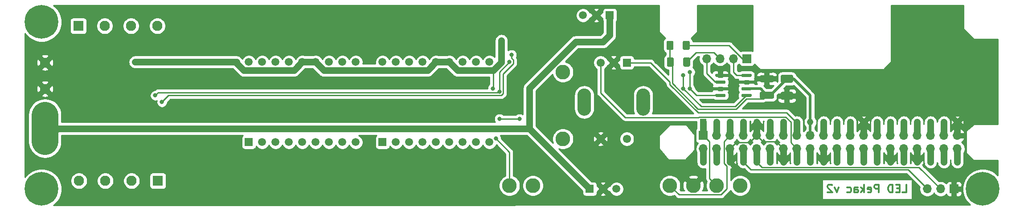
<source format=gbr>
%TF.GenerationSoftware,KiCad,Pcbnew,5.1.9-1*%
%TF.CreationDate,2021-07-13T14:20:52+02:00*%
%TF.ProjectId,led-pekac,6c65642d-7065-46b6-9163-2e6b69636164,rev?*%
%TF.SameCoordinates,Original*%
%TF.FileFunction,Copper,L2,Bot*%
%TF.FilePolarity,Positive*%
%FSLAX46Y46*%
G04 Gerber Fmt 4.6, Leading zero omitted, Abs format (unit mm)*
G04 Created by KiCad (PCBNEW 5.1.9-1) date 2021-07-13 14:20:52*
%MOMM*%
%LPD*%
G01*
G04 APERTURE LIST*
%TA.AperFunction,NonConductor*%
%ADD10C,0.300000*%
%TD*%
%TA.AperFunction,ComponentPad*%
%ADD11C,1.550000*%
%TD*%
%TA.AperFunction,ComponentPad*%
%ADD12R,1.550000X1.550000*%
%TD*%
%TA.AperFunction,ComponentPad*%
%ADD13C,1.218000*%
%TD*%
%TA.AperFunction,ComponentPad*%
%ADD14R,1.218000X1.218000*%
%TD*%
%TA.AperFunction,ComponentPad*%
%ADD15O,1.700000X1.700000*%
%TD*%
%TA.AperFunction,ComponentPad*%
%ADD16R,1.700000X1.700000*%
%TD*%
%TA.AperFunction,ComponentPad*%
%ADD17C,0.800000*%
%TD*%
%TA.AperFunction,ComponentPad*%
%ADD18C,6.400000*%
%TD*%
%TA.AperFunction,ComponentPad*%
%ADD19R,1.950000X1.950000*%
%TD*%
%TA.AperFunction,ComponentPad*%
%ADD20C,1.950000*%
%TD*%
%TA.AperFunction,ComponentPad*%
%ADD21C,1.508000*%
%TD*%
%TA.AperFunction,ComponentPad*%
%ADD22R,1.508000X1.508000*%
%TD*%
%TA.AperFunction,ComponentPad*%
%ADD23C,2.800000*%
%TD*%
%TA.AperFunction,ComponentPad*%
%ADD24C,1.500000*%
%TD*%
%TA.AperFunction,ComponentPad*%
%ADD25R,1.500000X1.500000*%
%TD*%
%TA.AperFunction,ViaPad*%
%ADD26C,0.800000*%
%TD*%
%TA.AperFunction,Conductor*%
%ADD27C,1.270000*%
%TD*%
%TA.AperFunction,Conductor*%
%ADD28C,0.250000*%
%TD*%
%TA.AperFunction,Conductor*%
%ADD29C,0.500000*%
%TD*%
%TA.AperFunction,Conductor*%
%ADD30C,5.080000*%
%TD*%
%TA.AperFunction,Conductor*%
%ADD31C,0.254000*%
%TD*%
%TA.AperFunction,Conductor*%
%ADD32C,0.100000*%
%TD*%
G04 APERTURE END LIST*
D10*
X248649285Y-97198571D02*
X249363571Y-97198571D01*
X249363571Y-95698571D01*
X248149285Y-96412857D02*
X247649285Y-96412857D01*
X247435000Y-97198571D02*
X248149285Y-97198571D01*
X248149285Y-95698571D01*
X247435000Y-95698571D01*
X246792142Y-97198571D02*
X246792142Y-95698571D01*
X246435000Y-95698571D01*
X246220714Y-95770000D01*
X246077857Y-95912857D01*
X246006428Y-96055714D01*
X245935000Y-96341428D01*
X245935000Y-96555714D01*
X246006428Y-96841428D01*
X246077857Y-96984285D01*
X246220714Y-97127142D01*
X246435000Y-97198571D01*
X246792142Y-97198571D01*
X244149285Y-97198571D02*
X244149285Y-95698571D01*
X243577857Y-95698571D01*
X243435000Y-95770000D01*
X243363571Y-95841428D01*
X243292142Y-95984285D01*
X243292142Y-96198571D01*
X243363571Y-96341428D01*
X243435000Y-96412857D01*
X243577857Y-96484285D01*
X244149285Y-96484285D01*
X242077857Y-97127142D02*
X242220714Y-97198571D01*
X242506428Y-97198571D01*
X242649285Y-97127142D01*
X242720714Y-96984285D01*
X242720714Y-96412857D01*
X242649285Y-96270000D01*
X242506428Y-96198571D01*
X242220714Y-96198571D01*
X242077857Y-96270000D01*
X242006428Y-96412857D01*
X242006428Y-96555714D01*
X242720714Y-96698571D01*
X241363571Y-97198571D02*
X241363571Y-95698571D01*
X241220714Y-96627142D02*
X240792142Y-97198571D01*
X240792142Y-96198571D02*
X241363571Y-96770000D01*
X239506428Y-97198571D02*
X239506428Y-96412857D01*
X239577857Y-96270000D01*
X239720714Y-96198571D01*
X240006428Y-96198571D01*
X240149285Y-96270000D01*
X239506428Y-97127142D02*
X239649285Y-97198571D01*
X240006428Y-97198571D01*
X240149285Y-97127142D01*
X240220714Y-96984285D01*
X240220714Y-96841428D01*
X240149285Y-96698571D01*
X240006428Y-96627142D01*
X239649285Y-96627142D01*
X239506428Y-96555714D01*
X238149285Y-97127142D02*
X238292142Y-97198571D01*
X238577857Y-97198571D01*
X238720714Y-97127142D01*
X238792142Y-97055714D01*
X238863571Y-96912857D01*
X238863571Y-96484285D01*
X238792142Y-96341428D01*
X238720714Y-96270000D01*
X238577857Y-96198571D01*
X238292142Y-96198571D01*
X238149285Y-96270000D01*
X236506428Y-96198571D02*
X236149285Y-97198571D01*
X235792142Y-96198571D01*
X235292142Y-95841428D02*
X235220714Y-95770000D01*
X235077857Y-95698571D01*
X234720714Y-95698571D01*
X234577857Y-95770000D01*
X234506428Y-95841428D01*
X234435000Y-95984285D01*
X234435000Y-96127142D01*
X234506428Y-96341428D01*
X235363571Y-97198571D01*
X234435000Y-97198571D01*
%TO.P,SW1,4*%
%TO.N,Net-(SW1-Pad4)*%
%TA.AperFunction,ComponentPad*%
G36*
G01*
X189490000Y-78710000D02*
X189490000Y-81310000D01*
G75*
G02*
X188190000Y-82610000I-1300000J0D01*
G01*
X188190000Y-82610000D01*
G75*
G02*
X186890000Y-81310000I0J1300000D01*
G01*
X186890000Y-78710000D01*
G75*
G02*
X188190000Y-77410000I1300000J0D01*
G01*
X188190000Y-77410000D01*
G75*
G02*
X189490000Y-78710000I0J-1300000D01*
G01*
G37*
%TD.AperFunction*%
%TO.P,SW1,3*%
%TO.N,Net-(SW1-Pad3)*%
%TA.AperFunction,ComponentPad*%
G36*
G01*
X200690000Y-78710000D02*
X200690000Y-81310000D01*
G75*
G02*
X199390000Y-82610000I-1300000J0D01*
G01*
X199390000Y-82610000D01*
G75*
G02*
X198090000Y-81310000I0J1300000D01*
G01*
X198090000Y-78710000D01*
G75*
G02*
X199390000Y-77410000I1300000J0D01*
G01*
X199390000Y-77410000D01*
G75*
G02*
X200690000Y-78710000I0J-1300000D01*
G01*
G37*
%TD.AperFunction*%
D11*
%TO.P,SW1,B*%
%TO.N,/pi_16*%
X191290000Y-72510000D03*
%TO.P,SW1,C*%
%TO.N,GND*%
X193790000Y-72510000D03*
D12*
%TO.P,SW1,A*%
%TO.N,/pi_15*%
X196290000Y-72510000D03*
D11*
%TO.P,SW1,2*%
%TO.N,GND*%
X191290000Y-87010000D03*
%TO.P,SW1,1*%
%TO.N,/pi_18*%
X196290000Y-87010000D03*
%TD*%
D13*
%TO.P,J7,34*%
%TO.N,GND*%
X251460000Y-91440000D03*
%TO.P,J7,40*%
%TO.N,/pi_40*%
X259080000Y-91440000D03*
%TO.P,J7,36*%
%TO.N,/pi_36*%
X254000000Y-91440000D03*
%TO.P,J7,38*%
%TO.N,/pi_38*%
X256540000Y-91440000D03*
%TO.P,J7,35*%
%TO.N,/pi_35*%
X254000000Y-83820000D03*
%TO.P,J7,33*%
%TO.N,/PWM1*%
X251460000Y-83820000D03*
%TO.P,J7,37*%
%TO.N,/pi_37*%
X256540000Y-83820000D03*
%TO.P,J7,39*%
%TO.N,GND*%
X259080000Y-83820000D03*
%TO.P,J7,4*%
%TO.N,+5V*%
X213360000Y-91440000D03*
%TO.P,J7,3*%
%TO.N,I2C_SDA*%
X213360000Y-83820000D03*
%TO.P,J7,2*%
%TO.N,+5V*%
X210820000Y-91440000D03*
D14*
%TO.P,J7,1*%
%TO.N,+3V3*%
X210820000Y-83820000D03*
D13*
%TO.P,J7,8*%
%TO.N,/Console_TX*%
X218440000Y-91440000D03*
%TO.P,J7,7*%
%TO.N,/pi_07*%
X218440000Y-83820000D03*
%TO.P,J7,6*%
%TO.N,GND*%
X215900000Y-91440000D03*
%TO.P,J7,5*%
%TO.N,I2C_SCL*%
X215900000Y-83820000D03*
%TO.P,J7,12*%
%TO.N,/pi_12*%
X223520000Y-91440000D03*
%TO.P,J7,10*%
%TO.N,/Console_RX*%
X220980000Y-91440000D03*
%TO.P,J7,11*%
%TO.N,/pi_11*%
X223520000Y-83820000D03*
%TO.P,J7,13*%
%TO.N,/pi_13*%
X226060000Y-83820000D03*
%TO.P,J7,9*%
%TO.N,GND*%
X220980000Y-83820000D03*
%TO.P,J7,18*%
%TO.N,/pi_18*%
X231140000Y-91440000D03*
%TO.P,J7,16*%
%TO.N,/pi_16*%
X228600000Y-91440000D03*
%TO.P,J7,17*%
%TO.N,+3V3*%
X231140000Y-83820000D03*
%TO.P,J7,19*%
%TO.N,/pi_19*%
X233680000Y-83820000D03*
%TO.P,J7,14*%
%TO.N,GND*%
X226060000Y-91440000D03*
%TO.P,J7,15*%
%TO.N,/pi_15*%
X228600000Y-83820000D03*
%TO.P,J7,24*%
%TO.N,/pi_24*%
X238760000Y-91440000D03*
%TO.P,J7,22*%
%TO.N,/pi_22*%
X236220000Y-91440000D03*
%TO.P,J7,23*%
%TO.N,/pi_23*%
X238760000Y-83820000D03*
%TO.P,J7,25*%
%TO.N,GND*%
X241300000Y-83820000D03*
%TO.P,J7,20*%
X233680000Y-91440000D03*
%TO.P,J7,21*%
%TO.N,/pi_21*%
X236220000Y-83820000D03*
%TO.P,J7,30*%
%TO.N,GND*%
X246380000Y-91440000D03*
%TO.P,J7,28*%
%TO.N,/pi_28*%
X243840000Y-91440000D03*
%TO.P,J7,32*%
%TO.N,/PWM0*%
X248920000Y-91440000D03*
%TO.P,J7,29*%
%TO.N,/pi_29*%
X246380000Y-83820000D03*
%TO.P,J7,31*%
%TO.N,/pi_31*%
X248920000Y-83820000D03*
%TO.P,J7,26*%
%TO.N,/pi_26*%
X241300000Y-91440000D03*
%TO.P,J7,27*%
%TO.N,/pi_27*%
X243840000Y-83820000D03*
%TD*%
D15*
%TO.P,J4,40*%
%TO.N,/pi_40*%
X259080000Y-88900000D03*
%TO.P,J4,39*%
%TO.N,GND*%
X259080000Y-86360000D03*
%TO.P,J4,26*%
%TO.N,/pi_26*%
X241300000Y-88900000D03*
%TO.P,J4,25*%
%TO.N,GND*%
X241300000Y-86360000D03*
%TO.P,J4,22*%
%TO.N,/pi_22*%
X236220000Y-88900000D03*
%TO.P,J4,21*%
%TO.N,/pi_21*%
X236220000Y-86360000D03*
%TO.P,J4,30*%
%TO.N,GND*%
X246380000Y-88900000D03*
%TO.P,J4,29*%
%TO.N,/pi_29*%
X246380000Y-86360000D03*
%TO.P,J4,8*%
%TO.N,/Console_TX*%
X218440000Y-88900000D03*
%TO.P,J4,7*%
%TO.N,/pi_07*%
X218440000Y-86360000D03*
%TO.P,J4,32*%
%TO.N,/PWM0*%
X248920000Y-88900000D03*
%TO.P,J4,31*%
%TO.N,/pi_31*%
X248920000Y-86360000D03*
%TO.P,J4,18*%
%TO.N,/pi_18*%
X231140000Y-88900000D03*
%TO.P,J4,17*%
%TO.N,+3V3*%
X231140000Y-86360000D03*
%TO.P,J4,36*%
%TO.N,/pi_36*%
X254000000Y-88900000D03*
%TO.P,J4,35*%
%TO.N,/pi_35*%
X254000000Y-86360000D03*
%TO.P,J4,34*%
%TO.N,GND*%
X251460000Y-88900000D03*
%TO.P,J4,33*%
%TO.N,/PWM1*%
X251460000Y-86360000D03*
%TO.P,J4,38*%
%TO.N,/pi_38*%
X256540000Y-88900000D03*
%TO.P,J4,37*%
%TO.N,/pi_37*%
X256540000Y-86360000D03*
%TO.P,J4,20*%
%TO.N,GND*%
X233680000Y-88900000D03*
%TO.P,J4,19*%
%TO.N,/pi_19*%
X233680000Y-86360000D03*
%TO.P,J4,10*%
%TO.N,/Console_RX*%
X220980000Y-88900000D03*
%TO.P,J4,9*%
%TO.N,GND*%
X220980000Y-86360000D03*
%TO.P,J4,14*%
X226060000Y-88900000D03*
%TO.P,J4,13*%
%TO.N,/pi_13*%
X226060000Y-86360000D03*
%TO.P,J4,28*%
%TO.N,/pi_28*%
X243840000Y-88900000D03*
%TO.P,J4,27*%
%TO.N,/pi_27*%
X243840000Y-86360000D03*
%TO.P,J4,12*%
%TO.N,/pi_12*%
X223520000Y-88900000D03*
%TO.P,J4,11*%
%TO.N,/pi_11*%
X223520000Y-86360000D03*
%TO.P,J4,24*%
%TO.N,/pi_24*%
X238760000Y-88900000D03*
%TO.P,J4,23*%
%TO.N,/pi_23*%
X238760000Y-86360000D03*
D16*
%TO.P,J4,1*%
%TO.N,+3V3*%
X210820000Y-86360000D03*
D15*
%TO.P,J4,2*%
%TO.N,+5V*%
X210820000Y-88900000D03*
%TO.P,J4,5*%
%TO.N,I2C_SCL*%
X215900000Y-86360000D03*
%TO.P,J4,4*%
%TO.N,+5V*%
X213360000Y-88900000D03*
%TO.P,J4,16*%
%TO.N,/pi_16*%
X228600000Y-88900000D03*
%TO.P,J4,15*%
%TO.N,/pi_15*%
X228600000Y-86360000D03*
%TO.P,J4,3*%
%TO.N,I2C_SDA*%
X213360000Y-86360000D03*
%TO.P,J4,6*%
%TO.N,GND*%
X215900000Y-88900000D03*
%TD*%
%TO.P,R10,2*%
%TO.N,/NTC1_bias*%
%TA.AperFunction,SMDPad,CuDef*%
G36*
G01*
X206920000Y-69840001D02*
X206920000Y-68589999D01*
G75*
G02*
X207169999Y-68340000I249999J0D01*
G01*
X207970001Y-68340000D01*
G75*
G02*
X208220000Y-68589999I0J-249999D01*
G01*
X208220000Y-69840001D01*
G75*
G02*
X207970001Y-70090000I-249999J0D01*
G01*
X207169999Y-70090000D01*
G75*
G02*
X206920000Y-69840001I0J249999D01*
G01*
G37*
%TD.AperFunction*%
%TO.P,R10,1*%
%TO.N,+3V3*%
%TA.AperFunction,SMDPad,CuDef*%
G36*
G01*
X203820000Y-69840001D02*
X203820000Y-68589999D01*
G75*
G02*
X204069999Y-68340000I249999J0D01*
G01*
X204870001Y-68340000D01*
G75*
G02*
X205120000Y-68589999I0J-249999D01*
G01*
X205120000Y-69840001D01*
G75*
G02*
X204870001Y-70090000I-249999J0D01*
G01*
X204069999Y-70090000D01*
G75*
G02*
X203820000Y-69840001I0J249999D01*
G01*
G37*
%TD.AperFunction*%
%TD*%
D17*
%TO.P,H3,1*%
%TO.N,N/C*%
X86787056Y-63072944D03*
X85090000Y-62370000D03*
X83392944Y-63072944D03*
X82690000Y-64770000D03*
X83392944Y-66467056D03*
X85090000Y-67170000D03*
X86787056Y-66467056D03*
X87490000Y-64770000D03*
D18*
X85090000Y-64770000D03*
%TD*%
%TO.P,H2,1*%
%TO.N,N/C*%
X85090000Y-96520000D03*
D17*
X87490000Y-96520000D03*
X86787056Y-98217056D03*
X85090000Y-98920000D03*
X83392944Y-98217056D03*
X82690000Y-96520000D03*
X83392944Y-94822944D03*
X85090000Y-94120000D03*
X86787056Y-94822944D03*
%TD*%
%TO.P,U7,8*%
%TO.N,GND*%
%TA.AperFunction,SMDPad,CuDef*%
G36*
G01*
X215035000Y-74780000D02*
X215035000Y-75080000D01*
G75*
G02*
X214885000Y-75230000I-150000J0D01*
G01*
X213235000Y-75230000D01*
G75*
G02*
X213085000Y-75080000I0J150000D01*
G01*
X213085000Y-74780000D01*
G75*
G02*
X213235000Y-74630000I150000J0D01*
G01*
X214885000Y-74630000D01*
G75*
G02*
X215035000Y-74780000I0J-150000D01*
G01*
G37*
%TD.AperFunction*%
%TO.P,U7,7*%
%TO.N,/NTC2_sense*%
%TA.AperFunction,SMDPad,CuDef*%
G36*
G01*
X215035000Y-76050000D02*
X215035000Y-76350000D01*
G75*
G02*
X214885000Y-76500000I-150000J0D01*
G01*
X213235000Y-76500000D01*
G75*
G02*
X213085000Y-76350000I0J150000D01*
G01*
X213085000Y-76050000D01*
G75*
G02*
X213235000Y-75900000I150000J0D01*
G01*
X214885000Y-75900000D01*
G75*
G02*
X215035000Y-76050000I0J-150000D01*
G01*
G37*
%TD.AperFunction*%
%TO.P,U7,6*%
%TO.N,GND*%
%TA.AperFunction,SMDPad,CuDef*%
G36*
G01*
X215035000Y-77320000D02*
X215035000Y-77620000D01*
G75*
G02*
X214885000Y-77770000I-150000J0D01*
G01*
X213235000Y-77770000D01*
G75*
G02*
X213085000Y-77620000I0J150000D01*
G01*
X213085000Y-77320000D01*
G75*
G02*
X213235000Y-77170000I150000J0D01*
G01*
X214885000Y-77170000D01*
G75*
G02*
X215035000Y-77320000I0J-150000D01*
G01*
G37*
%TD.AperFunction*%
%TO.P,U7,5*%
%TO.N,I2C_SCL*%
%TA.AperFunction,SMDPad,CuDef*%
G36*
G01*
X215035000Y-78590000D02*
X215035000Y-78890000D01*
G75*
G02*
X214885000Y-79040000I-150000J0D01*
G01*
X213235000Y-79040000D01*
G75*
G02*
X213085000Y-78890000I0J150000D01*
G01*
X213085000Y-78590000D01*
G75*
G02*
X213235000Y-78440000I150000J0D01*
G01*
X214885000Y-78440000D01*
G75*
G02*
X215035000Y-78590000I0J-150000D01*
G01*
G37*
%TD.AperFunction*%
%TO.P,U7,4*%
%TO.N,I2C_SDA*%
%TA.AperFunction,SMDPad,CuDef*%
G36*
G01*
X219985000Y-78590000D02*
X219985000Y-78890000D01*
G75*
G02*
X219835000Y-79040000I-150000J0D01*
G01*
X218185000Y-79040000D01*
G75*
G02*
X218035000Y-78890000I0J150000D01*
G01*
X218035000Y-78590000D01*
G75*
G02*
X218185000Y-78440000I150000J0D01*
G01*
X219835000Y-78440000D01*
G75*
G02*
X219985000Y-78590000I0J-150000D01*
G01*
G37*
%TD.AperFunction*%
%TO.P,U7,3*%
%TO.N,+3V3*%
%TA.AperFunction,SMDPad,CuDef*%
G36*
G01*
X219985000Y-77320000D02*
X219985000Y-77620000D01*
G75*
G02*
X219835000Y-77770000I-150000J0D01*
G01*
X218185000Y-77770000D01*
G75*
G02*
X218035000Y-77620000I0J150000D01*
G01*
X218035000Y-77320000D01*
G75*
G02*
X218185000Y-77170000I150000J0D01*
G01*
X219835000Y-77170000D01*
G75*
G02*
X219985000Y-77320000I0J-150000D01*
G01*
G37*
%TD.AperFunction*%
%TO.P,U7,2*%
%TO.N,GND*%
%TA.AperFunction,SMDPad,CuDef*%
G36*
G01*
X219985000Y-76050000D02*
X219985000Y-76350000D01*
G75*
G02*
X219835000Y-76500000I-150000J0D01*
G01*
X218185000Y-76500000D01*
G75*
G02*
X218035000Y-76350000I0J150000D01*
G01*
X218035000Y-76050000D01*
G75*
G02*
X218185000Y-75900000I150000J0D01*
G01*
X219835000Y-75900000D01*
G75*
G02*
X219985000Y-76050000I0J-150000D01*
G01*
G37*
%TD.AperFunction*%
%TO.P,U7,1*%
%TO.N,/NTC1_sense*%
%TA.AperFunction,SMDPad,CuDef*%
G36*
G01*
X219985000Y-74780000D02*
X219985000Y-75080000D01*
G75*
G02*
X219835000Y-75230000I-150000J0D01*
G01*
X218185000Y-75230000D01*
G75*
G02*
X218035000Y-75080000I0J150000D01*
G01*
X218035000Y-74780000D01*
G75*
G02*
X218185000Y-74630000I150000J0D01*
G01*
X219835000Y-74630000D01*
G75*
G02*
X219985000Y-74780000I0J-150000D01*
G01*
G37*
%TD.AperFunction*%
%TD*%
%TO.P,R9,2*%
%TO.N,/NTC2_bias*%
%TA.AperFunction,SMDPad,CuDef*%
G36*
G01*
X206995000Y-73015001D02*
X206995000Y-71764999D01*
G75*
G02*
X207244999Y-71515000I249999J0D01*
G01*
X208045001Y-71515000D01*
G75*
G02*
X208295000Y-71764999I0J-249999D01*
G01*
X208295000Y-73015001D01*
G75*
G02*
X208045001Y-73265000I-249999J0D01*
G01*
X207244999Y-73265000D01*
G75*
G02*
X206995000Y-73015001I0J249999D01*
G01*
G37*
%TD.AperFunction*%
%TO.P,R9,1*%
%TO.N,+3V3*%
%TA.AperFunction,SMDPad,CuDef*%
G36*
G01*
X203895000Y-73015001D02*
X203895000Y-71764999D01*
G75*
G02*
X204144999Y-71515000I249999J0D01*
G01*
X204945001Y-71515000D01*
G75*
G02*
X205195000Y-71764999I0J-249999D01*
G01*
X205195000Y-73015001D01*
G75*
G02*
X204945001Y-73265000I-249999J0D01*
G01*
X204144999Y-73265000D01*
G75*
G02*
X203895000Y-73015001I0J249999D01*
G01*
G37*
%TD.AperFunction*%
%TD*%
D15*
%TO.P,J1,4*%
%TO.N,/NTC2_sense*%
X211455000Y-71755000D03*
%TO.P,J1,3*%
%TO.N,/NTC2_bias*%
X213995000Y-71755000D03*
%TO.P,J1,2*%
%TO.N,/NTC1_sense*%
X216535000Y-71755000D03*
D16*
%TO.P,J1,1*%
%TO.N,/NTC1_bias*%
X219075000Y-71755000D03*
%TD*%
%TO.P,C11,2*%
%TO.N,GND*%
%TA.AperFunction,SMDPad,CuDef*%
G36*
G01*
X225770000Y-78065000D02*
X227620000Y-78065000D01*
G75*
G02*
X227870000Y-78315000I0J-250000D01*
G01*
X227870000Y-79315000D01*
G75*
G02*
X227620000Y-79565000I-250000J0D01*
G01*
X225770000Y-79565000D01*
G75*
G02*
X225520000Y-79315000I0J250000D01*
G01*
X225520000Y-78315000D01*
G75*
G02*
X225770000Y-78065000I250000J0D01*
G01*
G37*
%TD.AperFunction*%
%TO.P,C11,1*%
%TO.N,+3V3*%
%TA.AperFunction,SMDPad,CuDef*%
G36*
G01*
X225770000Y-74815000D02*
X227620000Y-74815000D01*
G75*
G02*
X227870000Y-75065000I0J-250000D01*
G01*
X227870000Y-76065000D01*
G75*
G02*
X227620000Y-76315000I-250000J0D01*
G01*
X225770000Y-76315000D01*
G75*
G02*
X225520000Y-76065000I0J250000D01*
G01*
X225520000Y-75065000D01*
G75*
G02*
X225770000Y-74815000I250000J0D01*
G01*
G37*
%TD.AperFunction*%
%TD*%
%TO.P,C10,2*%
%TO.N,+3V3*%
%TA.AperFunction,SMDPad,CuDef*%
G36*
G01*
X221784997Y-78027500D02*
X223985003Y-78027500D01*
G75*
G02*
X224235000Y-78277497I0J-249997D01*
G01*
X224235000Y-79102503D01*
G75*
G02*
X223985003Y-79352500I-249997J0D01*
G01*
X221784997Y-79352500D01*
G75*
G02*
X221535000Y-79102503I0J249997D01*
G01*
X221535000Y-78277497D01*
G75*
G02*
X221784997Y-78027500I249997J0D01*
G01*
G37*
%TD.AperFunction*%
%TO.P,C10,1*%
%TO.N,GND*%
%TA.AperFunction,SMDPad,CuDef*%
G36*
G01*
X221784997Y-74902500D02*
X223985003Y-74902500D01*
G75*
G02*
X224235000Y-75152497I0J-249997D01*
G01*
X224235000Y-75977503D01*
G75*
G02*
X223985003Y-76227500I-249997J0D01*
G01*
X221784997Y-76227500D01*
G75*
G02*
X221535000Y-75977503I0J249997D01*
G01*
X221535000Y-75152497D01*
G75*
G02*
X221784997Y-74902500I249997J0D01*
G01*
G37*
%TD.AperFunction*%
%TD*%
D19*
%TO.P,J2,1*%
%TO.N,+24V*%
X85725000Y-87503000D03*
D20*
%TO.P,J2,2*%
X85725000Y-82503000D03*
%TO.P,J2,3*%
%TO.N,GND*%
X85725000Y-77503000D03*
%TO.P,J2,4*%
X85725000Y-72503000D03*
%TD*%
%TO.P,J6,4*%
%TO.N,/Warm-*%
X107075000Y-65532000D03*
%TO.P,J6,3*%
X102075000Y-65532000D03*
%TO.P,J6,2*%
%TO.N,+24V*%
X97075000Y-65532000D03*
D19*
%TO.P,J6,1*%
X92075000Y-65532000D03*
%TD*%
D20*
%TO.P,J5,4*%
%TO.N,+24V*%
X92188000Y-94996000D03*
%TO.P,J5,3*%
X97188000Y-94996000D03*
%TO.P,J5,2*%
%TO.N,/Cool-*%
X102188000Y-94996000D03*
D19*
%TO.P,J5,1*%
X107188000Y-94996000D03*
%TD*%
D21*
%TO.P,U2,3*%
%TO.N,+3.3VA*%
X187960000Y-63500000D03*
%TO.P,U2,2*%
%TO.N,GND*%
X190500000Y-63500000D03*
D22*
%TO.P,U2,1*%
%TO.N,+24V*%
X193040000Y-63500000D03*
%TD*%
D21*
%TO.P,U1,3*%
%TO.N,+5V*%
X194310000Y-96520000D03*
%TO.P,U1,2*%
%TO.N,GND*%
X191770000Y-96520000D03*
D22*
%TO.P,U1,1*%
%TO.N,+24V*%
X189230000Y-96520000D03*
%TD*%
D23*
%TO.P,TP8,1*%
%TO.N,/PWM1*%
X184150000Y-74295000D03*
%TD*%
%TO.P,TP7,1*%
%TO.N,/PWM0*%
X184150000Y-86995000D03*
%TD*%
%TO.P,TP6,1*%
%TO.N,GND*%
X208915000Y-95885000D03*
%TD*%
%TO.P,TP5,1*%
%TO.N,I2C_SCL*%
X204470000Y-95885000D03*
%TD*%
%TO.P,TP4,1*%
%TO.N,I2C_SDA*%
X178435000Y-95885000D03*
%TD*%
%TO.P,TP3,1*%
%TO.N,+3.3VA*%
X173990000Y-95885000D03*
%TD*%
%TO.P,TP2,1*%
%TO.N,+3V3*%
X213360000Y-95885000D03*
%TD*%
%TO.P,TP1,1*%
%TO.N,+5V*%
X217805000Y-95885000D03*
%TD*%
D16*
%TO.P,J3,1*%
%TO.N,GND*%
X258445000Y-96520000D03*
D15*
%TO.P,J3,2*%
%TO.N,/Console_RX*%
X255905000Y-96520000D03*
%TO.P,J3,3*%
%TO.N,/Console_TX*%
X253365000Y-96520000D03*
%TD*%
D17*
%TO.P,H1,1*%
%TO.N,N/C*%
X265603056Y-94822944D03*
X263906000Y-94120000D03*
X262208944Y-94822944D03*
X261506000Y-96520000D03*
X262208944Y-98217056D03*
X263906000Y-98920000D03*
X265603056Y-98217056D03*
X266306000Y-96520000D03*
D18*
X263906000Y-96520000D03*
%TD*%
D24*
%TO.P,U4,18*%
%TO.N,/dig1_f*%
X124460000Y-72390000D03*
%TO.P,U4,17*%
%TO.N,/dig1_g*%
X127000000Y-72390000D03*
%TO.P,U4,16*%
%TO.N,/dig1_a*%
X129540000Y-72390000D03*
%TO.P,U4,15*%
%TO.N,/dig1_b*%
X132080000Y-72390000D03*
%TO.P,U4,14*%
%TO.N,+3.3VA*%
X134620000Y-72390000D03*
%TO.P,U4,13*%
X137160000Y-72390000D03*
%TO.P,U4,12*%
%TO.N,/dig2_f*%
X139700000Y-72390000D03*
%TO.P,U4,11*%
%TO.N,/dig2_a*%
X142240000Y-72390000D03*
%TO.P,U4,10*%
%TO.N,/dig2_b*%
X144780000Y-72390000D03*
%TO.P,U4,9*%
%TO.N,Net-(U4-Pad9)*%
X144780000Y-87630000D03*
%TO.P,U4,8*%
%TO.N,/dig2_c*%
X142240000Y-87630000D03*
%TO.P,U4,7*%
%TO.N,/dig2_g*%
X139700000Y-87630000D03*
%TO.P,U4,6*%
%TO.N,/dig2_d*%
X137160000Y-87630000D03*
%TO.P,U4,5*%
%TO.N,/dig2_e*%
X134620000Y-87630000D03*
%TO.P,U4,4*%
%TO.N,Net-(U4-Pad4)*%
X132080000Y-87630000D03*
%TO.P,U4,3*%
%TO.N,/dig1_c*%
X129540000Y-87630000D03*
%TO.P,U4,2*%
%TO.N,/dig1_d*%
X127000000Y-87630000D03*
D25*
%TO.P,U4,1*%
%TO.N,/dig1_e*%
X124460000Y-87630000D03*
%TD*%
D24*
%TO.P,U5,18*%
%TO.N,/dig3_f*%
X149860000Y-72390000D03*
%TO.P,U5,17*%
%TO.N,/dig3_g*%
X152400000Y-72390000D03*
%TO.P,U5,16*%
%TO.N,/dig3_a*%
X154940000Y-72390000D03*
%TO.P,U5,15*%
%TO.N,/dig3_b*%
X157480000Y-72390000D03*
%TO.P,U5,14*%
%TO.N,+3.3VA*%
X160020000Y-72390000D03*
%TO.P,U5,13*%
X162560000Y-72390000D03*
%TO.P,U5,12*%
%TO.N,/dig4_f*%
X165100000Y-72390000D03*
%TO.P,U5,11*%
%TO.N,/dig4_a*%
X167640000Y-72390000D03*
%TO.P,U5,10*%
%TO.N,/dig4_b*%
X170180000Y-72390000D03*
%TO.P,U5,9*%
%TO.N,Net-(U5-Pad9)*%
X170180000Y-87630000D03*
%TO.P,U5,8*%
%TO.N,/dig4_c*%
X167640000Y-87630000D03*
%TO.P,U5,7*%
%TO.N,/dig4_g*%
X165100000Y-87630000D03*
%TO.P,U5,6*%
%TO.N,/dig4_d*%
X162560000Y-87630000D03*
%TO.P,U5,5*%
%TO.N,/dig4_e*%
X160020000Y-87630000D03*
%TO.P,U5,4*%
%TO.N,Net-(U5-Pad4)*%
X157480000Y-87630000D03*
%TO.P,U5,3*%
%TO.N,/dig3_c*%
X154940000Y-87630000D03*
%TO.P,U5,2*%
%TO.N,/dig3_d*%
X152400000Y-87630000D03*
D25*
%TO.P,U5,1*%
%TO.N,/dig3_e*%
X149860000Y-87630000D03*
%TD*%
D26*
%TO.N,GND*%
X101600000Y-77470000D03*
X233045000Y-96520000D03*
X227330000Y-93980000D03*
X241935000Y-93980000D03*
X154940000Y-63500000D03*
X154940000Y-64770000D03*
X154940000Y-66040000D03*
X154940000Y-67310000D03*
X154940000Y-68580000D03*
X156210000Y-68580000D03*
X156210000Y-67310000D03*
X156210000Y-66040000D03*
X156210000Y-64770000D03*
X156210000Y-63500000D03*
X153670000Y-92710000D03*
X153670000Y-93980000D03*
X153670000Y-95250000D03*
X154940000Y-95250000D03*
X154940000Y-93980000D03*
X154940000Y-92710000D03*
X156210000Y-92710000D03*
X156210000Y-93980000D03*
X156210000Y-95250000D03*
X157480000Y-95250000D03*
X157480000Y-93980000D03*
X157480000Y-92710000D03*
X158750000Y-92710000D03*
X158750000Y-93980000D03*
X158750000Y-95250000D03*
X160020000Y-95250000D03*
X160020000Y-93980000D03*
X160020000Y-92710000D03*
X161290000Y-92710000D03*
X161290000Y-93980000D03*
X162560000Y-92710000D03*
X163830000Y-91440000D03*
X157480000Y-63500000D03*
X158750000Y-63500000D03*
X161290000Y-63500000D03*
X160020000Y-63500000D03*
X157480000Y-64770000D03*
X158750000Y-64770000D03*
X160020000Y-64770000D03*
X161290000Y-64770000D03*
X161290000Y-66040000D03*
X160020000Y-66040000D03*
X158750000Y-66040000D03*
X157480000Y-66040000D03*
X157480000Y-67310000D03*
X157480000Y-68580000D03*
X158750000Y-68580000D03*
X158750000Y-67310000D03*
X160020000Y-67310000D03*
X160020000Y-68580000D03*
X161290000Y-68580000D03*
X161290000Y-67310000D03*
X102885000Y-82535000D03*
X104490000Y-79660000D03*
X170180000Y-97790000D03*
X168910000Y-97790000D03*
X167640000Y-97790000D03*
X167640000Y-96520000D03*
X168910000Y-96520000D03*
X170180000Y-96520000D03*
X190500000Y-66040000D03*
X191770000Y-93980000D03*
X170180000Y-95250000D03*
X170180000Y-93980000D03*
X168910000Y-95250000D03*
X193040000Y-99060000D03*
X190500000Y-99060000D03*
X191770000Y-99060000D03*
X194310000Y-99060000D03*
X195580000Y-99060000D03*
X196850000Y-99060000D03*
X189230000Y-99060000D03*
X186690000Y-99060000D03*
X187960000Y-99060000D03*
X198120000Y-99060000D03*
X186690000Y-62230000D03*
X185420000Y-62230000D03*
X184150000Y-62230000D03*
X182880000Y-62230000D03*
X181610000Y-62230000D03*
X195580000Y-62230000D03*
X196850000Y-62230000D03*
X198120000Y-62230000D03*
X199390000Y-62230000D03*
X179987500Y-79657500D03*
X179819990Y-83070010D03*
X201930000Y-68580000D03*
X241300000Y-74930000D03*
X245110000Y-74930000D03*
X246380000Y-73660000D03*
X259080000Y-81280000D03*
X257810000Y-81280000D03*
X256540000Y-81280000D03*
X199390000Y-99060000D03*
X200660000Y-99060000D03*
X201930000Y-99060000D03*
X205740000Y-99060000D03*
X207010000Y-99060000D03*
X210820000Y-99060000D03*
X212090000Y-99060000D03*
X214630000Y-99060000D03*
X215900000Y-99060000D03*
X200660000Y-90170000D03*
X199390000Y-90170000D03*
X198120000Y-90170000D03*
X198120000Y-88900000D03*
X199390000Y-88900000D03*
X200660000Y-88900000D03*
X264160000Y-82550000D03*
X265430000Y-82550000D03*
X265430000Y-81280000D03*
X264160000Y-81280000D03*
X264160000Y-80010000D03*
X265430000Y-80010000D03*
X194310000Y-93980000D03*
X188595000Y-65405000D03*
X201930000Y-67310000D03*
X201930000Y-66040000D03*
X201930000Y-64770000D03*
X201930000Y-63500000D03*
X201930000Y-62230000D03*
X200660000Y-62230000D03*
X180340000Y-62230000D03*
X179070000Y-62230000D03*
X179070000Y-63500000D03*
X177800000Y-64770000D03*
X177800000Y-63500000D03*
X177800000Y-62230000D03*
X184150000Y-66040000D03*
X185420000Y-66040000D03*
X196850000Y-66040000D03*
X195580000Y-66040000D03*
X182880000Y-83820000D03*
X182245000Y-85090000D03*
X182245000Y-76200000D03*
X187960000Y-72390000D03*
X189230000Y-73660000D03*
X187960000Y-73660000D03*
X189230000Y-72390000D03*
X186690000Y-72390000D03*
X162560000Y-63500000D03*
X162560000Y-64770000D03*
X162560000Y-66040000D03*
X162560000Y-67310000D03*
X162560000Y-68580000D03*
X163830000Y-68580000D03*
X163830000Y-67310000D03*
X163830000Y-66040000D03*
X163830000Y-64770000D03*
X163830000Y-63500000D03*
X165100000Y-63500000D03*
X165100000Y-64770000D03*
X165100000Y-66040000D03*
X165100000Y-67310000D03*
X165100000Y-68580000D03*
X166370000Y-68580000D03*
X166370000Y-67310000D03*
X166370000Y-66040000D03*
X166370000Y-64770000D03*
X166370000Y-63500000D03*
X167640000Y-63500000D03*
X167640000Y-66040000D03*
X167640000Y-64770000D03*
X167640000Y-67310000D03*
X167640000Y-68580000D03*
X168910000Y-68580000D03*
X168910000Y-67310000D03*
X168910000Y-66040000D03*
X168910000Y-64770000D03*
X168910000Y-63500000D03*
X166370000Y-97790000D03*
X165100000Y-97790000D03*
X166370000Y-96520000D03*
X167640000Y-95250000D03*
X168910000Y-93980000D03*
X170180000Y-92710000D03*
X165100000Y-90170000D03*
X168910000Y-88900000D03*
X152400000Y-95250000D03*
X153670000Y-63500000D03*
X153670000Y-64770000D03*
X153670000Y-66040000D03*
X153670000Y-67310000D03*
X153670000Y-68580000D03*
X193040000Y-85090000D03*
X204470000Y-81280000D03*
X203200000Y-81280000D03*
X195580000Y-78740000D03*
X233680000Y-81280000D03*
X232410000Y-81280000D03*
X233680000Y-80010000D03*
X232410000Y-80010000D03*
X232410000Y-78740000D03*
X233680000Y-78740000D03*
X233680000Y-77470000D03*
X232410000Y-77470000D03*
X231140000Y-76200000D03*
X232410000Y-76200000D03*
X233680000Y-76200000D03*
X233680000Y-74930000D03*
X232410000Y-74930000D03*
X231140000Y-74930000D03*
X229870000Y-74930000D03*
X201930000Y-72390000D03*
X196850000Y-68580000D03*
X195580000Y-68580000D03*
X194310000Y-68580000D03*
X219710000Y-69850000D03*
X218440000Y-69850000D03*
X219710000Y-68580000D03*
X218440000Y-68580000D03*
X217170000Y-68580000D03*
X216535000Y-76200000D03*
X216535000Y-77470000D03*
X216535000Y-78740000D03*
X215265000Y-73660000D03*
X213995000Y-73660000D03*
X212725000Y-73660000D03*
X209550000Y-73660000D03*
X209550000Y-72390000D03*
X217805000Y-73660000D03*
X219075000Y-73660000D03*
X196215000Y-67310000D03*
X194945000Y-67310000D03*
X219710000Y-80518000D03*
X220980000Y-80518000D03*
X222250000Y-80518000D03*
X223520000Y-80518000D03*
X224790000Y-80518000D03*
X260350000Y-81280000D03*
X261620000Y-81280000D03*
X262890000Y-81280000D03*
X152400000Y-93980000D03*
X152400000Y-92710000D03*
X154940000Y-91440000D03*
X156210000Y-91440000D03*
X157480000Y-91440000D03*
X158750000Y-91440000D03*
X160020000Y-91440000D03*
X161290000Y-91440000D03*
X162560000Y-91440000D03*
X163830000Y-90170000D03*
X162560000Y-90170000D03*
X171450000Y-91440000D03*
X171450000Y-92710000D03*
X171450000Y-93980000D03*
X171450000Y-95250000D03*
X171450000Y-96520000D03*
X171450000Y-97790000D03*
X170180000Y-68580000D03*
X170180000Y-67310000D03*
X170180000Y-66040000D03*
X170180000Y-64770000D03*
X170180000Y-63500000D03*
X259080000Y-93980000D03*
X257810000Y-93980000D03*
X256540000Y-93980000D03*
X257810000Y-99060000D03*
X256540000Y-99060000D03*
X255270000Y-99060000D03*
X254000000Y-99060000D03*
X168910000Y-81280000D03*
X128270000Y-81280000D03*
X128270000Y-82550000D03*
X129540000Y-82550000D03*
X129540000Y-81280000D03*
X130810000Y-81280000D03*
X130810000Y-82550000D03*
X149860000Y-81280000D03*
X168910000Y-76200000D03*
X157480000Y-76200000D03*
X173990000Y-87630000D03*
X180695000Y-93625000D03*
X180340000Y-97790000D03*
X247650000Y-72390000D03*
X106045000Y-82550000D03*
X153670000Y-91440000D03*
X152400000Y-91440000D03*
X149860000Y-95250000D03*
X166370000Y-90170000D03*
X165100000Y-91440000D03*
X163830000Y-92710000D03*
X162560000Y-93980000D03*
X161290000Y-95250000D03*
X160020000Y-96520000D03*
X158750000Y-96520000D03*
X157480000Y-96520000D03*
X156210000Y-96520000D03*
X154940000Y-96520000D03*
X153670000Y-96520000D03*
X152400000Y-96520000D03*
X151130000Y-95250000D03*
X151130000Y-91440000D03*
X149860000Y-91440000D03*
X152400000Y-64770000D03*
X152400000Y-66040000D03*
X151130000Y-66040000D03*
X151130000Y-64770000D03*
X149860000Y-66040000D03*
X149860000Y-64770000D03*
%TO.N,I2C_SCL*%
X107950000Y-80010000D03*
X208280000Y-77470000D03*
X208280000Y-74295000D03*
X174362170Y-70992524D03*
%TO.N,I2C_SDA*%
X207010000Y-77470000D03*
X175895000Y-83185000D03*
X172085000Y-83185000D03*
X173990000Y-72390000D03*
X106680000Y-78740000D03*
X172085000Y-78015000D03*
X207010000Y-74930000D03*
%TO.N,+3.3VA*%
X172466000Y-68326000D03*
X102870000Y-72390000D03*
X170815000Y-77439999D03*
X171419460Y-86964460D03*
%TD*%
D27*
%TO.N,GND*%
X220980000Y-86360000D02*
X220980000Y-83820000D01*
X241300000Y-86360000D02*
X241300000Y-83820000D01*
X259080000Y-83820000D02*
X259080000Y-86360000D01*
X251460000Y-91440000D02*
X251460000Y-88900000D01*
X246380000Y-91440000D02*
X246380000Y-88900000D01*
X233680000Y-91440000D02*
X233680000Y-88900000D01*
X226060000Y-91440000D02*
X226060000Y-88900000D01*
X215900000Y-91440000D02*
X215900000Y-88900000D01*
D28*
X219615001Y-87724999D02*
X220980000Y-86360000D01*
X217075001Y-87724999D02*
X219615001Y-87724999D01*
X215900000Y-88900000D02*
X217075001Y-87724999D01*
X222155001Y-87535001D02*
X224695001Y-87535001D01*
X224695001Y-87535001D02*
X226060000Y-88900000D01*
X220980000Y-86360000D02*
X222155001Y-87535001D01*
D27*
%TO.N,+5V*%
X213360000Y-91440000D02*
X213360000Y-88900000D01*
X210820000Y-91440000D02*
X210820000Y-88900000D01*
D29*
%TO.N,+3V3*%
X223570000Y-78690000D02*
X222885000Y-78690000D01*
X226695000Y-75565000D02*
X223570000Y-78690000D01*
X221665000Y-77470000D02*
X219010000Y-77470000D01*
X222885000Y-78690000D02*
X221665000Y-77470000D01*
X231140000Y-78740000D02*
X231140000Y-86360000D01*
X227965000Y-75565000D02*
X231140000Y-78740000D01*
X226695000Y-75565000D02*
X227965000Y-75565000D01*
D28*
X204470000Y-72315000D02*
X204545000Y-72390000D01*
X204470000Y-69215000D02*
X204470000Y-72315000D01*
X222209990Y-79365010D02*
X222885000Y-78690000D01*
X219021400Y-79365010D02*
X222209990Y-79365010D01*
X217073105Y-81313305D02*
X219021400Y-79365010D01*
X209780303Y-81313305D02*
X217073105Y-81313305D01*
X204920010Y-76453012D02*
X209780303Y-81313305D01*
X204920010Y-72765010D02*
X204920010Y-76453012D01*
X204545000Y-72390000D02*
X204920010Y-72765010D01*
D27*
X210820000Y-86360000D02*
X210820000Y-83820000D01*
D28*
X211995001Y-87535001D02*
X210820000Y-86360000D01*
X211995001Y-94520001D02*
X211995001Y-87535001D01*
X213360000Y-95885000D02*
X211995001Y-94520001D01*
%TO.N,I2C_SCL*%
X208280000Y-77470000D02*
X208280000Y-74295000D01*
X214060000Y-78740000D02*
X209550000Y-78740000D01*
X209550000Y-78740000D02*
X208280000Y-77470000D01*
D27*
X215900000Y-86360000D02*
X215900000Y-83820000D01*
D28*
X215265000Y-92187322D02*
X214724999Y-91647321D01*
X215265000Y-96533002D02*
X215265000Y-92187322D01*
X214188001Y-97610001D02*
X215265000Y-96533002D01*
X214724999Y-91647321D02*
X214724999Y-87535001D01*
X206195001Y-97610001D02*
X214188001Y-97610001D01*
X214724999Y-87535001D02*
X215900000Y-86360000D01*
X204470000Y-95885000D02*
X206195001Y-97610001D01*
X174362170Y-71640830D02*
X174362170Y-70992524D01*
X174715001Y-71993661D02*
X174362170Y-71640830D01*
X174715001Y-72738001D02*
X174715001Y-71993661D01*
X172810001Y-74643001D02*
X174715001Y-72738001D01*
X172433002Y-78740000D02*
X172810001Y-78363001D01*
X109220000Y-78740000D02*
X172433002Y-78740000D01*
X172810001Y-78363001D02*
X172810001Y-74643001D01*
X107950000Y-80010000D02*
X109220000Y-78740000D01*
%TO.N,I2C_SDA*%
X175895000Y-83185000D02*
X172085000Y-83185000D01*
X210403296Y-80863296D02*
X207010000Y-77470000D01*
X216886704Y-80863296D02*
X210403296Y-80863296D01*
X219010000Y-78740000D02*
X216886704Y-80863296D01*
D27*
X213360000Y-86360000D02*
X213360000Y-83820000D01*
D28*
X207010000Y-77470000D02*
X207010000Y-74930000D01*
X107255001Y-78164999D02*
X172025001Y-78164999D01*
X106680000Y-78740000D02*
X107255001Y-78164999D01*
X172085000Y-78015000D02*
X172085000Y-74295000D01*
X172085000Y-74295000D02*
X173990000Y-72390000D01*
D27*
%TO.N,+24V*%
X177800000Y-85090000D02*
X189230000Y-96520000D01*
X177800000Y-77337198D02*
X186557198Y-68580000D01*
X177800000Y-85090000D02*
X177800000Y-77337198D01*
X186557198Y-68580000D02*
X189230000Y-68580000D01*
X193040000Y-67310000D02*
X193040000Y-63500000D01*
X191770000Y-68580000D02*
X193040000Y-67310000D01*
X190500000Y-68580000D02*
X191770000Y-68580000D01*
X191770000Y-68580000D02*
X191770000Y-68580000D01*
X189230000Y-68580000D02*
X190500000Y-68580000D01*
D30*
X85725000Y-87503000D02*
X85725000Y-82503000D01*
D27*
X88138000Y-85090000D02*
X85725000Y-87503000D01*
X177800000Y-85090000D02*
X88138000Y-85090000D01*
%TO.N,+3.3VA*%
X134620000Y-72390000D02*
X137160000Y-72390000D01*
X160020000Y-72390000D02*
X162560000Y-72390000D01*
X158434999Y-73975001D02*
X160020000Y-72390000D01*
X138745001Y-73975001D02*
X158434999Y-73975001D01*
X137160000Y-72390000D02*
X138745001Y-73975001D01*
X170940801Y-73975001D02*
X172466000Y-72449802D01*
X164145001Y-73975001D02*
X170940801Y-73975001D01*
X162560000Y-72390000D02*
X164145001Y-73975001D01*
X172466000Y-72449802D02*
X172466000Y-68326000D01*
X133034999Y-73975001D02*
X123509999Y-73975001D01*
X134620000Y-72390000D02*
X133034999Y-73975001D01*
X122114198Y-72390000D02*
X102870000Y-72390000D01*
X122114198Y-72579200D02*
X123509999Y-73975001D01*
X122114198Y-72390000D02*
X122114198Y-72579200D01*
X102870000Y-72390000D02*
X102870000Y-72390000D01*
D28*
X170940801Y-73975001D02*
X170940801Y-77344199D01*
X170845001Y-77439999D02*
X170815000Y-77439999D01*
X170940801Y-77344199D02*
X170845001Y-77439999D01*
X173990000Y-89535000D02*
X173990000Y-95885000D01*
X171419460Y-86964460D02*
X173990000Y-89535000D01*
D27*
%TO.N,/PWM1*%
X251460000Y-86360000D02*
X251460000Y-83820000D01*
%TO.N,/PWM0*%
X248920000Y-91440000D02*
X248920000Y-88900000D01*
%TO.N,/Console_TX*%
X218440000Y-91440000D02*
X218440000Y-88900000D01*
D28*
X219850020Y-92850020D02*
X218440000Y-91440000D01*
X249695020Y-92850020D02*
X219850020Y-92850020D01*
X253365000Y-96520000D02*
X249695020Y-92850020D01*
D27*
%TO.N,/Console_RX*%
X220980000Y-91440000D02*
X220980000Y-88900000D01*
D28*
X221940010Y-92400010D02*
X220980000Y-91440000D01*
X251785010Y-92400010D02*
X221940010Y-92400010D01*
X255905000Y-96520000D02*
X251785010Y-92400010D01*
%TO.N,/NTC2_sense*%
X211455000Y-74570000D02*
X211455000Y-71755000D01*
X213085000Y-76200000D02*
X211455000Y-74570000D01*
X214060000Y-76200000D02*
X213085000Y-76200000D01*
%TO.N,/NTC2_bias*%
X212819999Y-70579999D02*
X213995000Y-71755000D01*
X209455001Y-70579999D02*
X212819999Y-70579999D01*
X207645000Y-72390000D02*
X209455001Y-70579999D01*
%TO.N,/NTC1_sense*%
X216535000Y-71755000D02*
X216535000Y-74295000D01*
X217170000Y-74930000D02*
X219010000Y-74930000D01*
X216535000Y-74295000D02*
X217170000Y-74930000D01*
%TO.N,/NTC1_bias*%
X218274002Y-71755000D02*
X219075000Y-71755000D01*
X215734002Y-69215000D02*
X218274002Y-71755000D01*
X207570000Y-69215000D02*
X215734002Y-69215000D01*
D27*
%TO.N,/pi_29*%
X246380000Y-86360000D02*
X246380000Y-83820000D01*
%TO.N,/pi_31*%
X248920000Y-86360000D02*
X248920000Y-83820000D01*
%TO.N,/pi_18*%
X231140000Y-91440000D02*
X231140000Y-88900000D01*
D28*
%TO.N,/pi_16*%
X191290000Y-72510000D02*
X191290000Y-78260000D01*
D27*
X228600000Y-91440000D02*
X228600000Y-88900000D01*
D28*
X227424999Y-83827340D02*
X227424999Y-87724999D01*
X226457649Y-82859990D02*
X227424999Y-83827340D01*
X227424999Y-87724999D02*
X228600000Y-88900000D01*
X209977008Y-82859990D02*
X226457649Y-82859990D01*
X195965010Y-82935010D02*
X191290000Y-78260000D01*
X209901988Y-82935010D02*
X195965010Y-82935010D01*
X209977008Y-82859990D02*
X209901988Y-82935010D01*
%TO.N,/pi_15*%
X200780000Y-72510000D02*
X196290000Y-72510000D01*
D27*
X228600000Y-86360000D02*
X228600000Y-83820000D01*
D28*
X209835589Y-82005001D02*
X226604999Y-82005001D01*
X204470001Y-76639413D02*
X209835589Y-82005001D01*
X204470000Y-76200000D02*
X204470001Y-76639413D01*
X200780000Y-72510000D02*
X204470000Y-76200000D01*
X228419998Y-83820000D02*
X228600000Y-83820000D01*
X226604999Y-82005001D02*
X228419998Y-83820000D01*
D27*
%TO.N,/pi_40*%
X259080000Y-88900000D02*
X259080000Y-91440000D01*
%TO.N,/pi_36*%
X254000000Y-91440000D02*
X254000000Y-88900000D01*
%TO.N,/pi_38*%
X256540000Y-91440000D02*
X256540000Y-88900000D01*
%TO.N,/pi_35*%
X254000000Y-86360000D02*
X254000000Y-83820000D01*
%TO.N,/pi_37*%
X256540000Y-83820000D02*
X256540000Y-86360000D01*
%TO.N,/pi_12*%
X223520000Y-91440000D02*
X223520000Y-88900000D01*
%TO.N,/pi_11*%
X223520000Y-86360000D02*
X223520000Y-83820000D01*
%TO.N,/pi_13*%
X226060000Y-83820000D02*
X226060000Y-86360000D01*
%TO.N,/pi_19*%
X233680000Y-86360000D02*
X233680000Y-83820000D01*
%TO.N,/pi_24*%
X238760000Y-91440000D02*
X238760000Y-88900000D01*
%TO.N,/pi_22*%
X236220000Y-91440000D02*
X236220000Y-88900000D01*
%TO.N,/pi_23*%
X238760000Y-86360000D02*
X238760000Y-83820000D01*
%TO.N,/pi_21*%
X236220000Y-86360000D02*
X236220000Y-83820000D01*
%TO.N,/pi_28*%
X243840000Y-91440000D02*
X243840000Y-88900000D01*
%TO.N,/pi_26*%
X241300000Y-91440000D02*
X241300000Y-88900000D01*
%TO.N,/pi_27*%
X243840000Y-86360000D02*
X243840000Y-83820000D01*
%TO.N,/pi_07*%
X218440000Y-86360000D02*
X218440000Y-83820000D01*
%TD*%
D31*
%TO.N,GND*%
X202438000Y-66675000D02*
X202440440Y-66699776D01*
X202447667Y-66723601D01*
X202459403Y-66745557D01*
X202475197Y-66764803D01*
X203568581Y-67858187D01*
X203442038Y-67962038D01*
X203331595Y-68096613D01*
X203249528Y-68250149D01*
X203198992Y-68416745D01*
X203181928Y-68589999D01*
X203181928Y-69840001D01*
X203198992Y-70013255D01*
X203249528Y-70179851D01*
X203331595Y-70333387D01*
X203442038Y-70467962D01*
X203576613Y-70578405D01*
X203710000Y-70649702D01*
X203710001Y-70995386D01*
X203651613Y-71026595D01*
X203517038Y-71137038D01*
X203406595Y-71271613D01*
X203324528Y-71425149D01*
X203273992Y-71591745D01*
X203256928Y-71764999D01*
X203256928Y-73015001D01*
X203273992Y-73188255D01*
X203324528Y-73354851D01*
X203406595Y-73508387D01*
X203517038Y-73642962D01*
X203651613Y-73753405D01*
X203805149Y-73835472D01*
X203971745Y-73886008D01*
X204144999Y-73903072D01*
X204160010Y-73903072D01*
X204160011Y-74815209D01*
X201343804Y-71999003D01*
X201320001Y-71969999D01*
X201204276Y-71875026D01*
X201072247Y-71804454D01*
X200928986Y-71760997D01*
X200817333Y-71750000D01*
X200817322Y-71750000D01*
X200780000Y-71746324D01*
X200742678Y-71750000D01*
X197703072Y-71750000D01*
X197703072Y-71735000D01*
X197690812Y-71610518D01*
X197654502Y-71490820D01*
X197595537Y-71380506D01*
X197516185Y-71283815D01*
X197419494Y-71204463D01*
X197309180Y-71145498D01*
X197189482Y-71109188D01*
X197065000Y-71096928D01*
X195515000Y-71096928D01*
X195390518Y-71109188D01*
X195270820Y-71145498D01*
X195160506Y-71204463D01*
X195063815Y-71283815D01*
X194984463Y-71380506D01*
X194925498Y-71490820D01*
X194889188Y-71610518D01*
X194876928Y-71735000D01*
X194876928Y-71961888D01*
X194328815Y-72510000D01*
X194876928Y-73058112D01*
X194876928Y-73285000D01*
X194889188Y-73409482D01*
X194925498Y-73529180D01*
X194984463Y-73639494D01*
X195063815Y-73736185D01*
X195160506Y-73815537D01*
X195270820Y-73874502D01*
X195390518Y-73910812D01*
X195515000Y-73923072D01*
X197065000Y-73923072D01*
X197189482Y-73910812D01*
X197309180Y-73874502D01*
X197419494Y-73815537D01*
X197516185Y-73736185D01*
X197595537Y-73639494D01*
X197654502Y-73529180D01*
X197690812Y-73409482D01*
X197703072Y-73285000D01*
X197703072Y-73270000D01*
X200465199Y-73270000D01*
X203710001Y-76514803D01*
X203710002Y-76602083D01*
X203706325Y-76639413D01*
X203710002Y-76676744D01*
X203710002Y-76676747D01*
X203720999Y-76788400D01*
X203747363Y-76875312D01*
X203764455Y-76931659D01*
X203835027Y-77063689D01*
X203863639Y-77098552D01*
X203930002Y-77179415D01*
X203958999Y-77203212D01*
X208930796Y-82175010D01*
X201114618Y-82175010D01*
X201180546Y-82051668D01*
X201290833Y-81688099D01*
X201328073Y-81310000D01*
X201328073Y-78710000D01*
X201290833Y-78331901D01*
X201180546Y-77968332D01*
X201001449Y-77633265D01*
X200760425Y-77339576D01*
X200466736Y-77098552D01*
X200131669Y-76919455D01*
X199768100Y-76809168D01*
X199390001Y-76771928D01*
X199389999Y-76771928D01*
X199011900Y-76809168D01*
X198648331Y-76919455D01*
X198313264Y-77098552D01*
X198019575Y-77339576D01*
X197778551Y-77633265D01*
X197599454Y-77968332D01*
X197489167Y-78331901D01*
X197451927Y-78710000D01*
X197451927Y-81310000D01*
X197489167Y-81688099D01*
X197599454Y-82051668D01*
X197665382Y-82175010D01*
X196279812Y-82175010D01*
X192050000Y-77945199D01*
X192050000Y-73697976D01*
X192155887Y-73627224D01*
X193211592Y-73627224D01*
X193296124Y-73837958D01*
X193564685Y-73908792D01*
X193841905Y-73925872D01*
X194117130Y-73888540D01*
X194283876Y-73837958D01*
X194368408Y-73627224D01*
X193790000Y-73048815D01*
X193211592Y-73627224D01*
X192155887Y-73627224D01*
X192188822Y-73605218D01*
X192385218Y-73408822D01*
X192539525Y-73177885D01*
X192590293Y-73055321D01*
X192672776Y-73088408D01*
X193251185Y-72510000D01*
X192672776Y-71931592D01*
X192590293Y-71964679D01*
X192539525Y-71842115D01*
X192385218Y-71611178D01*
X192188822Y-71414782D01*
X192155888Y-71392776D01*
X193211592Y-71392776D01*
X193790000Y-71971185D01*
X194368408Y-71392776D01*
X194283876Y-71182042D01*
X194015315Y-71111208D01*
X193738095Y-71094128D01*
X193462870Y-71131460D01*
X193296124Y-71182042D01*
X193211592Y-71392776D01*
X192155888Y-71392776D01*
X191957885Y-71260475D01*
X191701282Y-71154186D01*
X191428873Y-71100000D01*
X191151127Y-71100000D01*
X190878718Y-71154186D01*
X190622115Y-71260475D01*
X190391178Y-71414782D01*
X190194782Y-71611178D01*
X190040475Y-71842115D01*
X189934186Y-72098718D01*
X189880000Y-72371127D01*
X189880000Y-72648873D01*
X189934186Y-72921282D01*
X190040475Y-73177885D01*
X190194782Y-73408822D01*
X190391178Y-73605218D01*
X190530000Y-73697976D01*
X190530001Y-78222668D01*
X190526324Y-78260000D01*
X190530001Y-78297333D01*
X190540606Y-78405000D01*
X190540998Y-78408985D01*
X190584454Y-78552246D01*
X190655026Y-78684276D01*
X190700758Y-78740000D01*
X190750000Y-78800001D01*
X190778998Y-78823799D01*
X195401211Y-83446013D01*
X195425009Y-83475011D01*
X195454007Y-83498809D01*
X195540734Y-83569984D01*
X195672763Y-83640556D01*
X195816024Y-83684013D01*
X195965010Y-83698687D01*
X196002343Y-83695010D01*
X209556168Y-83695010D01*
X209550001Y-83757620D01*
X209550001Y-85033222D01*
X209518815Y-85058815D01*
X209439463Y-85155506D01*
X209380498Y-85265820D01*
X209344188Y-85385518D01*
X209331928Y-85510000D01*
X209331928Y-87210000D01*
X209344188Y-87334482D01*
X209380498Y-87454180D01*
X209439463Y-87564494D01*
X209518815Y-87661185D01*
X209615506Y-87740537D01*
X209725820Y-87799502D01*
X209798380Y-87821513D01*
X209666525Y-87953368D01*
X209504010Y-88196589D01*
X209392068Y-88466842D01*
X209335000Y-88753740D01*
X209335000Y-89046260D01*
X209392068Y-89333158D01*
X209504010Y-89603411D01*
X209550001Y-89672241D01*
X209550000Y-91502379D01*
X209568377Y-91688962D01*
X209640997Y-91928358D01*
X209758925Y-92148987D01*
X209917630Y-92342370D01*
X210111012Y-92501075D01*
X210331641Y-92619003D01*
X210571037Y-92691623D01*
X210820000Y-92716144D01*
X211068962Y-92691623D01*
X211235001Y-92641256D01*
X211235001Y-94482678D01*
X211231325Y-94520001D01*
X211235001Y-94557323D01*
X211235001Y-94557333D01*
X211245998Y-94668986D01*
X211279605Y-94779774D01*
X211289455Y-94812247D01*
X211360027Y-94944277D01*
X211399872Y-94992827D01*
X211455000Y-95060002D01*
X211484004Y-95083805D01*
X211487677Y-95087478D01*
X211403204Y-95291413D01*
X211325000Y-95684570D01*
X211325000Y-96085430D01*
X211403204Y-96478587D01*
X211556607Y-96848934D01*
X211557320Y-96850001D01*
X210610274Y-96850001D01*
X210764292Y-96757648D01*
X210899004Y-96380101D01*
X210957471Y-95983528D01*
X210937447Y-95583169D01*
X210839702Y-95194408D01*
X210764292Y-95012352D01*
X210490585Y-94848231D01*
X209453815Y-95885000D01*
X209467958Y-95899142D01*
X208929143Y-96437958D01*
X208915000Y-96423815D01*
X208900858Y-96437958D01*
X208362042Y-95899142D01*
X208376185Y-95885000D01*
X207339415Y-94848231D01*
X207065708Y-95012352D01*
X206930996Y-95389899D01*
X206872529Y-95786472D01*
X206892553Y-96186831D01*
X206990298Y-96575592D01*
X207065708Y-96757648D01*
X207219726Y-96850001D01*
X206509803Y-96850001D01*
X206342323Y-96682522D01*
X206426796Y-96478587D01*
X206505000Y-96085430D01*
X206505000Y-95684570D01*
X206426796Y-95291413D01*
X206273393Y-94921066D01*
X206050687Y-94587763D01*
X205772339Y-94309415D01*
X207878231Y-94309415D01*
X208915000Y-95346185D01*
X209951769Y-94309415D01*
X209787648Y-94035708D01*
X209410101Y-93900996D01*
X209013528Y-93842529D01*
X208613169Y-93862553D01*
X208224408Y-93960298D01*
X208042352Y-94035708D01*
X207878231Y-94309415D01*
X205772339Y-94309415D01*
X205767237Y-94304313D01*
X205433934Y-94081607D01*
X205063587Y-93928204D01*
X204670430Y-93850000D01*
X204269570Y-93850000D01*
X203876413Y-93928204D01*
X203506066Y-94081607D01*
X203172763Y-94304313D01*
X202889313Y-94587763D01*
X202666607Y-94921066D01*
X202513204Y-95291413D01*
X202435000Y-95684570D01*
X202435000Y-96085430D01*
X202513204Y-96478587D01*
X202666607Y-96848934D01*
X202889313Y-97182237D01*
X203172763Y-97465687D01*
X203506066Y-97688393D01*
X203876413Y-97841796D01*
X204269570Y-97920000D01*
X204670430Y-97920000D01*
X205063587Y-97841796D01*
X205267522Y-97757323D01*
X205631202Y-98121004D01*
X205655000Y-98150002D01*
X205770725Y-98244975D01*
X205902754Y-98315547D01*
X206046015Y-98359004D01*
X206157668Y-98370001D01*
X206157678Y-98370001D01*
X206195001Y-98373677D01*
X206232324Y-98370001D01*
X214150679Y-98370001D01*
X214188001Y-98373677D01*
X214225323Y-98370001D01*
X214225334Y-98370001D01*
X214336987Y-98359004D01*
X214480248Y-98315547D01*
X214612277Y-98244975D01*
X214728002Y-98150002D01*
X214751805Y-98120999D01*
X215776004Y-97096800D01*
X215805001Y-97073003D01*
X215899974Y-96957278D01*
X215970546Y-96825249D01*
X215979529Y-96795634D01*
X216001607Y-96848934D01*
X216224313Y-97182237D01*
X216507763Y-97465687D01*
X216841066Y-97688393D01*
X217211413Y-97841796D01*
X217604570Y-97920000D01*
X218005430Y-97920000D01*
X218398587Y-97841796D01*
X218768934Y-97688393D01*
X219102237Y-97465687D01*
X219385687Y-97182237D01*
X219608393Y-96848934D01*
X219761796Y-96478587D01*
X219840000Y-96085430D01*
X219840000Y-95684570D01*
X219761796Y-95291413D01*
X219608393Y-94921066D01*
X219385687Y-94587763D01*
X219102237Y-94304313D01*
X218768934Y-94081607D01*
X218398587Y-93928204D01*
X218005430Y-93850000D01*
X217604570Y-93850000D01*
X217211413Y-93928204D01*
X216841066Y-94081607D01*
X216507763Y-94304313D01*
X216224313Y-94587763D01*
X216025000Y-94886056D01*
X216025000Y-92680941D01*
X216233965Y-92644580D01*
X216291546Y-92627113D01*
X216353678Y-92432494D01*
X216019955Y-92098771D01*
X216014003Y-92038336D01*
X215970546Y-91895075D01*
X215899974Y-91763046D01*
X215805001Y-91647321D01*
X215776002Y-91623522D01*
X215592480Y-91440000D01*
X216438815Y-91440000D01*
X216892494Y-91893678D01*
X217087113Y-91831546D01*
X217140690Y-91592429D01*
X217146588Y-91347454D01*
X217104580Y-91106035D01*
X217087113Y-91048454D01*
X216892494Y-90986322D01*
X216438815Y-91440000D01*
X215592480Y-91440000D01*
X215484999Y-91332520D01*
X215484999Y-91287901D01*
X215885858Y-90887042D01*
X215900000Y-90901185D01*
X216353678Y-90447506D01*
X216291546Y-90252887D01*
X216281002Y-90250524D01*
X216281002Y-90170347D01*
X216500838Y-90258020D01*
X216695354Y-90154063D01*
X216924727Y-89974801D01*
X217114721Y-89754235D01*
X217165177Y-89665022D01*
X217170001Y-89672241D01*
X217170000Y-91502379D01*
X217188377Y-91688962D01*
X217260997Y-91928358D01*
X217378925Y-92148987D01*
X217537630Y-92342370D01*
X217731012Y-92501075D01*
X217951641Y-92619003D01*
X218191037Y-92691623D01*
X218440000Y-92716144D01*
X218623289Y-92698091D01*
X219286225Y-93361028D01*
X219310019Y-93390021D01*
X219339012Y-93413815D01*
X219339016Y-93413819D01*
X219380509Y-93447871D01*
X219425744Y-93484994D01*
X219557773Y-93555566D01*
X219701034Y-93599023D01*
X219812687Y-93610020D01*
X219812696Y-93610020D01*
X219850019Y-93613696D01*
X219887342Y-93610020D01*
X249380219Y-93610020D01*
X250500198Y-94730000D01*
X233364286Y-94730000D01*
X233364286Y-98550000D01*
X250505715Y-98550000D01*
X250505715Y-94735517D01*
X251923790Y-96153593D01*
X251880000Y-96373740D01*
X251880000Y-96666260D01*
X251937068Y-96953158D01*
X252049010Y-97223411D01*
X252211525Y-97466632D01*
X252418368Y-97673475D01*
X252661589Y-97835990D01*
X252931842Y-97947932D01*
X253218740Y-98005000D01*
X253511260Y-98005000D01*
X253798158Y-97947932D01*
X254068411Y-97835990D01*
X254311632Y-97673475D01*
X254518475Y-97466632D01*
X254635000Y-97292240D01*
X254751525Y-97466632D01*
X254958368Y-97673475D01*
X255201589Y-97835990D01*
X255471842Y-97947932D01*
X255758740Y-98005000D01*
X256051260Y-98005000D01*
X256338158Y-97947932D01*
X256608411Y-97835990D01*
X256851632Y-97673475D01*
X256983487Y-97541620D01*
X257005498Y-97614180D01*
X257064463Y-97724494D01*
X257143815Y-97821185D01*
X257240506Y-97900537D01*
X257350820Y-97959502D01*
X257470518Y-97995812D01*
X257595000Y-98008072D01*
X257905250Y-98005000D01*
X258064000Y-97846250D01*
X258064000Y-96901000D01*
X258826000Y-96901000D01*
X258826000Y-97846250D01*
X258984750Y-98005000D01*
X259295000Y-98008072D01*
X259419482Y-97995812D01*
X259539180Y-97959502D01*
X259649494Y-97900537D01*
X259746185Y-97821185D01*
X259825537Y-97724494D01*
X259884502Y-97614180D01*
X259920812Y-97494482D01*
X259933072Y-97370000D01*
X259930000Y-97059750D01*
X259771250Y-96901000D01*
X258826000Y-96901000D01*
X258064000Y-96901000D01*
X258044000Y-96901000D01*
X258044000Y-96139000D01*
X258064000Y-96139000D01*
X258064000Y-95193750D01*
X258826000Y-95193750D01*
X258826000Y-96139000D01*
X259771250Y-96139000D01*
X259930000Y-95980250D01*
X259933072Y-95670000D01*
X259920812Y-95545518D01*
X259884502Y-95425820D01*
X259825537Y-95315506D01*
X259746185Y-95218815D01*
X259649494Y-95139463D01*
X259539180Y-95080498D01*
X259419482Y-95044188D01*
X259295000Y-95031928D01*
X258984750Y-95035000D01*
X258826000Y-95193750D01*
X258064000Y-95193750D01*
X257905250Y-95035000D01*
X257595000Y-95031928D01*
X257470518Y-95044188D01*
X257350820Y-95080498D01*
X257240506Y-95139463D01*
X257143815Y-95218815D01*
X257064463Y-95315506D01*
X257005498Y-95425820D01*
X256983487Y-95498380D01*
X256851632Y-95366525D01*
X256608411Y-95204010D01*
X256338158Y-95092068D01*
X256051260Y-95035000D01*
X255758740Y-95035000D01*
X255538592Y-95078790D01*
X252563364Y-92103562D01*
X252612872Y-92054054D01*
X252452496Y-91893678D01*
X252647113Y-91831546D01*
X252700690Y-91592429D01*
X252706588Y-91347454D01*
X252664580Y-91106035D01*
X252647113Y-91048454D01*
X252452494Y-90986322D01*
X251998815Y-91440000D01*
X252012958Y-91454142D01*
X251826664Y-91640436D01*
X251822343Y-91640010D01*
X251822332Y-91640010D01*
X251785010Y-91636334D01*
X251747688Y-91640010D01*
X251092910Y-91640010D01*
X250907043Y-91454143D01*
X250921185Y-91440000D01*
X250467506Y-90986322D01*
X250272887Y-91048454D01*
X250219310Y-91287571D01*
X250213412Y-91532546D01*
X250232111Y-91640010D01*
X250176444Y-91640010D01*
X250190000Y-91502380D01*
X250190000Y-89672240D01*
X250194823Y-89665022D01*
X250245279Y-89754235D01*
X250435273Y-89974801D01*
X250664646Y-90154063D01*
X250859162Y-90258020D01*
X251078998Y-90170347D01*
X251078998Y-90249689D01*
X251068454Y-90252887D01*
X251006322Y-90447506D01*
X251460000Y-90901185D01*
X251913678Y-90447506D01*
X251851546Y-90252887D01*
X251841002Y-90250524D01*
X251841002Y-90170347D01*
X252060838Y-90258020D01*
X252255354Y-90154063D01*
X252484727Y-89974801D01*
X252674721Y-89754235D01*
X252725177Y-89665022D01*
X252730001Y-89672241D01*
X252730000Y-91502379D01*
X252748377Y-91688962D01*
X252820997Y-91928358D01*
X252938925Y-92148987D01*
X253097630Y-92342370D01*
X253291012Y-92501075D01*
X253511641Y-92619003D01*
X253751037Y-92691623D01*
X254000000Y-92716144D01*
X254248962Y-92691623D01*
X254488358Y-92619003D01*
X254708987Y-92501075D01*
X254902370Y-92342370D01*
X255061075Y-92148988D01*
X255179003Y-91928359D01*
X255251623Y-91688963D01*
X255270000Y-91502380D01*
X255288377Y-91688962D01*
X255360997Y-91928358D01*
X255478925Y-92148987D01*
X255637630Y-92342370D01*
X255831012Y-92501075D01*
X256051641Y-92619003D01*
X256291037Y-92691623D01*
X256540000Y-92716144D01*
X256788962Y-92691623D01*
X257028358Y-92619003D01*
X257248987Y-92501075D01*
X257442370Y-92342370D01*
X257601075Y-92148988D01*
X257719003Y-91928359D01*
X257791623Y-91688963D01*
X257810000Y-91502380D01*
X257810000Y-90986322D01*
X257810001Y-91502380D01*
X257828378Y-91688963D01*
X257900998Y-91928359D01*
X258018926Y-92148988D01*
X258177631Y-92342370D01*
X258371013Y-92501075D01*
X258591642Y-92619003D01*
X258831038Y-92691623D01*
X259080000Y-92716144D01*
X259328963Y-92691623D01*
X259568359Y-92619003D01*
X259788988Y-92501075D01*
X259982370Y-92342370D01*
X260141075Y-92148988D01*
X260259003Y-91928359D01*
X260331623Y-91688963D01*
X260350000Y-91502380D01*
X260350000Y-89672240D01*
X260395990Y-89603411D01*
X260507932Y-89333158D01*
X260565000Y-89046260D01*
X260565000Y-88753740D01*
X260507932Y-88466842D01*
X260395990Y-88196589D01*
X260233475Y-87953368D01*
X260026632Y-87746525D01*
X259849260Y-87628009D01*
X259875354Y-87614063D01*
X260104727Y-87434801D01*
X260294721Y-87214235D01*
X260438034Y-86960841D01*
X260356557Y-86741000D01*
X259461000Y-86741000D01*
X259461000Y-86761000D01*
X258699000Y-86761000D01*
X258699000Y-86741000D01*
X258679000Y-86741000D01*
X258679000Y-85979000D01*
X258699000Y-85979000D01*
X258699000Y-85959000D01*
X259461000Y-85959000D01*
X259461000Y-85979000D01*
X260356557Y-85979000D01*
X260438034Y-85759159D01*
X260294721Y-85505765D01*
X260104727Y-85285199D01*
X259875354Y-85105937D01*
X259680838Y-85001980D01*
X259461002Y-85089653D01*
X259461002Y-85010311D01*
X259471546Y-85007113D01*
X259533678Y-84812494D01*
X259080000Y-84358815D01*
X258626322Y-84812494D01*
X258688454Y-85007113D01*
X258698998Y-85009476D01*
X258698998Y-85089653D01*
X258479162Y-85001980D01*
X258284646Y-85105937D01*
X258055273Y-85285199D01*
X257865279Y-85505765D01*
X257814823Y-85594978D01*
X257810000Y-85587760D01*
X257810000Y-83912546D01*
X257833412Y-83912546D01*
X257875420Y-84153965D01*
X257892887Y-84211546D01*
X258087506Y-84273678D01*
X258541185Y-83820000D01*
X259618815Y-83820000D01*
X260072494Y-84273678D01*
X260267113Y-84211546D01*
X260320690Y-83972429D01*
X260326588Y-83727454D01*
X260284580Y-83486035D01*
X260267113Y-83428454D01*
X260072494Y-83366322D01*
X259618815Y-83820000D01*
X258541185Y-83820000D01*
X258087506Y-83366322D01*
X257892887Y-83428454D01*
X257839310Y-83667571D01*
X257833412Y-83912546D01*
X257810000Y-83912546D01*
X257810000Y-83757620D01*
X257791623Y-83571037D01*
X257719003Y-83331641D01*
X257601075Y-83111012D01*
X257442370Y-82917630D01*
X257332554Y-82827506D01*
X258626322Y-82827506D01*
X259080000Y-83281185D01*
X259533678Y-82827506D01*
X259471546Y-82632887D01*
X259232429Y-82579310D01*
X258987454Y-82573412D01*
X258746035Y-82615420D01*
X258688454Y-82632887D01*
X258626322Y-82827506D01*
X257332554Y-82827506D01*
X257248987Y-82758925D01*
X257028358Y-82640997D01*
X256788962Y-82568377D01*
X256540000Y-82543856D01*
X256291037Y-82568377D01*
X256051641Y-82640997D01*
X255831012Y-82758925D01*
X255637630Y-82917630D01*
X255478925Y-83111013D01*
X255360997Y-83331642D01*
X255288377Y-83571038D01*
X255270000Y-83757620D01*
X255251623Y-83571037D01*
X255179003Y-83331641D01*
X255061075Y-83111012D01*
X254902370Y-82917630D01*
X254708988Y-82758925D01*
X254488359Y-82640997D01*
X254248963Y-82568377D01*
X254000000Y-82543856D01*
X253751038Y-82568377D01*
X253511642Y-82640997D01*
X253291013Y-82758925D01*
X253097631Y-82917630D01*
X252938926Y-83111012D01*
X252820998Y-83331641D01*
X252748378Y-83571037D01*
X252730001Y-83757620D01*
X252730000Y-84230436D01*
X252730000Y-83757620D01*
X252711623Y-83571037D01*
X252639003Y-83331641D01*
X252521075Y-83111012D01*
X252362370Y-82917630D01*
X252168988Y-82758925D01*
X251948359Y-82640997D01*
X251708963Y-82568377D01*
X251460000Y-82543856D01*
X251211038Y-82568377D01*
X250971642Y-82640997D01*
X250751013Y-82758925D01*
X250557631Y-82917630D01*
X250398926Y-83111012D01*
X250280998Y-83331641D01*
X250208378Y-83571037D01*
X250190001Y-83757620D01*
X250190000Y-84230436D01*
X250190000Y-83757620D01*
X250171623Y-83571037D01*
X250099003Y-83331641D01*
X249981075Y-83111012D01*
X249822370Y-82917630D01*
X249628988Y-82758925D01*
X249408359Y-82640997D01*
X249168963Y-82568377D01*
X248920000Y-82543856D01*
X248671038Y-82568377D01*
X248431642Y-82640997D01*
X248211013Y-82758925D01*
X248017631Y-82917630D01*
X247858926Y-83111012D01*
X247740998Y-83331641D01*
X247668378Y-83571037D01*
X247650001Y-83757620D01*
X247650000Y-84230436D01*
X247650000Y-83757620D01*
X247631623Y-83571037D01*
X247559003Y-83331641D01*
X247441075Y-83111012D01*
X247282370Y-82917630D01*
X247088988Y-82758925D01*
X246868359Y-82640997D01*
X246628963Y-82568377D01*
X246380000Y-82543856D01*
X246131038Y-82568377D01*
X245891642Y-82640997D01*
X245671013Y-82758925D01*
X245477631Y-82917630D01*
X245318926Y-83111012D01*
X245200998Y-83331641D01*
X245128378Y-83571037D01*
X245110001Y-83757620D01*
X245110000Y-84230436D01*
X245110000Y-83757620D01*
X245091623Y-83571037D01*
X245019003Y-83331641D01*
X244901075Y-83111012D01*
X244742370Y-82917630D01*
X244548988Y-82758925D01*
X244328359Y-82640997D01*
X244088963Y-82568377D01*
X243840000Y-82543856D01*
X243591038Y-82568377D01*
X243351642Y-82640997D01*
X243131013Y-82758925D01*
X242937631Y-82917630D01*
X242778926Y-83111012D01*
X242660998Y-83331641D01*
X242588378Y-83571037D01*
X242570001Y-83757620D01*
X242570000Y-85587760D01*
X242565177Y-85594978D01*
X242514721Y-85505765D01*
X242324727Y-85285199D01*
X242095354Y-85105937D01*
X241900838Y-85001980D01*
X241681002Y-85089653D01*
X241681002Y-85010311D01*
X241691546Y-85007113D01*
X241753678Y-84812494D01*
X241300000Y-84358815D01*
X240846322Y-84812494D01*
X240908454Y-85007113D01*
X240918998Y-85009476D01*
X240918998Y-85089653D01*
X240699162Y-85001980D01*
X240504646Y-85105937D01*
X240275273Y-85285199D01*
X240085279Y-85505765D01*
X240034823Y-85594978D01*
X240030000Y-85587760D01*
X240030000Y-83912546D01*
X240053412Y-83912546D01*
X240095420Y-84153965D01*
X240112887Y-84211546D01*
X240307506Y-84273678D01*
X240761185Y-83820000D01*
X241838815Y-83820000D01*
X242292494Y-84273678D01*
X242487113Y-84211546D01*
X242540690Y-83972429D01*
X242546588Y-83727454D01*
X242504580Y-83486035D01*
X242487113Y-83428454D01*
X242292494Y-83366322D01*
X241838815Y-83820000D01*
X240761185Y-83820000D01*
X240307506Y-83366322D01*
X240112887Y-83428454D01*
X240059310Y-83667571D01*
X240053412Y-83912546D01*
X240030000Y-83912546D01*
X240030000Y-83757620D01*
X240011623Y-83571037D01*
X239939003Y-83331641D01*
X239821075Y-83111012D01*
X239662370Y-82917630D01*
X239552554Y-82827506D01*
X240846322Y-82827506D01*
X241300000Y-83281185D01*
X241753678Y-82827506D01*
X241691546Y-82632887D01*
X241452429Y-82579310D01*
X241207454Y-82573412D01*
X240966035Y-82615420D01*
X240908454Y-82632887D01*
X240846322Y-82827506D01*
X239552554Y-82827506D01*
X239468988Y-82758925D01*
X239248359Y-82640997D01*
X239008963Y-82568377D01*
X238760000Y-82543856D01*
X238511038Y-82568377D01*
X238271642Y-82640997D01*
X238051013Y-82758925D01*
X237857631Y-82917630D01*
X237698926Y-83111012D01*
X237580998Y-83331641D01*
X237508378Y-83571037D01*
X237490001Y-83757620D01*
X237490000Y-84230436D01*
X237490000Y-83757620D01*
X237471623Y-83571037D01*
X237399003Y-83331641D01*
X237281075Y-83111012D01*
X237122370Y-82917630D01*
X236928988Y-82758925D01*
X236708359Y-82640997D01*
X236468963Y-82568377D01*
X236220000Y-82543856D01*
X235971038Y-82568377D01*
X235731642Y-82640997D01*
X235511013Y-82758925D01*
X235317631Y-82917630D01*
X235158926Y-83111012D01*
X235040998Y-83331641D01*
X234968378Y-83571037D01*
X234950001Y-83757620D01*
X234950000Y-84230436D01*
X234950000Y-83757620D01*
X234931623Y-83571037D01*
X234859003Y-83331641D01*
X234741075Y-83111012D01*
X234582370Y-82917630D01*
X234388988Y-82758925D01*
X234168359Y-82640997D01*
X233928963Y-82568377D01*
X233680000Y-82543856D01*
X233431038Y-82568377D01*
X233191642Y-82640997D01*
X232971013Y-82758925D01*
X232777631Y-82917630D01*
X232618926Y-83111012D01*
X232500998Y-83331641D01*
X232428378Y-83571037D01*
X232410001Y-83757620D01*
X232410000Y-85587760D01*
X232293475Y-85413368D01*
X232086632Y-85206525D01*
X232025000Y-85165344D01*
X232025000Y-84694282D01*
X232106278Y-84613004D01*
X232242418Y-84409255D01*
X232336194Y-84182861D01*
X232384000Y-83942523D01*
X232384000Y-83697477D01*
X232336194Y-83457139D01*
X232242418Y-83230745D01*
X232106278Y-83026996D01*
X232025000Y-82945718D01*
X232025000Y-78783466D01*
X232029281Y-78739999D01*
X232025000Y-78696533D01*
X232025000Y-78696523D01*
X232012195Y-78566510D01*
X231961589Y-78399687D01*
X231879411Y-78245941D01*
X231823038Y-78177251D01*
X231796532Y-78144953D01*
X231796530Y-78144951D01*
X231768817Y-78111183D01*
X231735050Y-78083471D01*
X228621534Y-74969956D01*
X228593817Y-74936183D01*
X228474878Y-74838571D01*
X228440472Y-74725150D01*
X228358405Y-74571614D01*
X228247962Y-74437038D01*
X228113386Y-74326595D01*
X227959850Y-74244528D01*
X227793254Y-74193992D01*
X227620000Y-74176928D01*
X225770000Y-74176928D01*
X225596746Y-74193992D01*
X225430150Y-74244528D01*
X225276614Y-74326595D01*
X225142038Y-74437038D01*
X225031595Y-74571614D01*
X224949528Y-74725150D01*
X224898992Y-74891746D01*
X224881928Y-75065000D01*
X224881928Y-76065000D01*
X224887442Y-76120980D01*
X224870822Y-76137599D01*
X224870000Y-76104750D01*
X224711250Y-75946000D01*
X223266000Y-75946000D01*
X223266000Y-76703750D01*
X223424750Y-76862500D01*
X224143198Y-76865224D01*
X223618994Y-77389428D01*
X222836006Y-77389428D01*
X222321534Y-76874956D01*
X222311417Y-76862628D01*
X222345250Y-76862500D01*
X222504000Y-76703750D01*
X222504000Y-75946000D01*
X221058750Y-75946000D01*
X220900000Y-76104750D01*
X220896928Y-76227500D01*
X220909188Y-76351982D01*
X220945498Y-76471680D01*
X221004463Y-76581994D01*
X221006930Y-76585000D01*
X220614291Y-76585000D01*
X220620000Y-76531750D01*
X220461250Y-76373000D01*
X219391000Y-76373000D01*
X219391000Y-76500000D01*
X218629000Y-76500000D01*
X218629000Y-76373000D01*
X217558750Y-76373000D01*
X217400000Y-76531750D01*
X217410764Y-76632158D01*
X217448542Y-76751401D01*
X217508856Y-76860983D01*
X217528554Y-76884393D01*
X217456916Y-77018418D01*
X217412071Y-77166255D01*
X217396928Y-77320000D01*
X217396928Y-77620000D01*
X217412071Y-77773745D01*
X217456916Y-77921582D01*
X217529742Y-78057829D01*
X217568454Y-78105000D01*
X217529742Y-78152171D01*
X217456916Y-78288418D01*
X217412071Y-78436255D01*
X217396928Y-78590000D01*
X217396928Y-78890000D01*
X217412071Y-79043745D01*
X217456916Y-79191582D01*
X217466217Y-79208982D01*
X216571903Y-80103296D01*
X210718098Y-80103296D01*
X210114802Y-79500000D01*
X212742024Y-79500000D01*
X212797171Y-79545258D01*
X212933418Y-79618084D01*
X213081255Y-79662929D01*
X213235000Y-79678072D01*
X214885000Y-79678072D01*
X215038745Y-79662929D01*
X215186582Y-79618084D01*
X215322829Y-79545258D01*
X215442251Y-79447251D01*
X215540258Y-79327829D01*
X215613084Y-79191582D01*
X215657929Y-79043745D01*
X215673072Y-78890000D01*
X215673072Y-78590000D01*
X215657929Y-78436255D01*
X215613084Y-78288418D01*
X215541446Y-78154393D01*
X215561144Y-78130983D01*
X215621458Y-78021401D01*
X215659236Y-77902158D01*
X215670000Y-77801750D01*
X215511250Y-77643000D01*
X214441000Y-77643000D01*
X214441000Y-77770000D01*
X213679000Y-77770000D01*
X213679000Y-77643000D01*
X212608750Y-77643000D01*
X212450000Y-77801750D01*
X212460764Y-77902158D01*
X212485426Y-77980000D01*
X209864802Y-77980000D01*
X209315000Y-77430199D01*
X209315000Y-77368061D01*
X209275226Y-77168102D01*
X209197205Y-76979744D01*
X209083937Y-76810226D01*
X209040000Y-76766289D01*
X209040000Y-74998711D01*
X209083937Y-74954774D01*
X209197205Y-74785256D01*
X209275226Y-74596898D01*
X209315000Y-74396939D01*
X209315000Y-74193061D01*
X209275226Y-73993102D01*
X209197205Y-73804744D01*
X209083937Y-73635226D01*
X208939774Y-73491063D01*
X208831378Y-73418636D01*
X208865472Y-73354851D01*
X208916008Y-73188255D01*
X208933072Y-73015001D01*
X208933072Y-72176729D01*
X209769803Y-71339999D01*
X210023456Y-71339999D01*
X209970000Y-71608740D01*
X209970000Y-71901260D01*
X210027068Y-72188158D01*
X210139010Y-72458411D01*
X210301525Y-72701632D01*
X210508368Y-72908475D01*
X210695001Y-73033179D01*
X210695000Y-74532677D01*
X210691324Y-74570000D01*
X210695000Y-74607322D01*
X210695000Y-74607332D01*
X210705997Y-74718985D01*
X210748408Y-74858799D01*
X210749454Y-74862246D01*
X210820026Y-74994276D01*
X210825172Y-75000546D01*
X210914999Y-75110001D01*
X210944003Y-75133804D01*
X212521201Y-76711003D01*
X212544999Y-76740001D01*
X212561350Y-76753420D01*
X212578554Y-76785607D01*
X212558856Y-76809017D01*
X212498542Y-76918599D01*
X212460764Y-77037842D01*
X212450000Y-77138250D01*
X212608750Y-77297000D01*
X213679000Y-77297000D01*
X213679000Y-77170000D01*
X214441000Y-77170000D01*
X214441000Y-77297000D01*
X215511250Y-77297000D01*
X215670000Y-77138250D01*
X215659236Y-77037842D01*
X215621458Y-76918599D01*
X215561144Y-76809017D01*
X215541446Y-76785607D01*
X215613084Y-76651582D01*
X215657929Y-76503745D01*
X215673072Y-76350000D01*
X215673072Y-76050000D01*
X215657929Y-75896255D01*
X215613084Y-75748418D01*
X215541446Y-75614393D01*
X215561144Y-75590983D01*
X215621458Y-75481401D01*
X215659236Y-75362158D01*
X215670000Y-75261750D01*
X215511250Y-75103000D01*
X214441000Y-75103000D01*
X214441000Y-75230000D01*
X213679000Y-75230000D01*
X213679000Y-75103000D01*
X213659000Y-75103000D01*
X213659000Y-74757000D01*
X213679000Y-74757000D01*
X213679000Y-74153750D01*
X214441000Y-74153750D01*
X214441000Y-74757000D01*
X215511250Y-74757000D01*
X215670000Y-74598250D01*
X215659236Y-74497842D01*
X215621458Y-74378599D01*
X215561144Y-74269017D01*
X215480610Y-74173308D01*
X215382951Y-74095149D01*
X215271921Y-74037544D01*
X215151786Y-74002707D01*
X215027164Y-73991976D01*
X214599750Y-73995000D01*
X214441000Y-74153750D01*
X213679000Y-74153750D01*
X213520250Y-73995000D01*
X213092836Y-73991976D01*
X212968214Y-74002707D01*
X212848079Y-74037544D01*
X212737049Y-74095149D01*
X212639390Y-74173308D01*
X212558856Y-74269017D01*
X212498542Y-74378599D01*
X212460764Y-74497842D01*
X212460462Y-74500661D01*
X212215000Y-74255199D01*
X212215000Y-73033178D01*
X212401632Y-72908475D01*
X212608475Y-72701632D01*
X212725000Y-72527240D01*
X212841525Y-72701632D01*
X213048368Y-72908475D01*
X213291589Y-73070990D01*
X213561842Y-73182932D01*
X213848740Y-73240000D01*
X214141260Y-73240000D01*
X214428158Y-73182932D01*
X214698411Y-73070990D01*
X214941632Y-72908475D01*
X215148475Y-72701632D01*
X215265000Y-72527240D01*
X215381525Y-72701632D01*
X215588368Y-72908475D01*
X215775001Y-73033179D01*
X215775001Y-74257667D01*
X215771324Y-74295000D01*
X215785998Y-74443985D01*
X215829454Y-74587246D01*
X215900026Y-74719276D01*
X215971201Y-74806002D01*
X215995000Y-74835001D01*
X216023998Y-74858799D01*
X216606200Y-75441002D01*
X216629999Y-75470001D01*
X216745724Y-75564974D01*
X216877753Y-75635546D01*
X217021014Y-75679003D01*
X217125926Y-75689336D01*
X217170000Y-75693677D01*
X217207333Y-75690000D01*
X217435426Y-75690000D01*
X217410764Y-75767842D01*
X217400000Y-75868250D01*
X217558750Y-76027000D01*
X218629000Y-76027000D01*
X218629000Y-75900000D01*
X219391000Y-75900000D01*
X219391000Y-76027000D01*
X220461250Y-76027000D01*
X220620000Y-75868250D01*
X220609236Y-75767842D01*
X220571458Y-75648599D01*
X220511144Y-75539017D01*
X220491446Y-75515607D01*
X220563084Y-75381582D01*
X220607929Y-75233745D01*
X220623072Y-75080000D01*
X220623072Y-74902500D01*
X220896928Y-74902500D01*
X220900000Y-75025250D01*
X221058750Y-75184000D01*
X222504000Y-75184000D01*
X222504000Y-74426250D01*
X223266000Y-74426250D01*
X223266000Y-75184000D01*
X224711250Y-75184000D01*
X224870000Y-75025250D01*
X224873072Y-74902500D01*
X224860812Y-74778018D01*
X224824502Y-74658320D01*
X224765537Y-74548006D01*
X224686185Y-74451315D01*
X224589494Y-74371963D01*
X224479180Y-74312998D01*
X224359482Y-74276688D01*
X224235000Y-74264428D01*
X223424750Y-74267500D01*
X223266000Y-74426250D01*
X222504000Y-74426250D01*
X222345250Y-74267500D01*
X221535000Y-74264428D01*
X221410518Y-74276688D01*
X221290820Y-74312998D01*
X221180506Y-74371963D01*
X221083815Y-74451315D01*
X221004463Y-74548006D01*
X220945498Y-74658320D01*
X220909188Y-74778018D01*
X220896928Y-74902500D01*
X220623072Y-74902500D01*
X220623072Y-74780000D01*
X220607929Y-74626255D01*
X220563084Y-74478418D01*
X220490258Y-74342171D01*
X220392251Y-74222749D01*
X220272829Y-74124742D01*
X220136582Y-74051916D01*
X219988745Y-74007071D01*
X219835000Y-73991928D01*
X218185000Y-73991928D01*
X218031255Y-74007071D01*
X217883418Y-74051916D01*
X217747171Y-74124742D01*
X217692024Y-74170000D01*
X217484802Y-74170000D01*
X217295000Y-73980199D01*
X217295000Y-73033178D01*
X217481632Y-72908475D01*
X217613487Y-72776620D01*
X217635498Y-72849180D01*
X217694463Y-72959494D01*
X217773815Y-73056185D01*
X217870506Y-73135537D01*
X217980820Y-73194502D01*
X218100518Y-73230812D01*
X218225000Y-73243072D01*
X219925000Y-73243072D01*
X220049482Y-73230812D01*
X220169180Y-73194502D01*
X220279494Y-73135537D01*
X220376185Y-73056185D01*
X220455537Y-72959494D01*
X220514502Y-72849180D01*
X220540121Y-72764727D01*
X221525197Y-73749803D01*
X221544443Y-73765597D01*
X221566399Y-73777333D01*
X221590224Y-73784560D01*
X221615000Y-73787000D01*
X245110000Y-73787000D01*
X245134776Y-73784560D01*
X245158601Y-73777333D01*
X245180557Y-73765597D01*
X245199803Y-73749803D01*
X246469803Y-72479803D01*
X246485597Y-72460557D01*
X246497333Y-72438601D01*
X246504560Y-72414776D01*
X246507000Y-72390000D01*
X246507000Y-61645000D01*
X260223000Y-61645000D01*
X260223000Y-66040000D01*
X260225440Y-66064776D01*
X260232667Y-66088601D01*
X260244403Y-66110557D01*
X260260197Y-66129803D01*
X262165197Y-68034803D01*
X262184443Y-68050597D01*
X262206399Y-68062333D01*
X262230224Y-68069560D01*
X262255000Y-68072000D01*
X266777000Y-68072000D01*
X266777001Y-84201000D01*
X262382000Y-84201000D01*
X262368602Y-84201709D01*
X262344222Y-84206749D01*
X262321293Y-84216449D01*
X262300697Y-84230436D01*
X260776697Y-85500436D01*
X260752403Y-85527443D01*
X260740667Y-85549399D01*
X260733440Y-85573224D01*
X260731000Y-85598000D01*
X260731000Y-89662000D01*
X260733440Y-89686776D01*
X260740667Y-89710601D01*
X260752403Y-89732557D01*
X260768197Y-89751803D01*
X262038197Y-91021803D01*
X262057443Y-91037597D01*
X262079399Y-91049333D01*
X262103224Y-91056560D01*
X262128000Y-91059000D01*
X266777001Y-91059000D01*
X266777001Y-93967492D01*
X266350670Y-93541161D01*
X265722554Y-93121467D01*
X265024628Y-92832377D01*
X264283715Y-92685000D01*
X263528285Y-92685000D01*
X262787372Y-92832377D01*
X262089446Y-93121467D01*
X261461330Y-93541161D01*
X260927161Y-94075330D01*
X260507467Y-94703446D01*
X260218377Y-95401372D01*
X260071000Y-96142285D01*
X260071000Y-96897715D01*
X260218377Y-97638628D01*
X260507467Y-98336554D01*
X260927161Y-98964670D01*
X261461330Y-99498839D01*
X261496098Y-99522070D01*
X87322092Y-99640879D01*
X87534670Y-99498839D01*
X88068839Y-98964670D01*
X88488533Y-98336554D01*
X88777623Y-97638628D01*
X88925000Y-96897715D01*
X88925000Y-96142285D01*
X88777623Y-95401372D01*
X88544031Y-94837429D01*
X90578000Y-94837429D01*
X90578000Y-95154571D01*
X90639871Y-95465620D01*
X90761237Y-95758621D01*
X90937431Y-96022315D01*
X91161685Y-96246569D01*
X91425379Y-96422763D01*
X91718380Y-96544129D01*
X92029429Y-96606000D01*
X92346571Y-96606000D01*
X92657620Y-96544129D01*
X92950621Y-96422763D01*
X93214315Y-96246569D01*
X93438569Y-96022315D01*
X93614763Y-95758621D01*
X93736129Y-95465620D01*
X93798000Y-95154571D01*
X93798000Y-94837429D01*
X95578000Y-94837429D01*
X95578000Y-95154571D01*
X95639871Y-95465620D01*
X95761237Y-95758621D01*
X95937431Y-96022315D01*
X96161685Y-96246569D01*
X96425379Y-96422763D01*
X96718380Y-96544129D01*
X97029429Y-96606000D01*
X97346571Y-96606000D01*
X97657620Y-96544129D01*
X97950621Y-96422763D01*
X98214315Y-96246569D01*
X98438569Y-96022315D01*
X98614763Y-95758621D01*
X98736129Y-95465620D01*
X98798000Y-95154571D01*
X98798000Y-94837429D01*
X100578000Y-94837429D01*
X100578000Y-95154571D01*
X100639871Y-95465620D01*
X100761237Y-95758621D01*
X100937431Y-96022315D01*
X101161685Y-96246569D01*
X101425379Y-96422763D01*
X101718380Y-96544129D01*
X102029429Y-96606000D01*
X102346571Y-96606000D01*
X102657620Y-96544129D01*
X102950621Y-96422763D01*
X103214315Y-96246569D01*
X103438569Y-96022315D01*
X103614763Y-95758621D01*
X103736129Y-95465620D01*
X103798000Y-95154571D01*
X103798000Y-94837429D01*
X103736129Y-94526380D01*
X103614763Y-94233379D01*
X103472857Y-94021000D01*
X105574928Y-94021000D01*
X105574928Y-95971000D01*
X105587188Y-96095482D01*
X105623498Y-96215180D01*
X105682463Y-96325494D01*
X105761815Y-96422185D01*
X105858506Y-96501537D01*
X105968820Y-96560502D01*
X106088518Y-96596812D01*
X106213000Y-96609072D01*
X108163000Y-96609072D01*
X108287482Y-96596812D01*
X108407180Y-96560502D01*
X108517494Y-96501537D01*
X108614185Y-96422185D01*
X108693537Y-96325494D01*
X108752502Y-96215180D01*
X108788812Y-96095482D01*
X108801072Y-95971000D01*
X108801072Y-94021000D01*
X108788812Y-93896518D01*
X108752502Y-93776820D01*
X108693537Y-93666506D01*
X108614185Y-93569815D01*
X108517494Y-93490463D01*
X108407180Y-93431498D01*
X108287482Y-93395188D01*
X108163000Y-93382928D01*
X106213000Y-93382928D01*
X106088518Y-93395188D01*
X105968820Y-93431498D01*
X105858506Y-93490463D01*
X105761815Y-93569815D01*
X105682463Y-93666506D01*
X105623498Y-93776820D01*
X105587188Y-93896518D01*
X105574928Y-94021000D01*
X103472857Y-94021000D01*
X103438569Y-93969685D01*
X103214315Y-93745431D01*
X102950621Y-93569237D01*
X102657620Y-93447871D01*
X102346571Y-93386000D01*
X102029429Y-93386000D01*
X101718380Y-93447871D01*
X101425379Y-93569237D01*
X101161685Y-93745431D01*
X100937431Y-93969685D01*
X100761237Y-94233379D01*
X100639871Y-94526380D01*
X100578000Y-94837429D01*
X98798000Y-94837429D01*
X98736129Y-94526380D01*
X98614763Y-94233379D01*
X98438569Y-93969685D01*
X98214315Y-93745431D01*
X97950621Y-93569237D01*
X97657620Y-93447871D01*
X97346571Y-93386000D01*
X97029429Y-93386000D01*
X96718380Y-93447871D01*
X96425379Y-93569237D01*
X96161685Y-93745431D01*
X95937431Y-93969685D01*
X95761237Y-94233379D01*
X95639871Y-94526380D01*
X95578000Y-94837429D01*
X93798000Y-94837429D01*
X93736129Y-94526380D01*
X93614763Y-94233379D01*
X93438569Y-93969685D01*
X93214315Y-93745431D01*
X92950621Y-93569237D01*
X92657620Y-93447871D01*
X92346571Y-93386000D01*
X92029429Y-93386000D01*
X91718380Y-93447871D01*
X91425379Y-93569237D01*
X91161685Y-93745431D01*
X90937431Y-93969685D01*
X90761237Y-94233379D01*
X90639871Y-94526380D01*
X90578000Y-94837429D01*
X88544031Y-94837429D01*
X88488533Y-94703446D01*
X88068839Y-94075330D01*
X87534670Y-93541161D01*
X86906554Y-93121467D01*
X86208628Y-92832377D01*
X85467715Y-92685000D01*
X84712285Y-92685000D01*
X83971372Y-92832377D01*
X83273446Y-93121467D01*
X82645330Y-93541161D01*
X82111161Y-94075330D01*
X81940000Y-94331490D01*
X81940000Y-87658972D01*
X82550000Y-87658972D01*
X82595940Y-88125408D01*
X82777490Y-88723898D01*
X83072311Y-89275469D01*
X83469073Y-89758927D01*
X83952530Y-90155689D01*
X84504101Y-90450510D01*
X85102591Y-90632060D01*
X85725000Y-90693362D01*
X86347408Y-90632060D01*
X86945898Y-90450510D01*
X87497469Y-90155689D01*
X87980927Y-89758927D01*
X88377689Y-89275470D01*
X88672510Y-88723899D01*
X88854060Y-88125409D01*
X88900000Y-87658973D01*
X88900000Y-86360000D01*
X123342667Y-86360000D01*
X123258815Y-86428815D01*
X123179463Y-86525506D01*
X123120498Y-86635820D01*
X123084188Y-86755518D01*
X123071928Y-86880000D01*
X123071928Y-88380000D01*
X123084188Y-88504482D01*
X123120498Y-88624180D01*
X123179463Y-88734494D01*
X123258815Y-88831185D01*
X123355506Y-88910537D01*
X123465820Y-88969502D01*
X123585518Y-89005812D01*
X123710000Y-89018072D01*
X125210000Y-89018072D01*
X125334482Y-89005812D01*
X125454180Y-88969502D01*
X125564494Y-88910537D01*
X125661185Y-88831185D01*
X125740537Y-88734494D01*
X125799502Y-88624180D01*
X125835812Y-88504482D01*
X125846445Y-88396517D01*
X125924201Y-88512886D01*
X126117114Y-88705799D01*
X126343957Y-88857371D01*
X126596011Y-88961775D01*
X126863589Y-89015000D01*
X127136411Y-89015000D01*
X127403989Y-88961775D01*
X127656043Y-88857371D01*
X127882886Y-88705799D01*
X128075799Y-88512886D01*
X128227371Y-88286043D01*
X128270000Y-88183127D01*
X128312629Y-88286043D01*
X128464201Y-88512886D01*
X128657114Y-88705799D01*
X128883957Y-88857371D01*
X129136011Y-88961775D01*
X129403589Y-89015000D01*
X129676411Y-89015000D01*
X129943989Y-88961775D01*
X130196043Y-88857371D01*
X130422886Y-88705799D01*
X130615799Y-88512886D01*
X130767371Y-88286043D01*
X130810000Y-88183127D01*
X130852629Y-88286043D01*
X131004201Y-88512886D01*
X131197114Y-88705799D01*
X131423957Y-88857371D01*
X131676011Y-88961775D01*
X131943589Y-89015000D01*
X132216411Y-89015000D01*
X132483989Y-88961775D01*
X132736043Y-88857371D01*
X132962886Y-88705799D01*
X133155799Y-88512886D01*
X133307371Y-88286043D01*
X133350000Y-88183127D01*
X133392629Y-88286043D01*
X133544201Y-88512886D01*
X133737114Y-88705799D01*
X133963957Y-88857371D01*
X134216011Y-88961775D01*
X134483589Y-89015000D01*
X134756411Y-89015000D01*
X135023989Y-88961775D01*
X135276043Y-88857371D01*
X135502886Y-88705799D01*
X135695799Y-88512886D01*
X135847371Y-88286043D01*
X135890000Y-88183127D01*
X135932629Y-88286043D01*
X136084201Y-88512886D01*
X136277114Y-88705799D01*
X136503957Y-88857371D01*
X136756011Y-88961775D01*
X137023589Y-89015000D01*
X137296411Y-89015000D01*
X137563989Y-88961775D01*
X137816043Y-88857371D01*
X138042886Y-88705799D01*
X138235799Y-88512886D01*
X138387371Y-88286043D01*
X138430000Y-88183127D01*
X138472629Y-88286043D01*
X138624201Y-88512886D01*
X138817114Y-88705799D01*
X139043957Y-88857371D01*
X139296011Y-88961775D01*
X139563589Y-89015000D01*
X139836411Y-89015000D01*
X140103989Y-88961775D01*
X140356043Y-88857371D01*
X140582886Y-88705799D01*
X140775799Y-88512886D01*
X140927371Y-88286043D01*
X140970000Y-88183127D01*
X141012629Y-88286043D01*
X141164201Y-88512886D01*
X141357114Y-88705799D01*
X141583957Y-88857371D01*
X141836011Y-88961775D01*
X142103589Y-89015000D01*
X142376411Y-89015000D01*
X142643989Y-88961775D01*
X142896043Y-88857371D01*
X143122886Y-88705799D01*
X143315799Y-88512886D01*
X143467371Y-88286043D01*
X143510000Y-88183127D01*
X143552629Y-88286043D01*
X143704201Y-88512886D01*
X143897114Y-88705799D01*
X144123957Y-88857371D01*
X144376011Y-88961775D01*
X144643589Y-89015000D01*
X144916411Y-89015000D01*
X145183989Y-88961775D01*
X145436043Y-88857371D01*
X145662886Y-88705799D01*
X145855799Y-88512886D01*
X146007371Y-88286043D01*
X146111775Y-88033989D01*
X146165000Y-87766411D01*
X146165000Y-87493589D01*
X146111775Y-87226011D01*
X146007371Y-86973957D01*
X145855799Y-86747114D01*
X145662886Y-86554201D01*
X145436043Y-86402629D01*
X145333127Y-86360000D01*
X148742667Y-86360000D01*
X148658815Y-86428815D01*
X148579463Y-86525506D01*
X148520498Y-86635820D01*
X148484188Y-86755518D01*
X148471928Y-86880000D01*
X148471928Y-88380000D01*
X148484188Y-88504482D01*
X148520498Y-88624180D01*
X148579463Y-88734494D01*
X148658815Y-88831185D01*
X148755506Y-88910537D01*
X148865820Y-88969502D01*
X148985518Y-89005812D01*
X149110000Y-89018072D01*
X150610000Y-89018072D01*
X150734482Y-89005812D01*
X150854180Y-88969502D01*
X150964494Y-88910537D01*
X151061185Y-88831185D01*
X151140537Y-88734494D01*
X151199502Y-88624180D01*
X151235812Y-88504482D01*
X151246445Y-88396517D01*
X151324201Y-88512886D01*
X151517114Y-88705799D01*
X151743957Y-88857371D01*
X151996011Y-88961775D01*
X152263589Y-89015000D01*
X152536411Y-89015000D01*
X152803989Y-88961775D01*
X153056043Y-88857371D01*
X153282886Y-88705799D01*
X153475799Y-88512886D01*
X153627371Y-88286043D01*
X153670000Y-88183127D01*
X153712629Y-88286043D01*
X153864201Y-88512886D01*
X154057114Y-88705799D01*
X154283957Y-88857371D01*
X154536011Y-88961775D01*
X154803589Y-89015000D01*
X155076411Y-89015000D01*
X155343989Y-88961775D01*
X155596043Y-88857371D01*
X155822886Y-88705799D01*
X156015799Y-88512886D01*
X156167371Y-88286043D01*
X156210000Y-88183127D01*
X156252629Y-88286043D01*
X156404201Y-88512886D01*
X156597114Y-88705799D01*
X156823957Y-88857371D01*
X157076011Y-88961775D01*
X157343589Y-89015000D01*
X157616411Y-89015000D01*
X157883989Y-88961775D01*
X158136043Y-88857371D01*
X158362886Y-88705799D01*
X158555799Y-88512886D01*
X158707371Y-88286043D01*
X158750000Y-88183127D01*
X158792629Y-88286043D01*
X158944201Y-88512886D01*
X159137114Y-88705799D01*
X159363957Y-88857371D01*
X159616011Y-88961775D01*
X159883589Y-89015000D01*
X160156411Y-89015000D01*
X160423989Y-88961775D01*
X160676043Y-88857371D01*
X160902886Y-88705799D01*
X161095799Y-88512886D01*
X161247371Y-88286043D01*
X161290000Y-88183127D01*
X161332629Y-88286043D01*
X161484201Y-88512886D01*
X161677114Y-88705799D01*
X161903957Y-88857371D01*
X162156011Y-88961775D01*
X162423589Y-89015000D01*
X162696411Y-89015000D01*
X162963989Y-88961775D01*
X163216043Y-88857371D01*
X163442886Y-88705799D01*
X163635799Y-88512886D01*
X163787371Y-88286043D01*
X163830000Y-88183127D01*
X163872629Y-88286043D01*
X164024201Y-88512886D01*
X164217114Y-88705799D01*
X164443957Y-88857371D01*
X164696011Y-88961775D01*
X164963589Y-89015000D01*
X165236411Y-89015000D01*
X165503989Y-88961775D01*
X165756043Y-88857371D01*
X165982886Y-88705799D01*
X166175799Y-88512886D01*
X166327371Y-88286043D01*
X166370000Y-88183127D01*
X166412629Y-88286043D01*
X166564201Y-88512886D01*
X166757114Y-88705799D01*
X166983957Y-88857371D01*
X167236011Y-88961775D01*
X167503589Y-89015000D01*
X167776411Y-89015000D01*
X168043989Y-88961775D01*
X168296043Y-88857371D01*
X168522886Y-88705799D01*
X168715799Y-88512886D01*
X168867371Y-88286043D01*
X168910000Y-88183127D01*
X168952629Y-88286043D01*
X169104201Y-88512886D01*
X169297114Y-88705799D01*
X169523957Y-88857371D01*
X169776011Y-88961775D01*
X170043589Y-89015000D01*
X170316411Y-89015000D01*
X170583989Y-88961775D01*
X170836043Y-88857371D01*
X171062886Y-88705799D01*
X171255799Y-88512886D01*
X171407371Y-88286043D01*
X171483192Y-88102994D01*
X173230000Y-89849802D01*
X173230001Y-93997134D01*
X173026066Y-94081607D01*
X172692763Y-94304313D01*
X172409313Y-94587763D01*
X172186607Y-94921066D01*
X172033204Y-95291413D01*
X171955000Y-95684570D01*
X171955000Y-96085430D01*
X172033204Y-96478587D01*
X172186607Y-96848934D01*
X172409313Y-97182237D01*
X172692763Y-97465687D01*
X173026066Y-97688393D01*
X173396413Y-97841796D01*
X173789570Y-97920000D01*
X174190430Y-97920000D01*
X174583587Y-97841796D01*
X174953934Y-97688393D01*
X175287237Y-97465687D01*
X175570687Y-97182237D01*
X175793393Y-96848934D01*
X175946796Y-96478587D01*
X176025000Y-96085430D01*
X176025000Y-95684570D01*
X176400000Y-95684570D01*
X176400000Y-96085430D01*
X176478204Y-96478587D01*
X176631607Y-96848934D01*
X176854313Y-97182237D01*
X177137763Y-97465687D01*
X177471066Y-97688393D01*
X177841413Y-97841796D01*
X178234570Y-97920000D01*
X178635430Y-97920000D01*
X179028587Y-97841796D01*
X179398934Y-97688393D01*
X179732237Y-97465687D01*
X180015687Y-97182237D01*
X180238393Y-96848934D01*
X180391796Y-96478587D01*
X180470000Y-96085430D01*
X180470000Y-95684570D01*
X180391796Y-95291413D01*
X180238393Y-94921066D01*
X180015687Y-94587763D01*
X179732237Y-94304313D01*
X179398934Y-94081607D01*
X179028587Y-93928204D01*
X178635430Y-93850000D01*
X178234570Y-93850000D01*
X177841413Y-93928204D01*
X177471066Y-94081607D01*
X177137763Y-94304313D01*
X176854313Y-94587763D01*
X176631607Y-94921066D01*
X176478204Y-95291413D01*
X176400000Y-95684570D01*
X176025000Y-95684570D01*
X175946796Y-95291413D01*
X175793393Y-94921066D01*
X175570687Y-94587763D01*
X175287237Y-94304313D01*
X174953934Y-94081607D01*
X174750000Y-93997135D01*
X174750000Y-89572333D01*
X174753677Y-89535000D01*
X174739003Y-89386014D01*
X174695546Y-89242753D01*
X174624974Y-89110724D01*
X174553799Y-89023997D01*
X174530001Y-88994999D01*
X174501004Y-88971202D01*
X172454460Y-86924659D01*
X172454460Y-86862521D01*
X172414686Y-86662562D01*
X172336665Y-86474204D01*
X172260357Y-86360000D01*
X177273950Y-86360000D01*
X187837928Y-96923979D01*
X187837928Y-97274000D01*
X187850188Y-97398482D01*
X187886498Y-97518180D01*
X187945463Y-97628494D01*
X188024815Y-97725185D01*
X188121506Y-97804537D01*
X188231820Y-97863502D01*
X188351518Y-97899812D01*
X188476000Y-97912072D01*
X189984000Y-97912072D01*
X190108482Y-97899812D01*
X190228180Y-97863502D01*
X190338494Y-97804537D01*
X190435185Y-97725185D01*
X190514537Y-97628494D01*
X190518246Y-97621554D01*
X191207261Y-97621554D01*
X191289010Y-97830223D01*
X191553864Y-97898884D01*
X191827024Y-97914556D01*
X192097993Y-97876635D01*
X192250990Y-97830223D01*
X192332739Y-97621554D01*
X191770000Y-97058815D01*
X191207261Y-97621554D01*
X190518246Y-97621554D01*
X190573502Y-97518180D01*
X190609812Y-97398482D01*
X190622072Y-97274000D01*
X190622072Y-97064571D01*
X190668446Y-97082739D01*
X191231185Y-96520000D01*
X192308815Y-96520000D01*
X192871554Y-97082739D01*
X193016182Y-97026079D01*
X193079084Y-97177938D01*
X193231093Y-97405436D01*
X193424564Y-97598907D01*
X193652062Y-97750916D01*
X193904844Y-97855622D01*
X194173195Y-97909000D01*
X194446805Y-97909000D01*
X194715156Y-97855622D01*
X194967938Y-97750916D01*
X195195436Y-97598907D01*
X195388907Y-97405436D01*
X195540916Y-97177938D01*
X195645622Y-96925156D01*
X195699000Y-96656805D01*
X195699000Y-96383195D01*
X195645622Y-96114844D01*
X195540916Y-95862062D01*
X195388907Y-95634564D01*
X195195436Y-95441093D01*
X194967938Y-95289084D01*
X194715156Y-95184378D01*
X194446805Y-95131000D01*
X194173195Y-95131000D01*
X193904844Y-95184378D01*
X193652062Y-95289084D01*
X193424564Y-95441093D01*
X193231093Y-95634564D01*
X193079084Y-95862062D01*
X193016182Y-96013921D01*
X192871554Y-95957261D01*
X192308815Y-96520000D01*
X191231185Y-96520000D01*
X190668446Y-95957261D01*
X190622072Y-95975429D01*
X190622072Y-95766000D01*
X190609812Y-95641518D01*
X190573502Y-95521820D01*
X190518247Y-95418446D01*
X191207261Y-95418446D01*
X191770000Y-95981185D01*
X192332739Y-95418446D01*
X192250990Y-95209777D01*
X191986136Y-95141116D01*
X191712976Y-95125444D01*
X191442007Y-95163365D01*
X191289010Y-95209777D01*
X191207261Y-95418446D01*
X190518247Y-95418446D01*
X190514537Y-95411506D01*
X190435185Y-95314815D01*
X190338494Y-95235463D01*
X190228180Y-95176498D01*
X190108482Y-95140188D01*
X189984000Y-95127928D01*
X189633979Y-95127928D01*
X183388149Y-88882099D01*
X183556413Y-88951796D01*
X183949570Y-89030000D01*
X184350430Y-89030000D01*
X184743587Y-88951796D01*
X185113934Y-88798393D01*
X185447237Y-88575687D01*
X185730687Y-88292237D01*
X185840945Y-88127224D01*
X190711592Y-88127224D01*
X190796124Y-88337958D01*
X191064685Y-88408792D01*
X191341905Y-88425872D01*
X191617130Y-88388540D01*
X191783876Y-88337958D01*
X191868408Y-88127224D01*
X191290000Y-87548815D01*
X190711592Y-88127224D01*
X185840945Y-88127224D01*
X185953393Y-87958934D01*
X186106796Y-87588587D01*
X186185000Y-87195430D01*
X186185000Y-87061905D01*
X189874128Y-87061905D01*
X189911460Y-87337130D01*
X189962042Y-87503876D01*
X190172776Y-87588408D01*
X190751185Y-87010000D01*
X191828815Y-87010000D01*
X192407224Y-87588408D01*
X192617958Y-87503876D01*
X192688792Y-87235315D01*
X192705872Y-86958095D01*
X192694076Y-86871127D01*
X194880000Y-86871127D01*
X194880000Y-87148873D01*
X194934186Y-87421282D01*
X195040475Y-87677885D01*
X195194782Y-87908822D01*
X195391178Y-88105218D01*
X195622115Y-88259525D01*
X195878718Y-88365814D01*
X196151127Y-88420000D01*
X196428873Y-88420000D01*
X196701282Y-88365814D01*
X196957885Y-88259525D01*
X197188822Y-88105218D01*
X197385218Y-87908822D01*
X197539525Y-87677885D01*
X197645814Y-87421282D01*
X197700000Y-87148873D01*
X197700000Y-86871127D01*
X197645814Y-86598718D01*
X197546934Y-86360000D01*
X202438000Y-86360000D01*
X202438000Y-88900000D01*
X202438786Y-88914109D01*
X202443964Y-88938461D01*
X202453793Y-88961335D01*
X202467895Y-88981852D01*
X204118895Y-90940510D01*
X204145974Y-90964608D01*
X204167989Y-90976233D01*
X204191850Y-90983341D01*
X204216638Y-90985656D01*
X207376398Y-90969781D01*
X207401373Y-90967173D01*
X207425148Y-90959787D01*
X207447025Y-90947903D01*
X207466164Y-90931980D01*
X209132404Y-89243197D01*
X209147597Y-89224557D01*
X209159333Y-89202601D01*
X209166560Y-89178776D01*
X209169000Y-89154000D01*
X209169000Y-86360000D01*
X209163936Y-86324495D01*
X209154666Y-86301388D01*
X209141067Y-86280535D01*
X207617067Y-84380615D01*
X207607952Y-84370427D01*
X207588733Y-84354601D01*
X207566796Y-84342828D01*
X207542984Y-84335562D01*
X207518212Y-84333080D01*
X204470212Y-84328000D01*
X204445224Y-84330440D01*
X204421399Y-84337667D01*
X204399443Y-84349403D01*
X204380197Y-84365197D01*
X202475197Y-86270197D01*
X202459403Y-86289443D01*
X202447667Y-86311399D01*
X202440440Y-86335224D01*
X202438000Y-86360000D01*
X197546934Y-86360000D01*
X197539525Y-86342115D01*
X197385218Y-86111178D01*
X197188822Y-85914782D01*
X196957885Y-85760475D01*
X196701282Y-85654186D01*
X196428873Y-85600000D01*
X196151127Y-85600000D01*
X195878718Y-85654186D01*
X195622115Y-85760475D01*
X195391178Y-85914782D01*
X195194782Y-86111178D01*
X195040475Y-86342115D01*
X194934186Y-86598718D01*
X194880000Y-86871127D01*
X192694076Y-86871127D01*
X192668540Y-86682870D01*
X192617958Y-86516124D01*
X192407224Y-86431592D01*
X191828815Y-87010000D01*
X190751185Y-87010000D01*
X190172776Y-86431592D01*
X189962042Y-86516124D01*
X189891208Y-86784685D01*
X189874128Y-87061905D01*
X186185000Y-87061905D01*
X186185000Y-86794570D01*
X186106796Y-86401413D01*
X185953393Y-86031066D01*
X185860991Y-85892776D01*
X190711592Y-85892776D01*
X191290000Y-86471185D01*
X191868408Y-85892776D01*
X191783876Y-85682042D01*
X191515315Y-85611208D01*
X191238095Y-85594128D01*
X190962870Y-85631460D01*
X190796124Y-85682042D01*
X190711592Y-85892776D01*
X185860991Y-85892776D01*
X185730687Y-85697763D01*
X185447237Y-85414313D01*
X185113934Y-85191607D01*
X184743587Y-85038204D01*
X184350430Y-84960000D01*
X183949570Y-84960000D01*
X183556413Y-85038204D01*
X183186066Y-85191607D01*
X182852763Y-85414313D01*
X182569313Y-85697763D01*
X182346607Y-86031066D01*
X182193204Y-86401413D01*
X182115000Y-86794570D01*
X182115000Y-87195430D01*
X182193204Y-87588587D01*
X182262901Y-87756851D01*
X179070000Y-84563950D01*
X179070000Y-78710000D01*
X186251927Y-78710000D01*
X186251927Y-81310000D01*
X186289167Y-81688099D01*
X186399454Y-82051668D01*
X186578551Y-82386735D01*
X186819575Y-82680424D01*
X187113264Y-82921448D01*
X187448331Y-83100545D01*
X187811900Y-83210832D01*
X188189999Y-83248072D01*
X188190001Y-83248072D01*
X188568100Y-83210832D01*
X188931669Y-83100545D01*
X189266736Y-82921448D01*
X189560425Y-82680424D01*
X189801449Y-82386735D01*
X189980546Y-82051668D01*
X190090833Y-81688099D01*
X190128073Y-81310000D01*
X190128073Y-78710000D01*
X190090833Y-78331901D01*
X189980546Y-77968332D01*
X189801449Y-77633265D01*
X189560425Y-77339576D01*
X189266736Y-77098552D01*
X188931669Y-76919455D01*
X188568100Y-76809168D01*
X188190001Y-76771928D01*
X188189999Y-76771928D01*
X187811900Y-76809168D01*
X187448331Y-76919455D01*
X187113264Y-77098552D01*
X186819575Y-77339576D01*
X186578551Y-77633265D01*
X186399454Y-77968332D01*
X186289167Y-78331901D01*
X186251927Y-78710000D01*
X179070000Y-78710000D01*
X179070000Y-77863248D01*
X182168559Y-74764689D01*
X182193204Y-74888587D01*
X182346607Y-75258934D01*
X182569313Y-75592237D01*
X182852763Y-75875687D01*
X183186066Y-76098393D01*
X183556413Y-76251796D01*
X183949570Y-76330000D01*
X184350430Y-76330000D01*
X184743587Y-76251796D01*
X185113934Y-76098393D01*
X185447237Y-75875687D01*
X185730687Y-75592237D01*
X185953393Y-75258934D01*
X186106796Y-74888587D01*
X186185000Y-74495430D01*
X186185000Y-74094570D01*
X186106796Y-73701413D01*
X185953393Y-73331066D01*
X185730687Y-72997763D01*
X185447237Y-72714313D01*
X185113934Y-72491607D01*
X184743587Y-72338204D01*
X184619689Y-72313559D01*
X187083249Y-69850000D01*
X191707627Y-69850000D01*
X191770000Y-69856143D01*
X191832373Y-69850000D01*
X191832380Y-69850000D01*
X192018963Y-69831623D01*
X192258359Y-69759003D01*
X192478988Y-69641075D01*
X192672370Y-69482370D01*
X192712141Y-69433909D01*
X193893915Y-68252136D01*
X193942370Y-68212370D01*
X194101075Y-68018988D01*
X194219003Y-67798359D01*
X194291623Y-67558963D01*
X194310000Y-67372380D01*
X194310000Y-67372374D01*
X194316143Y-67310001D01*
X194310000Y-67247628D01*
X194310000Y-64626207D01*
X194324537Y-64608494D01*
X194383502Y-64498180D01*
X194419812Y-64378482D01*
X194432072Y-64254000D01*
X194432072Y-62746000D01*
X194419812Y-62621518D01*
X194383502Y-62501820D01*
X194324537Y-62391506D01*
X194245185Y-62294815D01*
X194148494Y-62215463D01*
X194038180Y-62156498D01*
X193918482Y-62120188D01*
X193794000Y-62107928D01*
X192286000Y-62107928D01*
X192161518Y-62120188D01*
X192041820Y-62156498D01*
X191931506Y-62215463D01*
X191834815Y-62294815D01*
X191755463Y-62391506D01*
X191696498Y-62501820D01*
X191660188Y-62621518D01*
X191647928Y-62746000D01*
X191647928Y-62955429D01*
X191601554Y-62937261D01*
X191038815Y-63500000D01*
X191601554Y-64062739D01*
X191647928Y-64044571D01*
X191647928Y-64254000D01*
X191660188Y-64378482D01*
X191696498Y-64498180D01*
X191755463Y-64608494D01*
X191770001Y-64626208D01*
X191770000Y-66783949D01*
X191243950Y-67310000D01*
X186619570Y-67310000D01*
X186557197Y-67303857D01*
X186494824Y-67310000D01*
X186494818Y-67310000D01*
X186333953Y-67325844D01*
X186308234Y-67328377D01*
X186235614Y-67350406D01*
X186068839Y-67400997D01*
X185848210Y-67518925D01*
X185654828Y-67677630D01*
X185615063Y-67726084D01*
X176946087Y-76395061D01*
X176897631Y-76434828D01*
X176738926Y-76628210D01*
X176641637Y-76810226D01*
X176620998Y-76848839D01*
X176548377Y-77088235D01*
X176523857Y-77337198D01*
X176530001Y-77399581D01*
X176530000Y-82364510D01*
X176385256Y-82267795D01*
X176196898Y-82189774D01*
X175996939Y-82150000D01*
X175793061Y-82150000D01*
X175593102Y-82189774D01*
X175404744Y-82267795D01*
X175235226Y-82381063D01*
X175191289Y-82425000D01*
X172788711Y-82425000D01*
X172744774Y-82381063D01*
X172575256Y-82267795D01*
X172386898Y-82189774D01*
X172186939Y-82150000D01*
X171983061Y-82150000D01*
X171783102Y-82189774D01*
X171594744Y-82267795D01*
X171425226Y-82381063D01*
X171281063Y-82525226D01*
X171167795Y-82694744D01*
X171089774Y-82883102D01*
X171050000Y-83083061D01*
X171050000Y-83286939D01*
X171089774Y-83486898D01*
X171167795Y-83675256D01*
X171264510Y-83820000D01*
X88900000Y-83820000D01*
X88900000Y-82347027D01*
X88854060Y-81880591D01*
X88672510Y-81282101D01*
X88377689Y-80730530D01*
X87980927Y-80247073D01*
X87497470Y-79850311D01*
X86945899Y-79555490D01*
X86347409Y-79373940D01*
X85725000Y-79312638D01*
X85102592Y-79373940D01*
X84504102Y-79555490D01*
X83952531Y-79850311D01*
X83469074Y-80247073D01*
X83072312Y-80730530D01*
X82777491Y-81282101D01*
X82595941Y-81880591D01*
X82550001Y-82347027D01*
X82550000Y-87658972D01*
X81940000Y-87658972D01*
X81940000Y-78768308D01*
X84998507Y-78768308D01*
X85109069Y-78998952D01*
X85412750Y-79090370D01*
X85728430Y-79120786D01*
X86043979Y-79089032D01*
X86340931Y-78998952D01*
X86451493Y-78768308D01*
X85725000Y-78041815D01*
X84998507Y-78768308D01*
X81940000Y-78768308D01*
X81940000Y-77506430D01*
X84107214Y-77506430D01*
X84138968Y-77821979D01*
X84229048Y-78118931D01*
X84459692Y-78229493D01*
X85186185Y-77503000D01*
X86263815Y-77503000D01*
X86990308Y-78229493D01*
X87220952Y-78118931D01*
X87312370Y-77815250D01*
X87342786Y-77499570D01*
X87311032Y-77184021D01*
X87220952Y-76887069D01*
X86990308Y-76776507D01*
X86263815Y-77503000D01*
X85186185Y-77503000D01*
X84459692Y-76776507D01*
X84229048Y-76887069D01*
X84137630Y-77190750D01*
X84107214Y-77506430D01*
X81940000Y-77506430D01*
X81940000Y-76237692D01*
X84998507Y-76237692D01*
X85725000Y-76964185D01*
X86451493Y-76237692D01*
X86340931Y-76007048D01*
X86037250Y-75915630D01*
X85721570Y-75885214D01*
X85406021Y-75916968D01*
X85109069Y-76007048D01*
X84998507Y-76237692D01*
X81940000Y-76237692D01*
X81940000Y-73768308D01*
X84998507Y-73768308D01*
X85109069Y-73998952D01*
X85412750Y-74090370D01*
X85728430Y-74120786D01*
X86043979Y-74089032D01*
X86340931Y-73998952D01*
X86451493Y-73768308D01*
X85725000Y-73041815D01*
X84998507Y-73768308D01*
X81940000Y-73768308D01*
X81940000Y-72506430D01*
X84107214Y-72506430D01*
X84138968Y-72821979D01*
X84229048Y-73118931D01*
X84459692Y-73229493D01*
X85186185Y-72503000D01*
X86263815Y-72503000D01*
X86990308Y-73229493D01*
X87220952Y-73118931D01*
X87312370Y-72815250D01*
X87342786Y-72499570D01*
X87331760Y-72390000D01*
X101593856Y-72390000D01*
X101618377Y-72638963D01*
X101690997Y-72878359D01*
X101808925Y-73098988D01*
X101967630Y-73292370D01*
X102161012Y-73451075D01*
X102381641Y-73569003D01*
X102621037Y-73641623D01*
X102807620Y-73660000D01*
X121398948Y-73660000D01*
X122567866Y-74828920D01*
X122607629Y-74877371D01*
X122656079Y-74917133D01*
X122656082Y-74917136D01*
X122706085Y-74958172D01*
X122801011Y-75036076D01*
X122939316Y-75110001D01*
X123021640Y-75154004D01*
X123261036Y-75226624D01*
X123509999Y-75251145D01*
X123572379Y-75245001D01*
X132972626Y-75245001D01*
X133034999Y-75251144D01*
X133097372Y-75245001D01*
X133097379Y-75245001D01*
X133283962Y-75226624D01*
X133523358Y-75154004D01*
X133743987Y-75036076D01*
X133937369Y-74877371D01*
X133977140Y-74828910D01*
X135126905Y-73679146D01*
X135173127Y-73660000D01*
X136606873Y-73660000D01*
X136653096Y-73679146D01*
X137802864Y-74828915D01*
X137842631Y-74877371D01*
X138036013Y-75036076D01*
X138174318Y-75110001D01*
X138256642Y-75154004D01*
X138496037Y-75226624D01*
X138519348Y-75228920D01*
X138682621Y-75245001D01*
X138682628Y-75245001D01*
X138745001Y-75251144D01*
X138807374Y-75245001D01*
X158372626Y-75245001D01*
X158434999Y-75251144D01*
X158497372Y-75245001D01*
X158497379Y-75245001D01*
X158683962Y-75226624D01*
X158923358Y-75154004D01*
X159143987Y-75036076D01*
X159337369Y-74877371D01*
X159377140Y-74828910D01*
X160526905Y-73679146D01*
X160573127Y-73660000D01*
X162006873Y-73660000D01*
X162053096Y-73679146D01*
X163202864Y-74828915D01*
X163242631Y-74877371D01*
X163436013Y-75036076D01*
X163574318Y-75110001D01*
X163656642Y-75154004D01*
X163896037Y-75226624D01*
X163919348Y-75228920D01*
X164082621Y-75245001D01*
X164082628Y-75245001D01*
X164145001Y-75251144D01*
X164207374Y-75245001D01*
X170180801Y-75245001D01*
X170180802Y-76618973D01*
X170155226Y-76636062D01*
X170011063Y-76780225D01*
X169897795Y-76949743D01*
X169819774Y-77138101D01*
X169780000Y-77338060D01*
X169780000Y-77404999D01*
X107292323Y-77404999D01*
X107255000Y-77401323D01*
X107217677Y-77404999D01*
X107217668Y-77404999D01*
X107106015Y-77415996D01*
X106962754Y-77459453D01*
X106830725Y-77530025D01*
X106715000Y-77624998D01*
X106691201Y-77653997D01*
X106640198Y-77705000D01*
X106578061Y-77705000D01*
X106378102Y-77744774D01*
X106189744Y-77822795D01*
X106020226Y-77936063D01*
X105876063Y-78080226D01*
X105762795Y-78249744D01*
X105684774Y-78438102D01*
X105645000Y-78638061D01*
X105645000Y-78841939D01*
X105684774Y-79041898D01*
X105762795Y-79230256D01*
X105876063Y-79399774D01*
X106020226Y-79543937D01*
X106189744Y-79657205D01*
X106378102Y-79735226D01*
X106578061Y-79775000D01*
X106781939Y-79775000D01*
X106948039Y-79741961D01*
X106915000Y-79908061D01*
X106915000Y-80111939D01*
X106954774Y-80311898D01*
X107032795Y-80500256D01*
X107146063Y-80669774D01*
X107290226Y-80813937D01*
X107459744Y-80927205D01*
X107648102Y-81005226D01*
X107848061Y-81045000D01*
X108051939Y-81045000D01*
X108251898Y-81005226D01*
X108440256Y-80927205D01*
X108609774Y-80813937D01*
X108753937Y-80669774D01*
X108867205Y-80500256D01*
X108945226Y-80311898D01*
X108985000Y-80111939D01*
X108985000Y-80049801D01*
X109534802Y-79500000D01*
X172395680Y-79500000D01*
X172433002Y-79503676D01*
X172470324Y-79500000D01*
X172470335Y-79500000D01*
X172581988Y-79489003D01*
X172725249Y-79445546D01*
X172857278Y-79374974D01*
X172973003Y-79280001D01*
X172996806Y-79250997D01*
X173320999Y-78926804D01*
X173350002Y-78903002D01*
X173444975Y-78787277D01*
X173515547Y-78655248D01*
X173559004Y-78511987D01*
X173570001Y-78400334D01*
X173570001Y-78400325D01*
X173573677Y-78363002D01*
X173570001Y-78325679D01*
X173570001Y-74957802D01*
X175226005Y-73301799D01*
X175255002Y-73278002D01*
X175349975Y-73162277D01*
X175420547Y-73030248D01*
X175464004Y-72886987D01*
X175475001Y-72775334D01*
X175475001Y-72775324D01*
X175478677Y-72738001D01*
X175475001Y-72700678D01*
X175475001Y-72030983D01*
X175478677Y-71993660D01*
X175475001Y-71956337D01*
X175475001Y-71956328D01*
X175464004Y-71844675D01*
X175420547Y-71701414D01*
X175349975Y-71569385D01*
X175279162Y-71483099D01*
X175279375Y-71482780D01*
X175357396Y-71294422D01*
X175397170Y-71094463D01*
X175397170Y-70890585D01*
X175357396Y-70690626D01*
X175279375Y-70502268D01*
X175166107Y-70332750D01*
X175021944Y-70188587D01*
X174852426Y-70075319D01*
X174664068Y-69997298D01*
X174464109Y-69957524D01*
X174260231Y-69957524D01*
X174060272Y-69997298D01*
X173871914Y-70075319D01*
X173736000Y-70166134D01*
X173736000Y-68263620D01*
X173717623Y-68077037D01*
X173645003Y-67837641D01*
X173527075Y-67617012D01*
X173368370Y-67423630D01*
X173174988Y-67264925D01*
X172954359Y-67146997D01*
X172714963Y-67074377D01*
X172466000Y-67049856D01*
X172217038Y-67074377D01*
X171977642Y-67146997D01*
X171757013Y-67264925D01*
X171563631Y-67423630D01*
X171404926Y-67617012D01*
X171286998Y-67837641D01*
X171214378Y-68077037D01*
X171196001Y-68263620D01*
X171196000Y-71447315D01*
X171062886Y-71314201D01*
X170836043Y-71162629D01*
X170583989Y-71058225D01*
X170316411Y-71005000D01*
X170043589Y-71005000D01*
X169776011Y-71058225D01*
X169523957Y-71162629D01*
X169297114Y-71314201D01*
X169104201Y-71507114D01*
X168952629Y-71733957D01*
X168910000Y-71836873D01*
X168867371Y-71733957D01*
X168715799Y-71507114D01*
X168522886Y-71314201D01*
X168296043Y-71162629D01*
X168043989Y-71058225D01*
X167776411Y-71005000D01*
X167503589Y-71005000D01*
X167236011Y-71058225D01*
X166983957Y-71162629D01*
X166757114Y-71314201D01*
X166564201Y-71507114D01*
X166412629Y-71733957D01*
X166370000Y-71836873D01*
X166327371Y-71733957D01*
X166175799Y-71507114D01*
X165982886Y-71314201D01*
X165756043Y-71162629D01*
X165503989Y-71058225D01*
X165236411Y-71005000D01*
X164963589Y-71005000D01*
X164696011Y-71058225D01*
X164443957Y-71162629D01*
X164217114Y-71314201D01*
X164024201Y-71507114D01*
X163872629Y-71733957D01*
X163830000Y-71836873D01*
X163787371Y-71733957D01*
X163635799Y-71507114D01*
X163442886Y-71314201D01*
X163216043Y-71162629D01*
X162963989Y-71058225D01*
X162696411Y-71005000D01*
X162423589Y-71005000D01*
X162156011Y-71058225D01*
X162006873Y-71120000D01*
X160573127Y-71120000D01*
X160423989Y-71058225D01*
X160156411Y-71005000D01*
X159883589Y-71005000D01*
X159616011Y-71058225D01*
X159363957Y-71162629D01*
X159137114Y-71314201D01*
X158944201Y-71507114D01*
X158792629Y-71733957D01*
X158750000Y-71836873D01*
X158707371Y-71733957D01*
X158555799Y-71507114D01*
X158362886Y-71314201D01*
X158136043Y-71162629D01*
X157883989Y-71058225D01*
X157616411Y-71005000D01*
X157343589Y-71005000D01*
X157076011Y-71058225D01*
X156823957Y-71162629D01*
X156597114Y-71314201D01*
X156404201Y-71507114D01*
X156252629Y-71733957D01*
X156210000Y-71836873D01*
X156167371Y-71733957D01*
X156015799Y-71507114D01*
X155822886Y-71314201D01*
X155596043Y-71162629D01*
X155343989Y-71058225D01*
X155076411Y-71005000D01*
X154803589Y-71005000D01*
X154536011Y-71058225D01*
X154283957Y-71162629D01*
X154057114Y-71314201D01*
X153864201Y-71507114D01*
X153712629Y-71733957D01*
X153670000Y-71836873D01*
X153627371Y-71733957D01*
X153475799Y-71507114D01*
X153282886Y-71314201D01*
X153056043Y-71162629D01*
X152803989Y-71058225D01*
X152536411Y-71005000D01*
X152263589Y-71005000D01*
X151996011Y-71058225D01*
X151743957Y-71162629D01*
X151517114Y-71314201D01*
X151324201Y-71507114D01*
X151172629Y-71733957D01*
X151130000Y-71836873D01*
X151087371Y-71733957D01*
X150935799Y-71507114D01*
X150742886Y-71314201D01*
X150516043Y-71162629D01*
X150263989Y-71058225D01*
X149996411Y-71005000D01*
X149723589Y-71005000D01*
X149456011Y-71058225D01*
X149203957Y-71162629D01*
X148977114Y-71314201D01*
X148784201Y-71507114D01*
X148632629Y-71733957D01*
X148528225Y-71986011D01*
X148475000Y-72253589D01*
X148475000Y-72526411D01*
X148510524Y-72705001D01*
X146129476Y-72705001D01*
X146165000Y-72526411D01*
X146165000Y-72253589D01*
X146111775Y-71986011D01*
X146007371Y-71733957D01*
X145855799Y-71507114D01*
X145662886Y-71314201D01*
X145436043Y-71162629D01*
X145183989Y-71058225D01*
X144916411Y-71005000D01*
X144643589Y-71005000D01*
X144376011Y-71058225D01*
X144123957Y-71162629D01*
X143897114Y-71314201D01*
X143704201Y-71507114D01*
X143552629Y-71733957D01*
X143510000Y-71836873D01*
X143467371Y-71733957D01*
X143315799Y-71507114D01*
X143122886Y-71314201D01*
X142896043Y-71162629D01*
X142643989Y-71058225D01*
X142376411Y-71005000D01*
X142103589Y-71005000D01*
X141836011Y-71058225D01*
X141583957Y-71162629D01*
X141357114Y-71314201D01*
X141164201Y-71507114D01*
X141012629Y-71733957D01*
X140970000Y-71836873D01*
X140927371Y-71733957D01*
X140775799Y-71507114D01*
X140582886Y-71314201D01*
X140356043Y-71162629D01*
X140103989Y-71058225D01*
X139836411Y-71005000D01*
X139563589Y-71005000D01*
X139296011Y-71058225D01*
X139043957Y-71162629D01*
X138817114Y-71314201D01*
X138624201Y-71507114D01*
X138472629Y-71733957D01*
X138430000Y-71836873D01*
X138387371Y-71733957D01*
X138235799Y-71507114D01*
X138042886Y-71314201D01*
X137816043Y-71162629D01*
X137563989Y-71058225D01*
X137296411Y-71005000D01*
X137023589Y-71005000D01*
X136756011Y-71058225D01*
X136606873Y-71120000D01*
X135173127Y-71120000D01*
X135023989Y-71058225D01*
X134756411Y-71005000D01*
X134483589Y-71005000D01*
X134216011Y-71058225D01*
X133963957Y-71162629D01*
X133737114Y-71314201D01*
X133544201Y-71507114D01*
X133392629Y-71733957D01*
X133350000Y-71836873D01*
X133307371Y-71733957D01*
X133155799Y-71507114D01*
X132962886Y-71314201D01*
X132736043Y-71162629D01*
X132483989Y-71058225D01*
X132216411Y-71005000D01*
X131943589Y-71005000D01*
X131676011Y-71058225D01*
X131423957Y-71162629D01*
X131197114Y-71314201D01*
X131004201Y-71507114D01*
X130852629Y-71733957D01*
X130810000Y-71836873D01*
X130767371Y-71733957D01*
X130615799Y-71507114D01*
X130422886Y-71314201D01*
X130196043Y-71162629D01*
X129943989Y-71058225D01*
X129676411Y-71005000D01*
X129403589Y-71005000D01*
X129136011Y-71058225D01*
X128883957Y-71162629D01*
X128657114Y-71314201D01*
X128464201Y-71507114D01*
X128312629Y-71733957D01*
X128270000Y-71836873D01*
X128227371Y-71733957D01*
X128075799Y-71507114D01*
X127882886Y-71314201D01*
X127656043Y-71162629D01*
X127403989Y-71058225D01*
X127136411Y-71005000D01*
X126863589Y-71005000D01*
X126596011Y-71058225D01*
X126343957Y-71162629D01*
X126117114Y-71314201D01*
X125924201Y-71507114D01*
X125772629Y-71733957D01*
X125730000Y-71836873D01*
X125687371Y-71733957D01*
X125535799Y-71507114D01*
X125342886Y-71314201D01*
X125116043Y-71162629D01*
X124863989Y-71058225D01*
X124596411Y-71005000D01*
X124323589Y-71005000D01*
X124056011Y-71058225D01*
X123803957Y-71162629D01*
X123577114Y-71314201D01*
X123384201Y-71507114D01*
X123232629Y-71733957D01*
X123219943Y-71764584D01*
X123175273Y-71681012D01*
X123016568Y-71487630D01*
X122823186Y-71328925D01*
X122602557Y-71210997D01*
X122363161Y-71138377D01*
X122176578Y-71120000D01*
X122114198Y-71113856D01*
X122051818Y-71120000D01*
X102807620Y-71120000D01*
X102621037Y-71138377D01*
X102381641Y-71210997D01*
X102161012Y-71328925D01*
X101967630Y-71487630D01*
X101808925Y-71681012D01*
X101690997Y-71901641D01*
X101618377Y-72141037D01*
X101593856Y-72390000D01*
X87331760Y-72390000D01*
X87311032Y-72184021D01*
X87220952Y-71887069D01*
X86990308Y-71776507D01*
X86263815Y-72503000D01*
X85186185Y-72503000D01*
X84459692Y-71776507D01*
X84229048Y-71887069D01*
X84137630Y-72190750D01*
X84107214Y-72506430D01*
X81940000Y-72506430D01*
X81940000Y-71237692D01*
X84998507Y-71237692D01*
X85725000Y-71964185D01*
X86451493Y-71237692D01*
X86340931Y-71007048D01*
X86037250Y-70915630D01*
X85721570Y-70885214D01*
X85406021Y-70916968D01*
X85109069Y-71007048D01*
X84998507Y-71237692D01*
X81940000Y-71237692D01*
X81940000Y-66958510D01*
X82111161Y-67214670D01*
X82645330Y-67748839D01*
X83273446Y-68168533D01*
X83971372Y-68457623D01*
X84712285Y-68605000D01*
X85467715Y-68605000D01*
X86208628Y-68457623D01*
X86906554Y-68168533D01*
X87534670Y-67748839D01*
X88068839Y-67214670D01*
X88488533Y-66586554D01*
X88777623Y-65888628D01*
X88925000Y-65147715D01*
X88925000Y-64557000D01*
X90461928Y-64557000D01*
X90461928Y-66507000D01*
X90474188Y-66631482D01*
X90510498Y-66751180D01*
X90569463Y-66861494D01*
X90648815Y-66958185D01*
X90745506Y-67037537D01*
X90855820Y-67096502D01*
X90975518Y-67132812D01*
X91100000Y-67145072D01*
X93050000Y-67145072D01*
X93174482Y-67132812D01*
X93294180Y-67096502D01*
X93404494Y-67037537D01*
X93501185Y-66958185D01*
X93580537Y-66861494D01*
X93639502Y-66751180D01*
X93675812Y-66631482D01*
X93688072Y-66507000D01*
X93688072Y-65373429D01*
X95465000Y-65373429D01*
X95465000Y-65690571D01*
X95526871Y-66001620D01*
X95648237Y-66294621D01*
X95824431Y-66558315D01*
X96048685Y-66782569D01*
X96312379Y-66958763D01*
X96605380Y-67080129D01*
X96916429Y-67142000D01*
X97233571Y-67142000D01*
X97544620Y-67080129D01*
X97837621Y-66958763D01*
X98101315Y-66782569D01*
X98325569Y-66558315D01*
X98501763Y-66294621D01*
X98623129Y-66001620D01*
X98685000Y-65690571D01*
X98685000Y-65373429D01*
X100465000Y-65373429D01*
X100465000Y-65690571D01*
X100526871Y-66001620D01*
X100648237Y-66294621D01*
X100824431Y-66558315D01*
X101048685Y-66782569D01*
X101312379Y-66958763D01*
X101605380Y-67080129D01*
X101916429Y-67142000D01*
X102233571Y-67142000D01*
X102544620Y-67080129D01*
X102837621Y-66958763D01*
X103101315Y-66782569D01*
X103325569Y-66558315D01*
X103501763Y-66294621D01*
X103623129Y-66001620D01*
X103685000Y-65690571D01*
X103685000Y-65373429D01*
X105465000Y-65373429D01*
X105465000Y-65690571D01*
X105526871Y-66001620D01*
X105648237Y-66294621D01*
X105824431Y-66558315D01*
X106048685Y-66782569D01*
X106312379Y-66958763D01*
X106605380Y-67080129D01*
X106916429Y-67142000D01*
X107233571Y-67142000D01*
X107544620Y-67080129D01*
X107837621Y-66958763D01*
X108101315Y-66782569D01*
X108325569Y-66558315D01*
X108501763Y-66294621D01*
X108623129Y-66001620D01*
X108685000Y-65690571D01*
X108685000Y-65373429D01*
X108623129Y-65062380D01*
X108501763Y-64769379D01*
X108325569Y-64505685D01*
X108101315Y-64281431D01*
X107837621Y-64105237D01*
X107544620Y-63983871D01*
X107233571Y-63922000D01*
X106916429Y-63922000D01*
X106605380Y-63983871D01*
X106312379Y-64105237D01*
X106048685Y-64281431D01*
X105824431Y-64505685D01*
X105648237Y-64769379D01*
X105526871Y-65062380D01*
X105465000Y-65373429D01*
X103685000Y-65373429D01*
X103623129Y-65062380D01*
X103501763Y-64769379D01*
X103325569Y-64505685D01*
X103101315Y-64281431D01*
X102837621Y-64105237D01*
X102544620Y-63983871D01*
X102233571Y-63922000D01*
X101916429Y-63922000D01*
X101605380Y-63983871D01*
X101312379Y-64105237D01*
X101048685Y-64281431D01*
X100824431Y-64505685D01*
X100648237Y-64769379D01*
X100526871Y-65062380D01*
X100465000Y-65373429D01*
X98685000Y-65373429D01*
X98623129Y-65062380D01*
X98501763Y-64769379D01*
X98325569Y-64505685D01*
X98101315Y-64281431D01*
X97837621Y-64105237D01*
X97544620Y-63983871D01*
X97233571Y-63922000D01*
X96916429Y-63922000D01*
X96605380Y-63983871D01*
X96312379Y-64105237D01*
X96048685Y-64281431D01*
X95824431Y-64505685D01*
X95648237Y-64769379D01*
X95526871Y-65062380D01*
X95465000Y-65373429D01*
X93688072Y-65373429D01*
X93688072Y-64557000D01*
X93675812Y-64432518D01*
X93639502Y-64312820D01*
X93580537Y-64202506D01*
X93501185Y-64105815D01*
X93404494Y-64026463D01*
X93294180Y-63967498D01*
X93174482Y-63931188D01*
X93050000Y-63918928D01*
X91100000Y-63918928D01*
X90975518Y-63931188D01*
X90855820Y-63967498D01*
X90745506Y-64026463D01*
X90648815Y-64105815D01*
X90569463Y-64202506D01*
X90510498Y-64312820D01*
X90474188Y-64432518D01*
X90461928Y-64557000D01*
X88925000Y-64557000D01*
X88925000Y-64392285D01*
X88777623Y-63651372D01*
X88658257Y-63363195D01*
X186571000Y-63363195D01*
X186571000Y-63636805D01*
X186624378Y-63905156D01*
X186729084Y-64157938D01*
X186881093Y-64385436D01*
X187074564Y-64578907D01*
X187302062Y-64730916D01*
X187554844Y-64835622D01*
X187823195Y-64889000D01*
X188096805Y-64889000D01*
X188365156Y-64835622D01*
X188617938Y-64730916D01*
X188811542Y-64601554D01*
X189937261Y-64601554D01*
X190019010Y-64810223D01*
X190283864Y-64878884D01*
X190557024Y-64894556D01*
X190827993Y-64856635D01*
X190980990Y-64810223D01*
X191062739Y-64601554D01*
X190500000Y-64038815D01*
X189937261Y-64601554D01*
X188811542Y-64601554D01*
X188845436Y-64578907D01*
X189038907Y-64385436D01*
X189190916Y-64157938D01*
X189253818Y-64006079D01*
X189398446Y-64062739D01*
X189961185Y-63500000D01*
X189398446Y-62937261D01*
X189253818Y-62993921D01*
X189190916Y-62842062D01*
X189038907Y-62614564D01*
X188845436Y-62421093D01*
X188811543Y-62398446D01*
X189937261Y-62398446D01*
X190500000Y-62961185D01*
X191062739Y-62398446D01*
X190980990Y-62189777D01*
X190716136Y-62121116D01*
X190442976Y-62105444D01*
X190172007Y-62143365D01*
X190019010Y-62189777D01*
X189937261Y-62398446D01*
X188811543Y-62398446D01*
X188617938Y-62269084D01*
X188365156Y-62164378D01*
X188096805Y-62111000D01*
X187823195Y-62111000D01*
X187554844Y-62164378D01*
X187302062Y-62269084D01*
X187074564Y-62421093D01*
X186881093Y-62614564D01*
X186729084Y-62842062D01*
X186624378Y-63094844D01*
X186571000Y-63363195D01*
X88658257Y-63363195D01*
X88488533Y-62953446D01*
X88068839Y-62325330D01*
X87534670Y-61791161D01*
X87315925Y-61645000D01*
X202438000Y-61645000D01*
X202438000Y-66675000D01*
%TA.AperFunction,Conductor*%
D32*
G36*
X202438000Y-66675000D02*
G01*
X202440440Y-66699776D01*
X202447667Y-66723601D01*
X202459403Y-66745557D01*
X202475197Y-66764803D01*
X203568581Y-67858187D01*
X203442038Y-67962038D01*
X203331595Y-68096613D01*
X203249528Y-68250149D01*
X203198992Y-68416745D01*
X203181928Y-68589999D01*
X203181928Y-69840001D01*
X203198992Y-70013255D01*
X203249528Y-70179851D01*
X203331595Y-70333387D01*
X203442038Y-70467962D01*
X203576613Y-70578405D01*
X203710000Y-70649702D01*
X203710001Y-70995386D01*
X203651613Y-71026595D01*
X203517038Y-71137038D01*
X203406595Y-71271613D01*
X203324528Y-71425149D01*
X203273992Y-71591745D01*
X203256928Y-71764999D01*
X203256928Y-73015001D01*
X203273992Y-73188255D01*
X203324528Y-73354851D01*
X203406595Y-73508387D01*
X203517038Y-73642962D01*
X203651613Y-73753405D01*
X203805149Y-73835472D01*
X203971745Y-73886008D01*
X204144999Y-73903072D01*
X204160010Y-73903072D01*
X204160011Y-74815209D01*
X201343804Y-71999003D01*
X201320001Y-71969999D01*
X201204276Y-71875026D01*
X201072247Y-71804454D01*
X200928986Y-71760997D01*
X200817333Y-71750000D01*
X200817322Y-71750000D01*
X200780000Y-71746324D01*
X200742678Y-71750000D01*
X197703072Y-71750000D01*
X197703072Y-71735000D01*
X197690812Y-71610518D01*
X197654502Y-71490820D01*
X197595537Y-71380506D01*
X197516185Y-71283815D01*
X197419494Y-71204463D01*
X197309180Y-71145498D01*
X197189482Y-71109188D01*
X197065000Y-71096928D01*
X195515000Y-71096928D01*
X195390518Y-71109188D01*
X195270820Y-71145498D01*
X195160506Y-71204463D01*
X195063815Y-71283815D01*
X194984463Y-71380506D01*
X194925498Y-71490820D01*
X194889188Y-71610518D01*
X194876928Y-71735000D01*
X194876928Y-71961888D01*
X194328815Y-72510000D01*
X194876928Y-73058112D01*
X194876928Y-73285000D01*
X194889188Y-73409482D01*
X194925498Y-73529180D01*
X194984463Y-73639494D01*
X195063815Y-73736185D01*
X195160506Y-73815537D01*
X195270820Y-73874502D01*
X195390518Y-73910812D01*
X195515000Y-73923072D01*
X197065000Y-73923072D01*
X197189482Y-73910812D01*
X197309180Y-73874502D01*
X197419494Y-73815537D01*
X197516185Y-73736185D01*
X197595537Y-73639494D01*
X197654502Y-73529180D01*
X197690812Y-73409482D01*
X197703072Y-73285000D01*
X197703072Y-73270000D01*
X200465199Y-73270000D01*
X203710001Y-76514803D01*
X203710002Y-76602083D01*
X203706325Y-76639413D01*
X203710002Y-76676744D01*
X203710002Y-76676747D01*
X203720999Y-76788400D01*
X203747363Y-76875312D01*
X203764455Y-76931659D01*
X203835027Y-77063689D01*
X203863639Y-77098552D01*
X203930002Y-77179415D01*
X203958999Y-77203212D01*
X208930796Y-82175010D01*
X201114618Y-82175010D01*
X201180546Y-82051668D01*
X201290833Y-81688099D01*
X201328073Y-81310000D01*
X201328073Y-78710000D01*
X201290833Y-78331901D01*
X201180546Y-77968332D01*
X201001449Y-77633265D01*
X200760425Y-77339576D01*
X200466736Y-77098552D01*
X200131669Y-76919455D01*
X199768100Y-76809168D01*
X199390001Y-76771928D01*
X199389999Y-76771928D01*
X199011900Y-76809168D01*
X198648331Y-76919455D01*
X198313264Y-77098552D01*
X198019575Y-77339576D01*
X197778551Y-77633265D01*
X197599454Y-77968332D01*
X197489167Y-78331901D01*
X197451927Y-78710000D01*
X197451927Y-81310000D01*
X197489167Y-81688099D01*
X197599454Y-82051668D01*
X197665382Y-82175010D01*
X196279812Y-82175010D01*
X192050000Y-77945199D01*
X192050000Y-73697976D01*
X192155887Y-73627224D01*
X193211592Y-73627224D01*
X193296124Y-73837958D01*
X193564685Y-73908792D01*
X193841905Y-73925872D01*
X194117130Y-73888540D01*
X194283876Y-73837958D01*
X194368408Y-73627224D01*
X193790000Y-73048815D01*
X193211592Y-73627224D01*
X192155887Y-73627224D01*
X192188822Y-73605218D01*
X192385218Y-73408822D01*
X192539525Y-73177885D01*
X192590293Y-73055321D01*
X192672776Y-73088408D01*
X193251185Y-72510000D01*
X192672776Y-71931592D01*
X192590293Y-71964679D01*
X192539525Y-71842115D01*
X192385218Y-71611178D01*
X192188822Y-71414782D01*
X192155888Y-71392776D01*
X193211592Y-71392776D01*
X193790000Y-71971185D01*
X194368408Y-71392776D01*
X194283876Y-71182042D01*
X194015315Y-71111208D01*
X193738095Y-71094128D01*
X193462870Y-71131460D01*
X193296124Y-71182042D01*
X193211592Y-71392776D01*
X192155888Y-71392776D01*
X191957885Y-71260475D01*
X191701282Y-71154186D01*
X191428873Y-71100000D01*
X191151127Y-71100000D01*
X190878718Y-71154186D01*
X190622115Y-71260475D01*
X190391178Y-71414782D01*
X190194782Y-71611178D01*
X190040475Y-71842115D01*
X189934186Y-72098718D01*
X189880000Y-72371127D01*
X189880000Y-72648873D01*
X189934186Y-72921282D01*
X190040475Y-73177885D01*
X190194782Y-73408822D01*
X190391178Y-73605218D01*
X190530000Y-73697976D01*
X190530001Y-78222668D01*
X190526324Y-78260000D01*
X190530001Y-78297333D01*
X190540606Y-78405000D01*
X190540998Y-78408985D01*
X190584454Y-78552246D01*
X190655026Y-78684276D01*
X190700758Y-78740000D01*
X190750000Y-78800001D01*
X190778998Y-78823799D01*
X195401211Y-83446013D01*
X195425009Y-83475011D01*
X195454007Y-83498809D01*
X195540734Y-83569984D01*
X195672763Y-83640556D01*
X195816024Y-83684013D01*
X195965010Y-83698687D01*
X196002343Y-83695010D01*
X209556168Y-83695010D01*
X209550001Y-83757620D01*
X209550001Y-85033222D01*
X209518815Y-85058815D01*
X209439463Y-85155506D01*
X209380498Y-85265820D01*
X209344188Y-85385518D01*
X209331928Y-85510000D01*
X209331928Y-87210000D01*
X209344188Y-87334482D01*
X209380498Y-87454180D01*
X209439463Y-87564494D01*
X209518815Y-87661185D01*
X209615506Y-87740537D01*
X209725820Y-87799502D01*
X209798380Y-87821513D01*
X209666525Y-87953368D01*
X209504010Y-88196589D01*
X209392068Y-88466842D01*
X209335000Y-88753740D01*
X209335000Y-89046260D01*
X209392068Y-89333158D01*
X209504010Y-89603411D01*
X209550001Y-89672241D01*
X209550000Y-91502379D01*
X209568377Y-91688962D01*
X209640997Y-91928358D01*
X209758925Y-92148987D01*
X209917630Y-92342370D01*
X210111012Y-92501075D01*
X210331641Y-92619003D01*
X210571037Y-92691623D01*
X210820000Y-92716144D01*
X211068962Y-92691623D01*
X211235001Y-92641256D01*
X211235001Y-94482678D01*
X211231325Y-94520001D01*
X211235001Y-94557323D01*
X211235001Y-94557333D01*
X211245998Y-94668986D01*
X211279605Y-94779774D01*
X211289455Y-94812247D01*
X211360027Y-94944277D01*
X211399872Y-94992827D01*
X211455000Y-95060002D01*
X211484004Y-95083805D01*
X211487677Y-95087478D01*
X211403204Y-95291413D01*
X211325000Y-95684570D01*
X211325000Y-96085430D01*
X211403204Y-96478587D01*
X211556607Y-96848934D01*
X211557320Y-96850001D01*
X210610274Y-96850001D01*
X210764292Y-96757648D01*
X210899004Y-96380101D01*
X210957471Y-95983528D01*
X210937447Y-95583169D01*
X210839702Y-95194408D01*
X210764292Y-95012352D01*
X210490585Y-94848231D01*
X209453815Y-95885000D01*
X209467958Y-95899142D01*
X208929143Y-96437958D01*
X208915000Y-96423815D01*
X208900858Y-96437958D01*
X208362042Y-95899142D01*
X208376185Y-95885000D01*
X207339415Y-94848231D01*
X207065708Y-95012352D01*
X206930996Y-95389899D01*
X206872529Y-95786472D01*
X206892553Y-96186831D01*
X206990298Y-96575592D01*
X207065708Y-96757648D01*
X207219726Y-96850001D01*
X206509803Y-96850001D01*
X206342323Y-96682522D01*
X206426796Y-96478587D01*
X206505000Y-96085430D01*
X206505000Y-95684570D01*
X206426796Y-95291413D01*
X206273393Y-94921066D01*
X206050687Y-94587763D01*
X205772339Y-94309415D01*
X207878231Y-94309415D01*
X208915000Y-95346185D01*
X209951769Y-94309415D01*
X209787648Y-94035708D01*
X209410101Y-93900996D01*
X209013528Y-93842529D01*
X208613169Y-93862553D01*
X208224408Y-93960298D01*
X208042352Y-94035708D01*
X207878231Y-94309415D01*
X205772339Y-94309415D01*
X205767237Y-94304313D01*
X205433934Y-94081607D01*
X205063587Y-93928204D01*
X204670430Y-93850000D01*
X204269570Y-93850000D01*
X203876413Y-93928204D01*
X203506066Y-94081607D01*
X203172763Y-94304313D01*
X202889313Y-94587763D01*
X202666607Y-94921066D01*
X202513204Y-95291413D01*
X202435000Y-95684570D01*
X202435000Y-96085430D01*
X202513204Y-96478587D01*
X202666607Y-96848934D01*
X202889313Y-97182237D01*
X203172763Y-97465687D01*
X203506066Y-97688393D01*
X203876413Y-97841796D01*
X204269570Y-97920000D01*
X204670430Y-97920000D01*
X205063587Y-97841796D01*
X205267522Y-97757323D01*
X205631202Y-98121004D01*
X205655000Y-98150002D01*
X205770725Y-98244975D01*
X205902754Y-98315547D01*
X206046015Y-98359004D01*
X206157668Y-98370001D01*
X206157678Y-98370001D01*
X206195001Y-98373677D01*
X206232324Y-98370001D01*
X214150679Y-98370001D01*
X214188001Y-98373677D01*
X214225323Y-98370001D01*
X214225334Y-98370001D01*
X214336987Y-98359004D01*
X214480248Y-98315547D01*
X214612277Y-98244975D01*
X214728002Y-98150002D01*
X214751805Y-98120999D01*
X215776004Y-97096800D01*
X215805001Y-97073003D01*
X215899974Y-96957278D01*
X215970546Y-96825249D01*
X215979529Y-96795634D01*
X216001607Y-96848934D01*
X216224313Y-97182237D01*
X216507763Y-97465687D01*
X216841066Y-97688393D01*
X217211413Y-97841796D01*
X217604570Y-97920000D01*
X218005430Y-97920000D01*
X218398587Y-97841796D01*
X218768934Y-97688393D01*
X219102237Y-97465687D01*
X219385687Y-97182237D01*
X219608393Y-96848934D01*
X219761796Y-96478587D01*
X219840000Y-96085430D01*
X219840000Y-95684570D01*
X219761796Y-95291413D01*
X219608393Y-94921066D01*
X219385687Y-94587763D01*
X219102237Y-94304313D01*
X218768934Y-94081607D01*
X218398587Y-93928204D01*
X218005430Y-93850000D01*
X217604570Y-93850000D01*
X217211413Y-93928204D01*
X216841066Y-94081607D01*
X216507763Y-94304313D01*
X216224313Y-94587763D01*
X216025000Y-94886056D01*
X216025000Y-92680941D01*
X216233965Y-92644580D01*
X216291546Y-92627113D01*
X216353678Y-92432494D01*
X216019955Y-92098771D01*
X216014003Y-92038336D01*
X215970546Y-91895075D01*
X215899974Y-91763046D01*
X215805001Y-91647321D01*
X215776002Y-91623522D01*
X215592480Y-91440000D01*
X216438815Y-91440000D01*
X216892494Y-91893678D01*
X217087113Y-91831546D01*
X217140690Y-91592429D01*
X217146588Y-91347454D01*
X217104580Y-91106035D01*
X217087113Y-91048454D01*
X216892494Y-90986322D01*
X216438815Y-91440000D01*
X215592480Y-91440000D01*
X215484999Y-91332520D01*
X215484999Y-91287901D01*
X215885858Y-90887042D01*
X215900000Y-90901185D01*
X216353678Y-90447506D01*
X216291546Y-90252887D01*
X216281002Y-90250524D01*
X216281002Y-90170347D01*
X216500838Y-90258020D01*
X216695354Y-90154063D01*
X216924727Y-89974801D01*
X217114721Y-89754235D01*
X217165177Y-89665022D01*
X217170001Y-89672241D01*
X217170000Y-91502379D01*
X217188377Y-91688962D01*
X217260997Y-91928358D01*
X217378925Y-92148987D01*
X217537630Y-92342370D01*
X217731012Y-92501075D01*
X217951641Y-92619003D01*
X218191037Y-92691623D01*
X218440000Y-92716144D01*
X218623289Y-92698091D01*
X219286225Y-93361028D01*
X219310019Y-93390021D01*
X219339012Y-93413815D01*
X219339016Y-93413819D01*
X219380509Y-93447871D01*
X219425744Y-93484994D01*
X219557773Y-93555566D01*
X219701034Y-93599023D01*
X219812687Y-93610020D01*
X219812696Y-93610020D01*
X219850019Y-93613696D01*
X219887342Y-93610020D01*
X249380219Y-93610020D01*
X250500198Y-94730000D01*
X233364286Y-94730000D01*
X233364286Y-98550000D01*
X250505715Y-98550000D01*
X250505715Y-94735517D01*
X251923790Y-96153593D01*
X251880000Y-96373740D01*
X251880000Y-96666260D01*
X251937068Y-96953158D01*
X252049010Y-97223411D01*
X252211525Y-97466632D01*
X252418368Y-97673475D01*
X252661589Y-97835990D01*
X252931842Y-97947932D01*
X253218740Y-98005000D01*
X253511260Y-98005000D01*
X253798158Y-97947932D01*
X254068411Y-97835990D01*
X254311632Y-97673475D01*
X254518475Y-97466632D01*
X254635000Y-97292240D01*
X254751525Y-97466632D01*
X254958368Y-97673475D01*
X255201589Y-97835990D01*
X255471842Y-97947932D01*
X255758740Y-98005000D01*
X256051260Y-98005000D01*
X256338158Y-97947932D01*
X256608411Y-97835990D01*
X256851632Y-97673475D01*
X256983487Y-97541620D01*
X257005498Y-97614180D01*
X257064463Y-97724494D01*
X257143815Y-97821185D01*
X257240506Y-97900537D01*
X257350820Y-97959502D01*
X257470518Y-97995812D01*
X257595000Y-98008072D01*
X257905250Y-98005000D01*
X258064000Y-97846250D01*
X258064000Y-96901000D01*
X258826000Y-96901000D01*
X258826000Y-97846250D01*
X258984750Y-98005000D01*
X259295000Y-98008072D01*
X259419482Y-97995812D01*
X259539180Y-97959502D01*
X259649494Y-97900537D01*
X259746185Y-97821185D01*
X259825537Y-97724494D01*
X259884502Y-97614180D01*
X259920812Y-97494482D01*
X259933072Y-97370000D01*
X259930000Y-97059750D01*
X259771250Y-96901000D01*
X258826000Y-96901000D01*
X258064000Y-96901000D01*
X258044000Y-96901000D01*
X258044000Y-96139000D01*
X258064000Y-96139000D01*
X258064000Y-95193750D01*
X258826000Y-95193750D01*
X258826000Y-96139000D01*
X259771250Y-96139000D01*
X259930000Y-95980250D01*
X259933072Y-95670000D01*
X259920812Y-95545518D01*
X259884502Y-95425820D01*
X259825537Y-95315506D01*
X259746185Y-95218815D01*
X259649494Y-95139463D01*
X259539180Y-95080498D01*
X259419482Y-95044188D01*
X259295000Y-95031928D01*
X258984750Y-95035000D01*
X258826000Y-95193750D01*
X258064000Y-95193750D01*
X257905250Y-95035000D01*
X257595000Y-95031928D01*
X257470518Y-95044188D01*
X257350820Y-95080498D01*
X257240506Y-95139463D01*
X257143815Y-95218815D01*
X257064463Y-95315506D01*
X257005498Y-95425820D01*
X256983487Y-95498380D01*
X256851632Y-95366525D01*
X256608411Y-95204010D01*
X256338158Y-95092068D01*
X256051260Y-95035000D01*
X255758740Y-95035000D01*
X255538592Y-95078790D01*
X252563364Y-92103562D01*
X252612872Y-92054054D01*
X252452496Y-91893678D01*
X252647113Y-91831546D01*
X252700690Y-91592429D01*
X252706588Y-91347454D01*
X252664580Y-91106035D01*
X252647113Y-91048454D01*
X252452494Y-90986322D01*
X251998815Y-91440000D01*
X252012958Y-91454142D01*
X251826664Y-91640436D01*
X251822343Y-91640010D01*
X251822332Y-91640010D01*
X251785010Y-91636334D01*
X251747688Y-91640010D01*
X251092910Y-91640010D01*
X250907043Y-91454143D01*
X250921185Y-91440000D01*
X250467506Y-90986322D01*
X250272887Y-91048454D01*
X250219310Y-91287571D01*
X250213412Y-91532546D01*
X250232111Y-91640010D01*
X250176444Y-91640010D01*
X250190000Y-91502380D01*
X250190000Y-89672240D01*
X250194823Y-89665022D01*
X250245279Y-89754235D01*
X250435273Y-89974801D01*
X250664646Y-90154063D01*
X250859162Y-90258020D01*
X251078998Y-90170347D01*
X251078998Y-90249689D01*
X251068454Y-90252887D01*
X251006322Y-90447506D01*
X251460000Y-90901185D01*
X251913678Y-90447506D01*
X251851546Y-90252887D01*
X251841002Y-90250524D01*
X251841002Y-90170347D01*
X252060838Y-90258020D01*
X252255354Y-90154063D01*
X252484727Y-89974801D01*
X252674721Y-89754235D01*
X252725177Y-89665022D01*
X252730001Y-89672241D01*
X252730000Y-91502379D01*
X252748377Y-91688962D01*
X252820997Y-91928358D01*
X252938925Y-92148987D01*
X253097630Y-92342370D01*
X253291012Y-92501075D01*
X253511641Y-92619003D01*
X253751037Y-92691623D01*
X254000000Y-92716144D01*
X254248962Y-92691623D01*
X254488358Y-92619003D01*
X254708987Y-92501075D01*
X254902370Y-92342370D01*
X255061075Y-92148988D01*
X255179003Y-91928359D01*
X255251623Y-91688963D01*
X255270000Y-91502380D01*
X255288377Y-91688962D01*
X255360997Y-91928358D01*
X255478925Y-92148987D01*
X255637630Y-92342370D01*
X255831012Y-92501075D01*
X256051641Y-92619003D01*
X256291037Y-92691623D01*
X256540000Y-92716144D01*
X256788962Y-92691623D01*
X257028358Y-92619003D01*
X257248987Y-92501075D01*
X257442370Y-92342370D01*
X257601075Y-92148988D01*
X257719003Y-91928359D01*
X257791623Y-91688963D01*
X257810000Y-91502380D01*
X257810000Y-90986322D01*
X257810001Y-91502380D01*
X257828378Y-91688963D01*
X257900998Y-91928359D01*
X258018926Y-92148988D01*
X258177631Y-92342370D01*
X258371013Y-92501075D01*
X258591642Y-92619003D01*
X258831038Y-92691623D01*
X259080000Y-92716144D01*
X259328963Y-92691623D01*
X259568359Y-92619003D01*
X259788988Y-92501075D01*
X259982370Y-92342370D01*
X260141075Y-92148988D01*
X260259003Y-91928359D01*
X260331623Y-91688963D01*
X260350000Y-91502380D01*
X260350000Y-89672240D01*
X260395990Y-89603411D01*
X260507932Y-89333158D01*
X260565000Y-89046260D01*
X260565000Y-88753740D01*
X260507932Y-88466842D01*
X260395990Y-88196589D01*
X260233475Y-87953368D01*
X260026632Y-87746525D01*
X259849260Y-87628009D01*
X259875354Y-87614063D01*
X260104727Y-87434801D01*
X260294721Y-87214235D01*
X260438034Y-86960841D01*
X260356557Y-86741000D01*
X259461000Y-86741000D01*
X259461000Y-86761000D01*
X258699000Y-86761000D01*
X258699000Y-86741000D01*
X258679000Y-86741000D01*
X258679000Y-85979000D01*
X258699000Y-85979000D01*
X258699000Y-85959000D01*
X259461000Y-85959000D01*
X259461000Y-85979000D01*
X260356557Y-85979000D01*
X260438034Y-85759159D01*
X260294721Y-85505765D01*
X260104727Y-85285199D01*
X259875354Y-85105937D01*
X259680838Y-85001980D01*
X259461002Y-85089653D01*
X259461002Y-85010311D01*
X259471546Y-85007113D01*
X259533678Y-84812494D01*
X259080000Y-84358815D01*
X258626322Y-84812494D01*
X258688454Y-85007113D01*
X258698998Y-85009476D01*
X258698998Y-85089653D01*
X258479162Y-85001980D01*
X258284646Y-85105937D01*
X258055273Y-85285199D01*
X257865279Y-85505765D01*
X257814823Y-85594978D01*
X257810000Y-85587760D01*
X257810000Y-83912546D01*
X257833412Y-83912546D01*
X257875420Y-84153965D01*
X257892887Y-84211546D01*
X258087506Y-84273678D01*
X258541185Y-83820000D01*
X259618815Y-83820000D01*
X260072494Y-84273678D01*
X260267113Y-84211546D01*
X260320690Y-83972429D01*
X260326588Y-83727454D01*
X260284580Y-83486035D01*
X260267113Y-83428454D01*
X260072494Y-83366322D01*
X259618815Y-83820000D01*
X258541185Y-83820000D01*
X258087506Y-83366322D01*
X257892887Y-83428454D01*
X257839310Y-83667571D01*
X257833412Y-83912546D01*
X257810000Y-83912546D01*
X257810000Y-83757620D01*
X257791623Y-83571037D01*
X257719003Y-83331641D01*
X257601075Y-83111012D01*
X257442370Y-82917630D01*
X257332554Y-82827506D01*
X258626322Y-82827506D01*
X259080000Y-83281185D01*
X259533678Y-82827506D01*
X259471546Y-82632887D01*
X259232429Y-82579310D01*
X258987454Y-82573412D01*
X258746035Y-82615420D01*
X258688454Y-82632887D01*
X258626322Y-82827506D01*
X257332554Y-82827506D01*
X257248987Y-82758925D01*
X257028358Y-82640997D01*
X256788962Y-82568377D01*
X256540000Y-82543856D01*
X256291037Y-82568377D01*
X256051641Y-82640997D01*
X255831012Y-82758925D01*
X255637630Y-82917630D01*
X255478925Y-83111013D01*
X255360997Y-83331642D01*
X255288377Y-83571038D01*
X255270000Y-83757620D01*
X255251623Y-83571037D01*
X255179003Y-83331641D01*
X255061075Y-83111012D01*
X254902370Y-82917630D01*
X254708988Y-82758925D01*
X254488359Y-82640997D01*
X254248963Y-82568377D01*
X254000000Y-82543856D01*
X253751038Y-82568377D01*
X253511642Y-82640997D01*
X253291013Y-82758925D01*
X253097631Y-82917630D01*
X252938926Y-83111012D01*
X252820998Y-83331641D01*
X252748378Y-83571037D01*
X252730001Y-83757620D01*
X252730000Y-84230436D01*
X252730000Y-83757620D01*
X252711623Y-83571037D01*
X252639003Y-83331641D01*
X252521075Y-83111012D01*
X252362370Y-82917630D01*
X252168988Y-82758925D01*
X251948359Y-82640997D01*
X251708963Y-82568377D01*
X251460000Y-82543856D01*
X251211038Y-82568377D01*
X250971642Y-82640997D01*
X250751013Y-82758925D01*
X250557631Y-82917630D01*
X250398926Y-83111012D01*
X250280998Y-83331641D01*
X250208378Y-83571037D01*
X250190001Y-83757620D01*
X250190000Y-84230436D01*
X250190000Y-83757620D01*
X250171623Y-83571037D01*
X250099003Y-83331641D01*
X249981075Y-83111012D01*
X249822370Y-82917630D01*
X249628988Y-82758925D01*
X249408359Y-82640997D01*
X249168963Y-82568377D01*
X248920000Y-82543856D01*
X248671038Y-82568377D01*
X248431642Y-82640997D01*
X248211013Y-82758925D01*
X248017631Y-82917630D01*
X247858926Y-83111012D01*
X247740998Y-83331641D01*
X247668378Y-83571037D01*
X247650001Y-83757620D01*
X247650000Y-84230436D01*
X247650000Y-83757620D01*
X247631623Y-83571037D01*
X247559003Y-83331641D01*
X247441075Y-83111012D01*
X247282370Y-82917630D01*
X247088988Y-82758925D01*
X246868359Y-82640997D01*
X246628963Y-82568377D01*
X246380000Y-82543856D01*
X246131038Y-82568377D01*
X245891642Y-82640997D01*
X245671013Y-82758925D01*
X245477631Y-82917630D01*
X245318926Y-83111012D01*
X245200998Y-83331641D01*
X245128378Y-83571037D01*
X245110001Y-83757620D01*
X245110000Y-84230436D01*
X245110000Y-83757620D01*
X245091623Y-83571037D01*
X245019003Y-83331641D01*
X244901075Y-83111012D01*
X244742370Y-82917630D01*
X244548988Y-82758925D01*
X244328359Y-82640997D01*
X244088963Y-82568377D01*
X243840000Y-82543856D01*
X243591038Y-82568377D01*
X243351642Y-82640997D01*
X243131013Y-82758925D01*
X242937631Y-82917630D01*
X242778926Y-83111012D01*
X242660998Y-83331641D01*
X242588378Y-83571037D01*
X242570001Y-83757620D01*
X242570000Y-85587760D01*
X242565177Y-85594978D01*
X242514721Y-85505765D01*
X242324727Y-85285199D01*
X242095354Y-85105937D01*
X241900838Y-85001980D01*
X241681002Y-85089653D01*
X241681002Y-85010311D01*
X241691546Y-85007113D01*
X241753678Y-84812494D01*
X241300000Y-84358815D01*
X240846322Y-84812494D01*
X240908454Y-85007113D01*
X240918998Y-85009476D01*
X240918998Y-85089653D01*
X240699162Y-85001980D01*
X240504646Y-85105937D01*
X240275273Y-85285199D01*
X240085279Y-85505765D01*
X240034823Y-85594978D01*
X240030000Y-85587760D01*
X240030000Y-83912546D01*
X240053412Y-83912546D01*
X240095420Y-84153965D01*
X240112887Y-84211546D01*
X240307506Y-84273678D01*
X240761185Y-83820000D01*
X241838815Y-83820000D01*
X242292494Y-84273678D01*
X242487113Y-84211546D01*
X242540690Y-83972429D01*
X242546588Y-83727454D01*
X242504580Y-83486035D01*
X242487113Y-83428454D01*
X242292494Y-83366322D01*
X241838815Y-83820000D01*
X240761185Y-83820000D01*
X240307506Y-83366322D01*
X240112887Y-83428454D01*
X240059310Y-83667571D01*
X240053412Y-83912546D01*
X240030000Y-83912546D01*
X240030000Y-83757620D01*
X240011623Y-83571037D01*
X239939003Y-83331641D01*
X239821075Y-83111012D01*
X239662370Y-82917630D01*
X239552554Y-82827506D01*
X240846322Y-82827506D01*
X241300000Y-83281185D01*
X241753678Y-82827506D01*
X241691546Y-82632887D01*
X241452429Y-82579310D01*
X241207454Y-82573412D01*
X240966035Y-82615420D01*
X240908454Y-82632887D01*
X240846322Y-82827506D01*
X239552554Y-82827506D01*
X239468988Y-82758925D01*
X239248359Y-82640997D01*
X239008963Y-82568377D01*
X238760000Y-82543856D01*
X238511038Y-82568377D01*
X238271642Y-82640997D01*
X238051013Y-82758925D01*
X237857631Y-82917630D01*
X237698926Y-83111012D01*
X237580998Y-83331641D01*
X237508378Y-83571037D01*
X237490001Y-83757620D01*
X237490000Y-84230436D01*
X237490000Y-83757620D01*
X237471623Y-83571037D01*
X237399003Y-83331641D01*
X237281075Y-83111012D01*
X237122370Y-82917630D01*
X236928988Y-82758925D01*
X236708359Y-82640997D01*
X236468963Y-82568377D01*
X236220000Y-82543856D01*
X235971038Y-82568377D01*
X235731642Y-82640997D01*
X235511013Y-82758925D01*
X235317631Y-82917630D01*
X235158926Y-83111012D01*
X235040998Y-83331641D01*
X234968378Y-83571037D01*
X234950001Y-83757620D01*
X234950000Y-84230436D01*
X234950000Y-83757620D01*
X234931623Y-83571037D01*
X234859003Y-83331641D01*
X234741075Y-83111012D01*
X234582370Y-82917630D01*
X234388988Y-82758925D01*
X234168359Y-82640997D01*
X233928963Y-82568377D01*
X233680000Y-82543856D01*
X233431038Y-82568377D01*
X233191642Y-82640997D01*
X232971013Y-82758925D01*
X232777631Y-82917630D01*
X232618926Y-83111012D01*
X232500998Y-83331641D01*
X232428378Y-83571037D01*
X232410001Y-83757620D01*
X232410000Y-85587760D01*
X232293475Y-85413368D01*
X232086632Y-85206525D01*
X232025000Y-85165344D01*
X232025000Y-84694282D01*
X232106278Y-84613004D01*
X232242418Y-84409255D01*
X232336194Y-84182861D01*
X232384000Y-83942523D01*
X232384000Y-83697477D01*
X232336194Y-83457139D01*
X232242418Y-83230745D01*
X232106278Y-83026996D01*
X232025000Y-82945718D01*
X232025000Y-78783466D01*
X232029281Y-78739999D01*
X232025000Y-78696533D01*
X232025000Y-78696523D01*
X232012195Y-78566510D01*
X231961589Y-78399687D01*
X231879411Y-78245941D01*
X231823038Y-78177251D01*
X231796532Y-78144953D01*
X231796530Y-78144951D01*
X231768817Y-78111183D01*
X231735050Y-78083471D01*
X228621534Y-74969956D01*
X228593817Y-74936183D01*
X228474878Y-74838571D01*
X228440472Y-74725150D01*
X228358405Y-74571614D01*
X228247962Y-74437038D01*
X228113386Y-74326595D01*
X227959850Y-74244528D01*
X227793254Y-74193992D01*
X227620000Y-74176928D01*
X225770000Y-74176928D01*
X225596746Y-74193992D01*
X225430150Y-74244528D01*
X225276614Y-74326595D01*
X225142038Y-74437038D01*
X225031595Y-74571614D01*
X224949528Y-74725150D01*
X224898992Y-74891746D01*
X224881928Y-75065000D01*
X224881928Y-76065000D01*
X224887442Y-76120980D01*
X224870822Y-76137599D01*
X224870000Y-76104750D01*
X224711250Y-75946000D01*
X223266000Y-75946000D01*
X223266000Y-76703750D01*
X223424750Y-76862500D01*
X224143198Y-76865224D01*
X223618994Y-77389428D01*
X222836006Y-77389428D01*
X222321534Y-76874956D01*
X222311417Y-76862628D01*
X222345250Y-76862500D01*
X222504000Y-76703750D01*
X222504000Y-75946000D01*
X221058750Y-75946000D01*
X220900000Y-76104750D01*
X220896928Y-76227500D01*
X220909188Y-76351982D01*
X220945498Y-76471680D01*
X221004463Y-76581994D01*
X221006930Y-76585000D01*
X220614291Y-76585000D01*
X220620000Y-76531750D01*
X220461250Y-76373000D01*
X219391000Y-76373000D01*
X219391000Y-76500000D01*
X218629000Y-76500000D01*
X218629000Y-76373000D01*
X217558750Y-76373000D01*
X217400000Y-76531750D01*
X217410764Y-76632158D01*
X217448542Y-76751401D01*
X217508856Y-76860983D01*
X217528554Y-76884393D01*
X217456916Y-77018418D01*
X217412071Y-77166255D01*
X217396928Y-77320000D01*
X217396928Y-77620000D01*
X217412071Y-77773745D01*
X217456916Y-77921582D01*
X217529742Y-78057829D01*
X217568454Y-78105000D01*
X217529742Y-78152171D01*
X217456916Y-78288418D01*
X217412071Y-78436255D01*
X217396928Y-78590000D01*
X217396928Y-78890000D01*
X217412071Y-79043745D01*
X217456916Y-79191582D01*
X217466217Y-79208982D01*
X216571903Y-80103296D01*
X210718098Y-80103296D01*
X210114802Y-79500000D01*
X212742024Y-79500000D01*
X212797171Y-79545258D01*
X212933418Y-79618084D01*
X213081255Y-79662929D01*
X213235000Y-79678072D01*
X214885000Y-79678072D01*
X215038745Y-79662929D01*
X215186582Y-79618084D01*
X215322829Y-79545258D01*
X215442251Y-79447251D01*
X215540258Y-79327829D01*
X215613084Y-79191582D01*
X215657929Y-79043745D01*
X215673072Y-78890000D01*
X215673072Y-78590000D01*
X215657929Y-78436255D01*
X215613084Y-78288418D01*
X215541446Y-78154393D01*
X215561144Y-78130983D01*
X215621458Y-78021401D01*
X215659236Y-77902158D01*
X215670000Y-77801750D01*
X215511250Y-77643000D01*
X214441000Y-77643000D01*
X214441000Y-77770000D01*
X213679000Y-77770000D01*
X213679000Y-77643000D01*
X212608750Y-77643000D01*
X212450000Y-77801750D01*
X212460764Y-77902158D01*
X212485426Y-77980000D01*
X209864802Y-77980000D01*
X209315000Y-77430199D01*
X209315000Y-77368061D01*
X209275226Y-77168102D01*
X209197205Y-76979744D01*
X209083937Y-76810226D01*
X209040000Y-76766289D01*
X209040000Y-74998711D01*
X209083937Y-74954774D01*
X209197205Y-74785256D01*
X209275226Y-74596898D01*
X209315000Y-74396939D01*
X209315000Y-74193061D01*
X209275226Y-73993102D01*
X209197205Y-73804744D01*
X209083937Y-73635226D01*
X208939774Y-73491063D01*
X208831378Y-73418636D01*
X208865472Y-73354851D01*
X208916008Y-73188255D01*
X208933072Y-73015001D01*
X208933072Y-72176729D01*
X209769803Y-71339999D01*
X210023456Y-71339999D01*
X209970000Y-71608740D01*
X209970000Y-71901260D01*
X210027068Y-72188158D01*
X210139010Y-72458411D01*
X210301525Y-72701632D01*
X210508368Y-72908475D01*
X210695001Y-73033179D01*
X210695000Y-74532677D01*
X210691324Y-74570000D01*
X210695000Y-74607322D01*
X210695000Y-74607332D01*
X210705997Y-74718985D01*
X210748408Y-74858799D01*
X210749454Y-74862246D01*
X210820026Y-74994276D01*
X210825172Y-75000546D01*
X210914999Y-75110001D01*
X210944003Y-75133804D01*
X212521201Y-76711003D01*
X212544999Y-76740001D01*
X212561350Y-76753420D01*
X212578554Y-76785607D01*
X212558856Y-76809017D01*
X212498542Y-76918599D01*
X212460764Y-77037842D01*
X212450000Y-77138250D01*
X212608750Y-77297000D01*
X213679000Y-77297000D01*
X213679000Y-77170000D01*
X214441000Y-77170000D01*
X214441000Y-77297000D01*
X215511250Y-77297000D01*
X215670000Y-77138250D01*
X215659236Y-77037842D01*
X215621458Y-76918599D01*
X215561144Y-76809017D01*
X215541446Y-76785607D01*
X215613084Y-76651582D01*
X215657929Y-76503745D01*
X215673072Y-76350000D01*
X215673072Y-76050000D01*
X215657929Y-75896255D01*
X215613084Y-75748418D01*
X215541446Y-75614393D01*
X215561144Y-75590983D01*
X215621458Y-75481401D01*
X215659236Y-75362158D01*
X215670000Y-75261750D01*
X215511250Y-75103000D01*
X214441000Y-75103000D01*
X214441000Y-75230000D01*
X213679000Y-75230000D01*
X213679000Y-75103000D01*
X213659000Y-75103000D01*
X213659000Y-74757000D01*
X213679000Y-74757000D01*
X213679000Y-74153750D01*
X214441000Y-74153750D01*
X214441000Y-74757000D01*
X215511250Y-74757000D01*
X215670000Y-74598250D01*
X215659236Y-74497842D01*
X215621458Y-74378599D01*
X215561144Y-74269017D01*
X215480610Y-74173308D01*
X215382951Y-74095149D01*
X215271921Y-74037544D01*
X215151786Y-74002707D01*
X215027164Y-73991976D01*
X214599750Y-73995000D01*
X214441000Y-74153750D01*
X213679000Y-74153750D01*
X213520250Y-73995000D01*
X213092836Y-73991976D01*
X212968214Y-74002707D01*
X212848079Y-74037544D01*
X212737049Y-74095149D01*
X212639390Y-74173308D01*
X212558856Y-74269017D01*
X212498542Y-74378599D01*
X212460764Y-74497842D01*
X212460462Y-74500661D01*
X212215000Y-74255199D01*
X212215000Y-73033178D01*
X212401632Y-72908475D01*
X212608475Y-72701632D01*
X212725000Y-72527240D01*
X212841525Y-72701632D01*
X213048368Y-72908475D01*
X213291589Y-73070990D01*
X213561842Y-73182932D01*
X213848740Y-73240000D01*
X214141260Y-73240000D01*
X214428158Y-73182932D01*
X214698411Y-73070990D01*
X214941632Y-72908475D01*
X215148475Y-72701632D01*
X215265000Y-72527240D01*
X215381525Y-72701632D01*
X215588368Y-72908475D01*
X215775001Y-73033179D01*
X215775001Y-74257667D01*
X215771324Y-74295000D01*
X215785998Y-74443985D01*
X215829454Y-74587246D01*
X215900026Y-74719276D01*
X215971201Y-74806002D01*
X215995000Y-74835001D01*
X216023998Y-74858799D01*
X216606200Y-75441002D01*
X216629999Y-75470001D01*
X216745724Y-75564974D01*
X216877753Y-75635546D01*
X217021014Y-75679003D01*
X217125926Y-75689336D01*
X217170000Y-75693677D01*
X217207333Y-75690000D01*
X217435426Y-75690000D01*
X217410764Y-75767842D01*
X217400000Y-75868250D01*
X217558750Y-76027000D01*
X218629000Y-76027000D01*
X218629000Y-75900000D01*
X219391000Y-75900000D01*
X219391000Y-76027000D01*
X220461250Y-76027000D01*
X220620000Y-75868250D01*
X220609236Y-75767842D01*
X220571458Y-75648599D01*
X220511144Y-75539017D01*
X220491446Y-75515607D01*
X220563084Y-75381582D01*
X220607929Y-75233745D01*
X220623072Y-75080000D01*
X220623072Y-74902500D01*
X220896928Y-74902500D01*
X220900000Y-75025250D01*
X221058750Y-75184000D01*
X222504000Y-75184000D01*
X222504000Y-74426250D01*
X223266000Y-74426250D01*
X223266000Y-75184000D01*
X224711250Y-75184000D01*
X224870000Y-75025250D01*
X224873072Y-74902500D01*
X224860812Y-74778018D01*
X224824502Y-74658320D01*
X224765537Y-74548006D01*
X224686185Y-74451315D01*
X224589494Y-74371963D01*
X224479180Y-74312998D01*
X224359482Y-74276688D01*
X224235000Y-74264428D01*
X223424750Y-74267500D01*
X223266000Y-74426250D01*
X222504000Y-74426250D01*
X222345250Y-74267500D01*
X221535000Y-74264428D01*
X221410518Y-74276688D01*
X221290820Y-74312998D01*
X221180506Y-74371963D01*
X221083815Y-74451315D01*
X221004463Y-74548006D01*
X220945498Y-74658320D01*
X220909188Y-74778018D01*
X220896928Y-74902500D01*
X220623072Y-74902500D01*
X220623072Y-74780000D01*
X220607929Y-74626255D01*
X220563084Y-74478418D01*
X220490258Y-74342171D01*
X220392251Y-74222749D01*
X220272829Y-74124742D01*
X220136582Y-74051916D01*
X219988745Y-74007071D01*
X219835000Y-73991928D01*
X218185000Y-73991928D01*
X218031255Y-74007071D01*
X217883418Y-74051916D01*
X217747171Y-74124742D01*
X217692024Y-74170000D01*
X217484802Y-74170000D01*
X217295000Y-73980199D01*
X217295000Y-73033178D01*
X217481632Y-72908475D01*
X217613487Y-72776620D01*
X217635498Y-72849180D01*
X217694463Y-72959494D01*
X217773815Y-73056185D01*
X217870506Y-73135537D01*
X217980820Y-73194502D01*
X218100518Y-73230812D01*
X218225000Y-73243072D01*
X219925000Y-73243072D01*
X220049482Y-73230812D01*
X220169180Y-73194502D01*
X220279494Y-73135537D01*
X220376185Y-73056185D01*
X220455537Y-72959494D01*
X220514502Y-72849180D01*
X220540121Y-72764727D01*
X221525197Y-73749803D01*
X221544443Y-73765597D01*
X221566399Y-73777333D01*
X221590224Y-73784560D01*
X221615000Y-73787000D01*
X245110000Y-73787000D01*
X245134776Y-73784560D01*
X245158601Y-73777333D01*
X245180557Y-73765597D01*
X245199803Y-73749803D01*
X246469803Y-72479803D01*
X246485597Y-72460557D01*
X246497333Y-72438601D01*
X246504560Y-72414776D01*
X246507000Y-72390000D01*
X246507000Y-61645000D01*
X260223000Y-61645000D01*
X260223000Y-66040000D01*
X260225440Y-66064776D01*
X260232667Y-66088601D01*
X260244403Y-66110557D01*
X260260197Y-66129803D01*
X262165197Y-68034803D01*
X262184443Y-68050597D01*
X262206399Y-68062333D01*
X262230224Y-68069560D01*
X262255000Y-68072000D01*
X266777000Y-68072000D01*
X266777001Y-84201000D01*
X262382000Y-84201000D01*
X262368602Y-84201709D01*
X262344222Y-84206749D01*
X262321293Y-84216449D01*
X262300697Y-84230436D01*
X260776697Y-85500436D01*
X260752403Y-85527443D01*
X260740667Y-85549399D01*
X260733440Y-85573224D01*
X260731000Y-85598000D01*
X260731000Y-89662000D01*
X260733440Y-89686776D01*
X260740667Y-89710601D01*
X260752403Y-89732557D01*
X260768197Y-89751803D01*
X262038197Y-91021803D01*
X262057443Y-91037597D01*
X262079399Y-91049333D01*
X262103224Y-91056560D01*
X262128000Y-91059000D01*
X266777001Y-91059000D01*
X266777001Y-93967492D01*
X266350670Y-93541161D01*
X265722554Y-93121467D01*
X265024628Y-92832377D01*
X264283715Y-92685000D01*
X263528285Y-92685000D01*
X262787372Y-92832377D01*
X262089446Y-93121467D01*
X261461330Y-93541161D01*
X260927161Y-94075330D01*
X260507467Y-94703446D01*
X260218377Y-95401372D01*
X260071000Y-96142285D01*
X260071000Y-96897715D01*
X260218377Y-97638628D01*
X260507467Y-98336554D01*
X260927161Y-98964670D01*
X261461330Y-99498839D01*
X261496098Y-99522070D01*
X87322092Y-99640879D01*
X87534670Y-99498839D01*
X88068839Y-98964670D01*
X88488533Y-98336554D01*
X88777623Y-97638628D01*
X88925000Y-96897715D01*
X88925000Y-96142285D01*
X88777623Y-95401372D01*
X88544031Y-94837429D01*
X90578000Y-94837429D01*
X90578000Y-95154571D01*
X90639871Y-95465620D01*
X90761237Y-95758621D01*
X90937431Y-96022315D01*
X91161685Y-96246569D01*
X91425379Y-96422763D01*
X91718380Y-96544129D01*
X92029429Y-96606000D01*
X92346571Y-96606000D01*
X92657620Y-96544129D01*
X92950621Y-96422763D01*
X93214315Y-96246569D01*
X93438569Y-96022315D01*
X93614763Y-95758621D01*
X93736129Y-95465620D01*
X93798000Y-95154571D01*
X93798000Y-94837429D01*
X95578000Y-94837429D01*
X95578000Y-95154571D01*
X95639871Y-95465620D01*
X95761237Y-95758621D01*
X95937431Y-96022315D01*
X96161685Y-96246569D01*
X96425379Y-96422763D01*
X96718380Y-96544129D01*
X97029429Y-96606000D01*
X97346571Y-96606000D01*
X97657620Y-96544129D01*
X97950621Y-96422763D01*
X98214315Y-96246569D01*
X98438569Y-96022315D01*
X98614763Y-95758621D01*
X98736129Y-95465620D01*
X98798000Y-95154571D01*
X98798000Y-94837429D01*
X100578000Y-94837429D01*
X100578000Y-95154571D01*
X100639871Y-95465620D01*
X100761237Y-95758621D01*
X100937431Y-96022315D01*
X101161685Y-96246569D01*
X101425379Y-96422763D01*
X101718380Y-96544129D01*
X102029429Y-96606000D01*
X102346571Y-96606000D01*
X102657620Y-96544129D01*
X102950621Y-96422763D01*
X103214315Y-96246569D01*
X103438569Y-96022315D01*
X103614763Y-95758621D01*
X103736129Y-95465620D01*
X103798000Y-95154571D01*
X103798000Y-94837429D01*
X103736129Y-94526380D01*
X103614763Y-94233379D01*
X103472857Y-94021000D01*
X105574928Y-94021000D01*
X105574928Y-95971000D01*
X105587188Y-96095482D01*
X105623498Y-96215180D01*
X105682463Y-96325494D01*
X105761815Y-96422185D01*
X105858506Y-96501537D01*
X105968820Y-96560502D01*
X106088518Y-96596812D01*
X106213000Y-96609072D01*
X108163000Y-96609072D01*
X108287482Y-96596812D01*
X108407180Y-96560502D01*
X108517494Y-96501537D01*
X108614185Y-96422185D01*
X108693537Y-96325494D01*
X108752502Y-96215180D01*
X108788812Y-96095482D01*
X108801072Y-95971000D01*
X108801072Y-94021000D01*
X108788812Y-93896518D01*
X108752502Y-93776820D01*
X108693537Y-93666506D01*
X108614185Y-93569815D01*
X108517494Y-93490463D01*
X108407180Y-93431498D01*
X108287482Y-93395188D01*
X108163000Y-93382928D01*
X106213000Y-93382928D01*
X106088518Y-93395188D01*
X105968820Y-93431498D01*
X105858506Y-93490463D01*
X105761815Y-93569815D01*
X105682463Y-93666506D01*
X105623498Y-93776820D01*
X105587188Y-93896518D01*
X105574928Y-94021000D01*
X103472857Y-94021000D01*
X103438569Y-93969685D01*
X103214315Y-93745431D01*
X102950621Y-93569237D01*
X102657620Y-93447871D01*
X102346571Y-93386000D01*
X102029429Y-93386000D01*
X101718380Y-93447871D01*
X101425379Y-93569237D01*
X101161685Y-93745431D01*
X100937431Y-93969685D01*
X100761237Y-94233379D01*
X100639871Y-94526380D01*
X100578000Y-94837429D01*
X98798000Y-94837429D01*
X98736129Y-94526380D01*
X98614763Y-94233379D01*
X98438569Y-93969685D01*
X98214315Y-93745431D01*
X97950621Y-93569237D01*
X97657620Y-93447871D01*
X97346571Y-93386000D01*
X97029429Y-93386000D01*
X96718380Y-93447871D01*
X96425379Y-93569237D01*
X96161685Y-93745431D01*
X95937431Y-93969685D01*
X95761237Y-94233379D01*
X95639871Y-94526380D01*
X95578000Y-94837429D01*
X93798000Y-94837429D01*
X93736129Y-94526380D01*
X93614763Y-94233379D01*
X93438569Y-93969685D01*
X93214315Y-93745431D01*
X92950621Y-93569237D01*
X92657620Y-93447871D01*
X92346571Y-93386000D01*
X92029429Y-93386000D01*
X91718380Y-93447871D01*
X91425379Y-93569237D01*
X91161685Y-93745431D01*
X90937431Y-93969685D01*
X90761237Y-94233379D01*
X90639871Y-94526380D01*
X90578000Y-94837429D01*
X88544031Y-94837429D01*
X88488533Y-94703446D01*
X88068839Y-94075330D01*
X87534670Y-93541161D01*
X86906554Y-93121467D01*
X86208628Y-92832377D01*
X85467715Y-92685000D01*
X84712285Y-92685000D01*
X83971372Y-92832377D01*
X83273446Y-93121467D01*
X82645330Y-93541161D01*
X82111161Y-94075330D01*
X81940000Y-94331490D01*
X81940000Y-87658972D01*
X82550000Y-87658972D01*
X82595940Y-88125408D01*
X82777490Y-88723898D01*
X83072311Y-89275469D01*
X83469073Y-89758927D01*
X83952530Y-90155689D01*
X84504101Y-90450510D01*
X85102591Y-90632060D01*
X85725000Y-90693362D01*
X86347408Y-90632060D01*
X86945898Y-90450510D01*
X87497469Y-90155689D01*
X87980927Y-89758927D01*
X88377689Y-89275470D01*
X88672510Y-88723899D01*
X88854060Y-88125409D01*
X88900000Y-87658973D01*
X88900000Y-86360000D01*
X123342667Y-86360000D01*
X123258815Y-86428815D01*
X123179463Y-86525506D01*
X123120498Y-86635820D01*
X123084188Y-86755518D01*
X123071928Y-86880000D01*
X123071928Y-88380000D01*
X123084188Y-88504482D01*
X123120498Y-88624180D01*
X123179463Y-88734494D01*
X123258815Y-88831185D01*
X123355506Y-88910537D01*
X123465820Y-88969502D01*
X123585518Y-89005812D01*
X123710000Y-89018072D01*
X125210000Y-89018072D01*
X125334482Y-89005812D01*
X125454180Y-88969502D01*
X125564494Y-88910537D01*
X125661185Y-88831185D01*
X125740537Y-88734494D01*
X125799502Y-88624180D01*
X125835812Y-88504482D01*
X125846445Y-88396517D01*
X125924201Y-88512886D01*
X126117114Y-88705799D01*
X126343957Y-88857371D01*
X126596011Y-88961775D01*
X126863589Y-89015000D01*
X127136411Y-89015000D01*
X127403989Y-88961775D01*
X127656043Y-88857371D01*
X127882886Y-88705799D01*
X128075799Y-88512886D01*
X128227371Y-88286043D01*
X128270000Y-88183127D01*
X128312629Y-88286043D01*
X128464201Y-88512886D01*
X128657114Y-88705799D01*
X128883957Y-88857371D01*
X129136011Y-88961775D01*
X129403589Y-89015000D01*
X129676411Y-89015000D01*
X129943989Y-88961775D01*
X130196043Y-88857371D01*
X130422886Y-88705799D01*
X130615799Y-88512886D01*
X130767371Y-88286043D01*
X130810000Y-88183127D01*
X130852629Y-88286043D01*
X131004201Y-88512886D01*
X131197114Y-88705799D01*
X131423957Y-88857371D01*
X131676011Y-88961775D01*
X131943589Y-89015000D01*
X132216411Y-89015000D01*
X132483989Y-88961775D01*
X132736043Y-88857371D01*
X132962886Y-88705799D01*
X133155799Y-88512886D01*
X133307371Y-88286043D01*
X133350000Y-88183127D01*
X133392629Y-88286043D01*
X133544201Y-88512886D01*
X133737114Y-88705799D01*
X133963957Y-88857371D01*
X134216011Y-88961775D01*
X134483589Y-89015000D01*
X134756411Y-89015000D01*
X135023989Y-88961775D01*
X135276043Y-88857371D01*
X135502886Y-88705799D01*
X135695799Y-88512886D01*
X135847371Y-88286043D01*
X135890000Y-88183127D01*
X135932629Y-88286043D01*
X136084201Y-88512886D01*
X136277114Y-88705799D01*
X136503957Y-88857371D01*
X136756011Y-88961775D01*
X137023589Y-89015000D01*
X137296411Y-89015000D01*
X137563989Y-88961775D01*
X137816043Y-88857371D01*
X138042886Y-88705799D01*
X138235799Y-88512886D01*
X138387371Y-88286043D01*
X138430000Y-88183127D01*
X138472629Y-88286043D01*
X138624201Y-88512886D01*
X138817114Y-88705799D01*
X139043957Y-88857371D01*
X139296011Y-88961775D01*
X139563589Y-89015000D01*
X139836411Y-89015000D01*
X140103989Y-88961775D01*
X140356043Y-88857371D01*
X140582886Y-88705799D01*
X140775799Y-88512886D01*
X140927371Y-88286043D01*
X140970000Y-88183127D01*
X141012629Y-88286043D01*
X141164201Y-88512886D01*
X141357114Y-88705799D01*
X141583957Y-88857371D01*
X141836011Y-88961775D01*
X142103589Y-89015000D01*
X142376411Y-89015000D01*
X142643989Y-88961775D01*
X142896043Y-88857371D01*
X143122886Y-88705799D01*
X143315799Y-88512886D01*
X143467371Y-88286043D01*
X143510000Y-88183127D01*
X143552629Y-88286043D01*
X143704201Y-88512886D01*
X143897114Y-88705799D01*
X144123957Y-88857371D01*
X144376011Y-88961775D01*
X144643589Y-89015000D01*
X144916411Y-89015000D01*
X145183989Y-88961775D01*
X145436043Y-88857371D01*
X145662886Y-88705799D01*
X145855799Y-88512886D01*
X146007371Y-88286043D01*
X146111775Y-88033989D01*
X146165000Y-87766411D01*
X146165000Y-87493589D01*
X146111775Y-87226011D01*
X146007371Y-86973957D01*
X145855799Y-86747114D01*
X145662886Y-86554201D01*
X145436043Y-86402629D01*
X145333127Y-86360000D01*
X148742667Y-86360000D01*
X148658815Y-86428815D01*
X148579463Y-86525506D01*
X148520498Y-86635820D01*
X148484188Y-86755518D01*
X148471928Y-86880000D01*
X148471928Y-88380000D01*
X148484188Y-88504482D01*
X148520498Y-88624180D01*
X148579463Y-88734494D01*
X148658815Y-88831185D01*
X148755506Y-88910537D01*
X148865820Y-88969502D01*
X148985518Y-89005812D01*
X149110000Y-89018072D01*
X150610000Y-89018072D01*
X150734482Y-89005812D01*
X150854180Y-88969502D01*
X150964494Y-88910537D01*
X151061185Y-88831185D01*
X151140537Y-88734494D01*
X151199502Y-88624180D01*
X151235812Y-88504482D01*
X151246445Y-88396517D01*
X151324201Y-88512886D01*
X151517114Y-88705799D01*
X151743957Y-88857371D01*
X151996011Y-88961775D01*
X152263589Y-89015000D01*
X152536411Y-89015000D01*
X152803989Y-88961775D01*
X153056043Y-88857371D01*
X153282886Y-88705799D01*
X153475799Y-88512886D01*
X153627371Y-88286043D01*
X153670000Y-88183127D01*
X153712629Y-88286043D01*
X153864201Y-88512886D01*
X154057114Y-88705799D01*
X154283957Y-88857371D01*
X154536011Y-88961775D01*
X154803589Y-89015000D01*
X155076411Y-89015000D01*
X155343989Y-88961775D01*
X155596043Y-88857371D01*
X155822886Y-88705799D01*
X156015799Y-88512886D01*
X156167371Y-88286043D01*
X156210000Y-88183127D01*
X156252629Y-88286043D01*
X156404201Y-88512886D01*
X156597114Y-88705799D01*
X156823957Y-88857371D01*
X157076011Y-88961775D01*
X157343589Y-89015000D01*
X157616411Y-89015000D01*
X157883989Y-88961775D01*
X158136043Y-88857371D01*
X158362886Y-88705799D01*
X158555799Y-88512886D01*
X158707371Y-88286043D01*
X158750000Y-88183127D01*
X158792629Y-88286043D01*
X158944201Y-88512886D01*
X159137114Y-88705799D01*
X159363957Y-88857371D01*
X159616011Y-88961775D01*
X159883589Y-89015000D01*
X160156411Y-89015000D01*
X160423989Y-88961775D01*
X160676043Y-88857371D01*
X160902886Y-88705799D01*
X161095799Y-88512886D01*
X161247371Y-88286043D01*
X161290000Y-88183127D01*
X161332629Y-88286043D01*
X161484201Y-88512886D01*
X161677114Y-88705799D01*
X161903957Y-88857371D01*
X162156011Y-88961775D01*
X162423589Y-89015000D01*
X162696411Y-89015000D01*
X162963989Y-88961775D01*
X163216043Y-88857371D01*
X163442886Y-88705799D01*
X163635799Y-88512886D01*
X163787371Y-88286043D01*
X163830000Y-88183127D01*
X163872629Y-88286043D01*
X164024201Y-88512886D01*
X164217114Y-88705799D01*
X164443957Y-88857371D01*
X164696011Y-88961775D01*
X164963589Y-89015000D01*
X165236411Y-89015000D01*
X165503989Y-88961775D01*
X165756043Y-88857371D01*
X165982886Y-88705799D01*
X166175799Y-88512886D01*
X166327371Y-88286043D01*
X166370000Y-88183127D01*
X166412629Y-88286043D01*
X166564201Y-88512886D01*
X166757114Y-88705799D01*
X166983957Y-88857371D01*
X167236011Y-88961775D01*
X167503589Y-89015000D01*
X167776411Y-89015000D01*
X168043989Y-88961775D01*
X168296043Y-88857371D01*
X168522886Y-88705799D01*
X168715799Y-88512886D01*
X168867371Y-88286043D01*
X168910000Y-88183127D01*
X168952629Y-88286043D01*
X169104201Y-88512886D01*
X169297114Y-88705799D01*
X169523957Y-88857371D01*
X169776011Y-88961775D01*
X170043589Y-89015000D01*
X170316411Y-89015000D01*
X170583989Y-88961775D01*
X170836043Y-88857371D01*
X171062886Y-88705799D01*
X171255799Y-88512886D01*
X171407371Y-88286043D01*
X171483192Y-88102994D01*
X173230000Y-89849802D01*
X173230001Y-93997134D01*
X173026066Y-94081607D01*
X172692763Y-94304313D01*
X172409313Y-94587763D01*
X172186607Y-94921066D01*
X172033204Y-95291413D01*
X171955000Y-95684570D01*
X171955000Y-96085430D01*
X172033204Y-96478587D01*
X172186607Y-96848934D01*
X172409313Y-97182237D01*
X172692763Y-97465687D01*
X173026066Y-97688393D01*
X173396413Y-97841796D01*
X173789570Y-97920000D01*
X174190430Y-97920000D01*
X174583587Y-97841796D01*
X174953934Y-97688393D01*
X175287237Y-97465687D01*
X175570687Y-97182237D01*
X175793393Y-96848934D01*
X175946796Y-96478587D01*
X176025000Y-96085430D01*
X176025000Y-95684570D01*
X176400000Y-95684570D01*
X176400000Y-96085430D01*
X176478204Y-96478587D01*
X176631607Y-96848934D01*
X176854313Y-97182237D01*
X177137763Y-97465687D01*
X177471066Y-97688393D01*
X177841413Y-97841796D01*
X178234570Y-97920000D01*
X178635430Y-97920000D01*
X179028587Y-97841796D01*
X179398934Y-97688393D01*
X179732237Y-97465687D01*
X180015687Y-97182237D01*
X180238393Y-96848934D01*
X180391796Y-96478587D01*
X180470000Y-96085430D01*
X180470000Y-95684570D01*
X180391796Y-95291413D01*
X180238393Y-94921066D01*
X180015687Y-94587763D01*
X179732237Y-94304313D01*
X179398934Y-94081607D01*
X179028587Y-93928204D01*
X178635430Y-93850000D01*
X178234570Y-93850000D01*
X177841413Y-93928204D01*
X177471066Y-94081607D01*
X177137763Y-94304313D01*
X176854313Y-94587763D01*
X176631607Y-94921066D01*
X176478204Y-95291413D01*
X176400000Y-95684570D01*
X176025000Y-95684570D01*
X175946796Y-95291413D01*
X175793393Y-94921066D01*
X175570687Y-94587763D01*
X175287237Y-94304313D01*
X174953934Y-94081607D01*
X174750000Y-93997135D01*
X174750000Y-89572333D01*
X174753677Y-89535000D01*
X174739003Y-89386014D01*
X174695546Y-89242753D01*
X174624974Y-89110724D01*
X174553799Y-89023997D01*
X174530001Y-88994999D01*
X174501004Y-88971202D01*
X172454460Y-86924659D01*
X172454460Y-86862521D01*
X172414686Y-86662562D01*
X172336665Y-86474204D01*
X172260357Y-86360000D01*
X177273950Y-86360000D01*
X187837928Y-96923979D01*
X187837928Y-97274000D01*
X187850188Y-97398482D01*
X187886498Y-97518180D01*
X187945463Y-97628494D01*
X188024815Y-97725185D01*
X188121506Y-97804537D01*
X188231820Y-97863502D01*
X188351518Y-97899812D01*
X188476000Y-97912072D01*
X189984000Y-97912072D01*
X190108482Y-97899812D01*
X190228180Y-97863502D01*
X190338494Y-97804537D01*
X190435185Y-97725185D01*
X190514537Y-97628494D01*
X190518246Y-97621554D01*
X191207261Y-97621554D01*
X191289010Y-97830223D01*
X191553864Y-97898884D01*
X191827024Y-97914556D01*
X192097993Y-97876635D01*
X192250990Y-97830223D01*
X192332739Y-97621554D01*
X191770000Y-97058815D01*
X191207261Y-97621554D01*
X190518246Y-97621554D01*
X190573502Y-97518180D01*
X190609812Y-97398482D01*
X190622072Y-97274000D01*
X190622072Y-97064571D01*
X190668446Y-97082739D01*
X191231185Y-96520000D01*
X192308815Y-96520000D01*
X192871554Y-97082739D01*
X193016182Y-97026079D01*
X193079084Y-97177938D01*
X193231093Y-97405436D01*
X193424564Y-97598907D01*
X193652062Y-97750916D01*
X193904844Y-97855622D01*
X194173195Y-97909000D01*
X194446805Y-97909000D01*
X194715156Y-97855622D01*
X194967938Y-97750916D01*
X195195436Y-97598907D01*
X195388907Y-97405436D01*
X195540916Y-97177938D01*
X195645622Y-96925156D01*
X195699000Y-96656805D01*
X195699000Y-96383195D01*
X195645622Y-96114844D01*
X195540916Y-95862062D01*
X195388907Y-95634564D01*
X195195436Y-95441093D01*
X194967938Y-95289084D01*
X194715156Y-95184378D01*
X194446805Y-95131000D01*
X194173195Y-95131000D01*
X193904844Y-95184378D01*
X193652062Y-95289084D01*
X193424564Y-95441093D01*
X193231093Y-95634564D01*
X193079084Y-95862062D01*
X193016182Y-96013921D01*
X192871554Y-95957261D01*
X192308815Y-96520000D01*
X191231185Y-96520000D01*
X190668446Y-95957261D01*
X190622072Y-95975429D01*
X190622072Y-95766000D01*
X190609812Y-95641518D01*
X190573502Y-95521820D01*
X190518247Y-95418446D01*
X191207261Y-95418446D01*
X191770000Y-95981185D01*
X192332739Y-95418446D01*
X192250990Y-95209777D01*
X191986136Y-95141116D01*
X191712976Y-95125444D01*
X191442007Y-95163365D01*
X191289010Y-95209777D01*
X191207261Y-95418446D01*
X190518247Y-95418446D01*
X190514537Y-95411506D01*
X190435185Y-95314815D01*
X190338494Y-95235463D01*
X190228180Y-95176498D01*
X190108482Y-95140188D01*
X189984000Y-95127928D01*
X189633979Y-95127928D01*
X183388149Y-88882099D01*
X183556413Y-88951796D01*
X183949570Y-89030000D01*
X184350430Y-89030000D01*
X184743587Y-88951796D01*
X185113934Y-88798393D01*
X185447237Y-88575687D01*
X185730687Y-88292237D01*
X185840945Y-88127224D01*
X190711592Y-88127224D01*
X190796124Y-88337958D01*
X191064685Y-88408792D01*
X191341905Y-88425872D01*
X191617130Y-88388540D01*
X191783876Y-88337958D01*
X191868408Y-88127224D01*
X191290000Y-87548815D01*
X190711592Y-88127224D01*
X185840945Y-88127224D01*
X185953393Y-87958934D01*
X186106796Y-87588587D01*
X186185000Y-87195430D01*
X186185000Y-87061905D01*
X189874128Y-87061905D01*
X189911460Y-87337130D01*
X189962042Y-87503876D01*
X190172776Y-87588408D01*
X190751185Y-87010000D01*
X191828815Y-87010000D01*
X192407224Y-87588408D01*
X192617958Y-87503876D01*
X192688792Y-87235315D01*
X192705872Y-86958095D01*
X192694076Y-86871127D01*
X194880000Y-86871127D01*
X194880000Y-87148873D01*
X194934186Y-87421282D01*
X195040475Y-87677885D01*
X195194782Y-87908822D01*
X195391178Y-88105218D01*
X195622115Y-88259525D01*
X195878718Y-88365814D01*
X196151127Y-88420000D01*
X196428873Y-88420000D01*
X196701282Y-88365814D01*
X196957885Y-88259525D01*
X197188822Y-88105218D01*
X197385218Y-87908822D01*
X197539525Y-87677885D01*
X197645814Y-87421282D01*
X197700000Y-87148873D01*
X197700000Y-86871127D01*
X197645814Y-86598718D01*
X197546934Y-86360000D01*
X202438000Y-86360000D01*
X202438000Y-88900000D01*
X202438786Y-88914109D01*
X202443964Y-88938461D01*
X202453793Y-88961335D01*
X202467895Y-88981852D01*
X204118895Y-90940510D01*
X204145974Y-90964608D01*
X204167989Y-90976233D01*
X204191850Y-90983341D01*
X204216638Y-90985656D01*
X207376398Y-90969781D01*
X207401373Y-90967173D01*
X207425148Y-90959787D01*
X207447025Y-90947903D01*
X207466164Y-90931980D01*
X209132404Y-89243197D01*
X209147597Y-89224557D01*
X209159333Y-89202601D01*
X209166560Y-89178776D01*
X209169000Y-89154000D01*
X209169000Y-86360000D01*
X209163936Y-86324495D01*
X209154666Y-86301388D01*
X209141067Y-86280535D01*
X207617067Y-84380615D01*
X207607952Y-84370427D01*
X207588733Y-84354601D01*
X207566796Y-84342828D01*
X207542984Y-84335562D01*
X207518212Y-84333080D01*
X204470212Y-84328000D01*
X204445224Y-84330440D01*
X204421399Y-84337667D01*
X204399443Y-84349403D01*
X204380197Y-84365197D01*
X202475197Y-86270197D01*
X202459403Y-86289443D01*
X202447667Y-86311399D01*
X202440440Y-86335224D01*
X202438000Y-86360000D01*
X197546934Y-86360000D01*
X197539525Y-86342115D01*
X197385218Y-86111178D01*
X197188822Y-85914782D01*
X196957885Y-85760475D01*
X196701282Y-85654186D01*
X196428873Y-85600000D01*
X196151127Y-85600000D01*
X195878718Y-85654186D01*
X195622115Y-85760475D01*
X195391178Y-85914782D01*
X195194782Y-86111178D01*
X195040475Y-86342115D01*
X194934186Y-86598718D01*
X194880000Y-86871127D01*
X192694076Y-86871127D01*
X192668540Y-86682870D01*
X192617958Y-86516124D01*
X192407224Y-86431592D01*
X191828815Y-87010000D01*
X190751185Y-87010000D01*
X190172776Y-86431592D01*
X189962042Y-86516124D01*
X189891208Y-86784685D01*
X189874128Y-87061905D01*
X186185000Y-87061905D01*
X186185000Y-86794570D01*
X186106796Y-86401413D01*
X185953393Y-86031066D01*
X185860991Y-85892776D01*
X190711592Y-85892776D01*
X191290000Y-86471185D01*
X191868408Y-85892776D01*
X191783876Y-85682042D01*
X191515315Y-85611208D01*
X191238095Y-85594128D01*
X190962870Y-85631460D01*
X190796124Y-85682042D01*
X190711592Y-85892776D01*
X185860991Y-85892776D01*
X185730687Y-85697763D01*
X185447237Y-85414313D01*
X185113934Y-85191607D01*
X184743587Y-85038204D01*
X184350430Y-84960000D01*
X183949570Y-84960000D01*
X183556413Y-85038204D01*
X183186066Y-85191607D01*
X182852763Y-85414313D01*
X182569313Y-85697763D01*
X182346607Y-86031066D01*
X182193204Y-86401413D01*
X182115000Y-86794570D01*
X182115000Y-87195430D01*
X182193204Y-87588587D01*
X182262901Y-87756851D01*
X179070000Y-84563950D01*
X179070000Y-78710000D01*
X186251927Y-78710000D01*
X186251927Y-81310000D01*
X186289167Y-81688099D01*
X186399454Y-82051668D01*
X186578551Y-82386735D01*
X186819575Y-82680424D01*
X187113264Y-82921448D01*
X187448331Y-83100545D01*
X187811900Y-83210832D01*
X188189999Y-83248072D01*
X188190001Y-83248072D01*
X188568100Y-83210832D01*
X188931669Y-83100545D01*
X189266736Y-82921448D01*
X189560425Y-82680424D01*
X189801449Y-82386735D01*
X189980546Y-82051668D01*
X190090833Y-81688099D01*
X190128073Y-81310000D01*
X190128073Y-78710000D01*
X190090833Y-78331901D01*
X189980546Y-77968332D01*
X189801449Y-77633265D01*
X189560425Y-77339576D01*
X189266736Y-77098552D01*
X188931669Y-76919455D01*
X188568100Y-76809168D01*
X188190001Y-76771928D01*
X188189999Y-76771928D01*
X187811900Y-76809168D01*
X187448331Y-76919455D01*
X187113264Y-77098552D01*
X186819575Y-77339576D01*
X186578551Y-77633265D01*
X186399454Y-77968332D01*
X186289167Y-78331901D01*
X186251927Y-78710000D01*
X179070000Y-78710000D01*
X179070000Y-77863248D01*
X182168559Y-74764689D01*
X182193204Y-74888587D01*
X182346607Y-75258934D01*
X182569313Y-75592237D01*
X182852763Y-75875687D01*
X183186066Y-76098393D01*
X183556413Y-76251796D01*
X183949570Y-76330000D01*
X184350430Y-76330000D01*
X184743587Y-76251796D01*
X185113934Y-76098393D01*
X185447237Y-75875687D01*
X185730687Y-75592237D01*
X185953393Y-75258934D01*
X186106796Y-74888587D01*
X186185000Y-74495430D01*
X186185000Y-74094570D01*
X186106796Y-73701413D01*
X185953393Y-73331066D01*
X185730687Y-72997763D01*
X185447237Y-72714313D01*
X185113934Y-72491607D01*
X184743587Y-72338204D01*
X184619689Y-72313559D01*
X187083249Y-69850000D01*
X191707627Y-69850000D01*
X191770000Y-69856143D01*
X191832373Y-69850000D01*
X191832380Y-69850000D01*
X192018963Y-69831623D01*
X192258359Y-69759003D01*
X192478988Y-69641075D01*
X192672370Y-69482370D01*
X192712141Y-69433909D01*
X193893915Y-68252136D01*
X193942370Y-68212370D01*
X194101075Y-68018988D01*
X194219003Y-67798359D01*
X194291623Y-67558963D01*
X194310000Y-67372380D01*
X194310000Y-67372374D01*
X194316143Y-67310001D01*
X194310000Y-67247628D01*
X194310000Y-64626207D01*
X194324537Y-64608494D01*
X194383502Y-64498180D01*
X194419812Y-64378482D01*
X194432072Y-64254000D01*
X194432072Y-62746000D01*
X194419812Y-62621518D01*
X194383502Y-62501820D01*
X194324537Y-62391506D01*
X194245185Y-62294815D01*
X194148494Y-62215463D01*
X194038180Y-62156498D01*
X193918482Y-62120188D01*
X193794000Y-62107928D01*
X192286000Y-62107928D01*
X192161518Y-62120188D01*
X192041820Y-62156498D01*
X191931506Y-62215463D01*
X191834815Y-62294815D01*
X191755463Y-62391506D01*
X191696498Y-62501820D01*
X191660188Y-62621518D01*
X191647928Y-62746000D01*
X191647928Y-62955429D01*
X191601554Y-62937261D01*
X191038815Y-63500000D01*
X191601554Y-64062739D01*
X191647928Y-64044571D01*
X191647928Y-64254000D01*
X191660188Y-64378482D01*
X191696498Y-64498180D01*
X191755463Y-64608494D01*
X191770001Y-64626208D01*
X191770000Y-66783949D01*
X191243950Y-67310000D01*
X186619570Y-67310000D01*
X186557197Y-67303857D01*
X186494824Y-67310000D01*
X186494818Y-67310000D01*
X186333953Y-67325844D01*
X186308234Y-67328377D01*
X186235614Y-67350406D01*
X186068839Y-67400997D01*
X185848210Y-67518925D01*
X185654828Y-67677630D01*
X185615063Y-67726084D01*
X176946087Y-76395061D01*
X176897631Y-76434828D01*
X176738926Y-76628210D01*
X176641637Y-76810226D01*
X176620998Y-76848839D01*
X176548377Y-77088235D01*
X176523857Y-77337198D01*
X176530001Y-77399581D01*
X176530000Y-82364510D01*
X176385256Y-82267795D01*
X176196898Y-82189774D01*
X175996939Y-82150000D01*
X175793061Y-82150000D01*
X175593102Y-82189774D01*
X175404744Y-82267795D01*
X175235226Y-82381063D01*
X175191289Y-82425000D01*
X172788711Y-82425000D01*
X172744774Y-82381063D01*
X172575256Y-82267795D01*
X172386898Y-82189774D01*
X172186939Y-82150000D01*
X171983061Y-82150000D01*
X171783102Y-82189774D01*
X171594744Y-82267795D01*
X171425226Y-82381063D01*
X171281063Y-82525226D01*
X171167795Y-82694744D01*
X171089774Y-82883102D01*
X171050000Y-83083061D01*
X171050000Y-83286939D01*
X171089774Y-83486898D01*
X171167795Y-83675256D01*
X171264510Y-83820000D01*
X88900000Y-83820000D01*
X88900000Y-82347027D01*
X88854060Y-81880591D01*
X88672510Y-81282101D01*
X88377689Y-80730530D01*
X87980927Y-80247073D01*
X87497470Y-79850311D01*
X86945899Y-79555490D01*
X86347409Y-79373940D01*
X85725000Y-79312638D01*
X85102592Y-79373940D01*
X84504102Y-79555490D01*
X83952531Y-79850311D01*
X83469074Y-80247073D01*
X83072312Y-80730530D01*
X82777491Y-81282101D01*
X82595941Y-81880591D01*
X82550001Y-82347027D01*
X82550000Y-87658972D01*
X81940000Y-87658972D01*
X81940000Y-78768308D01*
X84998507Y-78768308D01*
X85109069Y-78998952D01*
X85412750Y-79090370D01*
X85728430Y-79120786D01*
X86043979Y-79089032D01*
X86340931Y-78998952D01*
X86451493Y-78768308D01*
X85725000Y-78041815D01*
X84998507Y-78768308D01*
X81940000Y-78768308D01*
X81940000Y-77506430D01*
X84107214Y-77506430D01*
X84138968Y-77821979D01*
X84229048Y-78118931D01*
X84459692Y-78229493D01*
X85186185Y-77503000D01*
X86263815Y-77503000D01*
X86990308Y-78229493D01*
X87220952Y-78118931D01*
X87312370Y-77815250D01*
X87342786Y-77499570D01*
X87311032Y-77184021D01*
X87220952Y-76887069D01*
X86990308Y-76776507D01*
X86263815Y-77503000D01*
X85186185Y-77503000D01*
X84459692Y-76776507D01*
X84229048Y-76887069D01*
X84137630Y-77190750D01*
X84107214Y-77506430D01*
X81940000Y-77506430D01*
X81940000Y-76237692D01*
X84998507Y-76237692D01*
X85725000Y-76964185D01*
X86451493Y-76237692D01*
X86340931Y-76007048D01*
X86037250Y-75915630D01*
X85721570Y-75885214D01*
X85406021Y-75916968D01*
X85109069Y-76007048D01*
X84998507Y-76237692D01*
X81940000Y-76237692D01*
X81940000Y-73768308D01*
X84998507Y-73768308D01*
X85109069Y-73998952D01*
X85412750Y-74090370D01*
X85728430Y-74120786D01*
X86043979Y-74089032D01*
X86340931Y-73998952D01*
X86451493Y-73768308D01*
X85725000Y-73041815D01*
X84998507Y-73768308D01*
X81940000Y-73768308D01*
X81940000Y-72506430D01*
X84107214Y-72506430D01*
X84138968Y-72821979D01*
X84229048Y-73118931D01*
X84459692Y-73229493D01*
X85186185Y-72503000D01*
X86263815Y-72503000D01*
X86990308Y-73229493D01*
X87220952Y-73118931D01*
X87312370Y-72815250D01*
X87342786Y-72499570D01*
X87331760Y-72390000D01*
X101593856Y-72390000D01*
X101618377Y-72638963D01*
X101690997Y-72878359D01*
X101808925Y-73098988D01*
X101967630Y-73292370D01*
X102161012Y-73451075D01*
X102381641Y-73569003D01*
X102621037Y-73641623D01*
X102807620Y-73660000D01*
X121398948Y-73660000D01*
X122567866Y-74828920D01*
X122607629Y-74877371D01*
X122656079Y-74917133D01*
X122656082Y-74917136D01*
X122706085Y-74958172D01*
X122801011Y-75036076D01*
X122939316Y-75110001D01*
X123021640Y-75154004D01*
X123261036Y-75226624D01*
X123509999Y-75251145D01*
X123572379Y-75245001D01*
X132972626Y-75245001D01*
X133034999Y-75251144D01*
X133097372Y-75245001D01*
X133097379Y-75245001D01*
X133283962Y-75226624D01*
X133523358Y-75154004D01*
X133743987Y-75036076D01*
X133937369Y-74877371D01*
X133977140Y-74828910D01*
X135126905Y-73679146D01*
X135173127Y-73660000D01*
X136606873Y-73660000D01*
X136653096Y-73679146D01*
X137802864Y-74828915D01*
X137842631Y-74877371D01*
X138036013Y-75036076D01*
X138174318Y-75110001D01*
X138256642Y-75154004D01*
X138496037Y-75226624D01*
X138519348Y-75228920D01*
X138682621Y-75245001D01*
X138682628Y-75245001D01*
X138745001Y-75251144D01*
X138807374Y-75245001D01*
X158372626Y-75245001D01*
X158434999Y-75251144D01*
X158497372Y-75245001D01*
X158497379Y-75245001D01*
X158683962Y-75226624D01*
X158923358Y-75154004D01*
X159143987Y-75036076D01*
X159337369Y-74877371D01*
X159377140Y-74828910D01*
X160526905Y-73679146D01*
X160573127Y-73660000D01*
X162006873Y-73660000D01*
X162053096Y-73679146D01*
X163202864Y-74828915D01*
X163242631Y-74877371D01*
X163436013Y-75036076D01*
X163574318Y-75110001D01*
X163656642Y-75154004D01*
X163896037Y-75226624D01*
X163919348Y-75228920D01*
X164082621Y-75245001D01*
X164082628Y-75245001D01*
X164145001Y-75251144D01*
X164207374Y-75245001D01*
X170180801Y-75245001D01*
X170180802Y-76618973D01*
X170155226Y-76636062D01*
X170011063Y-76780225D01*
X169897795Y-76949743D01*
X169819774Y-77138101D01*
X169780000Y-77338060D01*
X169780000Y-77404999D01*
X107292323Y-77404999D01*
X107255000Y-77401323D01*
X107217677Y-77404999D01*
X107217668Y-77404999D01*
X107106015Y-77415996D01*
X106962754Y-77459453D01*
X106830725Y-77530025D01*
X106715000Y-77624998D01*
X106691201Y-77653997D01*
X106640198Y-77705000D01*
X106578061Y-77705000D01*
X106378102Y-77744774D01*
X106189744Y-77822795D01*
X106020226Y-77936063D01*
X105876063Y-78080226D01*
X105762795Y-78249744D01*
X105684774Y-78438102D01*
X105645000Y-78638061D01*
X105645000Y-78841939D01*
X105684774Y-79041898D01*
X105762795Y-79230256D01*
X105876063Y-79399774D01*
X106020226Y-79543937D01*
X106189744Y-79657205D01*
X106378102Y-79735226D01*
X106578061Y-79775000D01*
X106781939Y-79775000D01*
X106948039Y-79741961D01*
X106915000Y-79908061D01*
X106915000Y-80111939D01*
X106954774Y-80311898D01*
X107032795Y-80500256D01*
X107146063Y-80669774D01*
X107290226Y-80813937D01*
X107459744Y-80927205D01*
X107648102Y-81005226D01*
X107848061Y-81045000D01*
X108051939Y-81045000D01*
X108251898Y-81005226D01*
X108440256Y-80927205D01*
X108609774Y-80813937D01*
X108753937Y-80669774D01*
X108867205Y-80500256D01*
X108945226Y-80311898D01*
X108985000Y-80111939D01*
X108985000Y-80049801D01*
X109534802Y-79500000D01*
X172395680Y-79500000D01*
X172433002Y-79503676D01*
X172470324Y-79500000D01*
X172470335Y-79500000D01*
X172581988Y-79489003D01*
X172725249Y-79445546D01*
X172857278Y-79374974D01*
X172973003Y-79280001D01*
X172996806Y-79250997D01*
X173320999Y-78926804D01*
X173350002Y-78903002D01*
X173444975Y-78787277D01*
X173515547Y-78655248D01*
X173559004Y-78511987D01*
X173570001Y-78400334D01*
X173570001Y-78400325D01*
X173573677Y-78363002D01*
X173570001Y-78325679D01*
X173570001Y-74957802D01*
X175226005Y-73301799D01*
X175255002Y-73278002D01*
X175349975Y-73162277D01*
X175420547Y-73030248D01*
X175464004Y-72886987D01*
X175475001Y-72775334D01*
X175475001Y-72775324D01*
X175478677Y-72738001D01*
X175475001Y-72700678D01*
X175475001Y-72030983D01*
X175478677Y-71993660D01*
X175475001Y-71956337D01*
X175475001Y-71956328D01*
X175464004Y-71844675D01*
X175420547Y-71701414D01*
X175349975Y-71569385D01*
X175279162Y-71483099D01*
X175279375Y-71482780D01*
X175357396Y-71294422D01*
X175397170Y-71094463D01*
X175397170Y-70890585D01*
X175357396Y-70690626D01*
X175279375Y-70502268D01*
X175166107Y-70332750D01*
X175021944Y-70188587D01*
X174852426Y-70075319D01*
X174664068Y-69997298D01*
X174464109Y-69957524D01*
X174260231Y-69957524D01*
X174060272Y-69997298D01*
X173871914Y-70075319D01*
X173736000Y-70166134D01*
X173736000Y-68263620D01*
X173717623Y-68077037D01*
X173645003Y-67837641D01*
X173527075Y-67617012D01*
X173368370Y-67423630D01*
X173174988Y-67264925D01*
X172954359Y-67146997D01*
X172714963Y-67074377D01*
X172466000Y-67049856D01*
X172217038Y-67074377D01*
X171977642Y-67146997D01*
X171757013Y-67264925D01*
X171563631Y-67423630D01*
X171404926Y-67617012D01*
X171286998Y-67837641D01*
X171214378Y-68077037D01*
X171196001Y-68263620D01*
X171196000Y-71447315D01*
X171062886Y-71314201D01*
X170836043Y-71162629D01*
X170583989Y-71058225D01*
X170316411Y-71005000D01*
X170043589Y-71005000D01*
X169776011Y-71058225D01*
X169523957Y-71162629D01*
X169297114Y-71314201D01*
X169104201Y-71507114D01*
X168952629Y-71733957D01*
X168910000Y-71836873D01*
X168867371Y-71733957D01*
X168715799Y-71507114D01*
X168522886Y-71314201D01*
X168296043Y-71162629D01*
X168043989Y-71058225D01*
X167776411Y-71005000D01*
X167503589Y-71005000D01*
X167236011Y-71058225D01*
X166983957Y-71162629D01*
X166757114Y-71314201D01*
X166564201Y-71507114D01*
X166412629Y-71733957D01*
X166370000Y-71836873D01*
X166327371Y-71733957D01*
X166175799Y-71507114D01*
X165982886Y-71314201D01*
X165756043Y-71162629D01*
X165503989Y-71058225D01*
X165236411Y-71005000D01*
X164963589Y-71005000D01*
X164696011Y-71058225D01*
X164443957Y-71162629D01*
X164217114Y-71314201D01*
X164024201Y-71507114D01*
X163872629Y-71733957D01*
X163830000Y-71836873D01*
X163787371Y-71733957D01*
X163635799Y-71507114D01*
X163442886Y-71314201D01*
X163216043Y-71162629D01*
X162963989Y-71058225D01*
X162696411Y-71005000D01*
X162423589Y-71005000D01*
X162156011Y-71058225D01*
X162006873Y-71120000D01*
X160573127Y-71120000D01*
X160423989Y-71058225D01*
X160156411Y-71005000D01*
X159883589Y-71005000D01*
X159616011Y-71058225D01*
X159363957Y-71162629D01*
X159137114Y-71314201D01*
X158944201Y-71507114D01*
X158792629Y-71733957D01*
X158750000Y-71836873D01*
X158707371Y-71733957D01*
X158555799Y-71507114D01*
X158362886Y-71314201D01*
X158136043Y-71162629D01*
X157883989Y-71058225D01*
X157616411Y-71005000D01*
X157343589Y-71005000D01*
X157076011Y-71058225D01*
X156823957Y-71162629D01*
X156597114Y-71314201D01*
X156404201Y-71507114D01*
X156252629Y-71733957D01*
X156210000Y-71836873D01*
X156167371Y-71733957D01*
X156015799Y-71507114D01*
X155822886Y-71314201D01*
X155596043Y-71162629D01*
X155343989Y-71058225D01*
X155076411Y-71005000D01*
X154803589Y-71005000D01*
X154536011Y-71058225D01*
X154283957Y-71162629D01*
X154057114Y-71314201D01*
X153864201Y-71507114D01*
X153712629Y-71733957D01*
X153670000Y-71836873D01*
X153627371Y-71733957D01*
X153475799Y-71507114D01*
X153282886Y-71314201D01*
X153056043Y-71162629D01*
X152803989Y-71058225D01*
X152536411Y-71005000D01*
X152263589Y-71005000D01*
X151996011Y-71058225D01*
X151743957Y-71162629D01*
X151517114Y-71314201D01*
X151324201Y-71507114D01*
X151172629Y-71733957D01*
X151130000Y-71836873D01*
X151087371Y-71733957D01*
X150935799Y-71507114D01*
X150742886Y-71314201D01*
X150516043Y-71162629D01*
X150263989Y-71058225D01*
X149996411Y-71005000D01*
X149723589Y-71005000D01*
X149456011Y-71058225D01*
X149203957Y-71162629D01*
X148977114Y-71314201D01*
X148784201Y-71507114D01*
X148632629Y-71733957D01*
X148528225Y-71986011D01*
X148475000Y-72253589D01*
X148475000Y-72526411D01*
X148510524Y-72705001D01*
X146129476Y-72705001D01*
X146165000Y-72526411D01*
X146165000Y-72253589D01*
X146111775Y-71986011D01*
X146007371Y-71733957D01*
X145855799Y-71507114D01*
X145662886Y-71314201D01*
X145436043Y-71162629D01*
X145183989Y-71058225D01*
X144916411Y-71005000D01*
X144643589Y-71005000D01*
X144376011Y-71058225D01*
X144123957Y-71162629D01*
X143897114Y-71314201D01*
X143704201Y-71507114D01*
X143552629Y-71733957D01*
X143510000Y-71836873D01*
X143467371Y-71733957D01*
X143315799Y-71507114D01*
X143122886Y-71314201D01*
X142896043Y-71162629D01*
X142643989Y-71058225D01*
X142376411Y-71005000D01*
X142103589Y-71005000D01*
X141836011Y-71058225D01*
X141583957Y-71162629D01*
X141357114Y-71314201D01*
X141164201Y-71507114D01*
X141012629Y-71733957D01*
X140970000Y-71836873D01*
X140927371Y-71733957D01*
X140775799Y-71507114D01*
X140582886Y-71314201D01*
X140356043Y-71162629D01*
X140103989Y-71058225D01*
X139836411Y-71005000D01*
X139563589Y-71005000D01*
X139296011Y-71058225D01*
X139043957Y-71162629D01*
X138817114Y-71314201D01*
X138624201Y-71507114D01*
X138472629Y-71733957D01*
X138430000Y-71836873D01*
X138387371Y-71733957D01*
X138235799Y-71507114D01*
X138042886Y-71314201D01*
X137816043Y-71162629D01*
X137563989Y-71058225D01*
X137296411Y-71005000D01*
X137023589Y-71005000D01*
X136756011Y-71058225D01*
X136606873Y-71120000D01*
X135173127Y-71120000D01*
X135023989Y-71058225D01*
X134756411Y-71005000D01*
X134483589Y-71005000D01*
X134216011Y-71058225D01*
X133963957Y-71162629D01*
X133737114Y-71314201D01*
X133544201Y-71507114D01*
X133392629Y-71733957D01*
X133350000Y-71836873D01*
X133307371Y-71733957D01*
X133155799Y-71507114D01*
X132962886Y-71314201D01*
X132736043Y-71162629D01*
X132483989Y-71058225D01*
X132216411Y-71005000D01*
X131943589Y-71005000D01*
X131676011Y-71058225D01*
X131423957Y-71162629D01*
X131197114Y-71314201D01*
X131004201Y-71507114D01*
X130852629Y-71733957D01*
X130810000Y-71836873D01*
X130767371Y-71733957D01*
X130615799Y-71507114D01*
X130422886Y-71314201D01*
X130196043Y-71162629D01*
X129943989Y-71058225D01*
X129676411Y-71005000D01*
X129403589Y-71005000D01*
X129136011Y-71058225D01*
X128883957Y-71162629D01*
X128657114Y-71314201D01*
X128464201Y-71507114D01*
X128312629Y-71733957D01*
X128270000Y-71836873D01*
X128227371Y-71733957D01*
X128075799Y-71507114D01*
X127882886Y-71314201D01*
X127656043Y-71162629D01*
X127403989Y-71058225D01*
X127136411Y-71005000D01*
X126863589Y-71005000D01*
X126596011Y-71058225D01*
X126343957Y-71162629D01*
X126117114Y-71314201D01*
X125924201Y-71507114D01*
X125772629Y-71733957D01*
X125730000Y-71836873D01*
X125687371Y-71733957D01*
X125535799Y-71507114D01*
X125342886Y-71314201D01*
X125116043Y-71162629D01*
X124863989Y-71058225D01*
X124596411Y-71005000D01*
X124323589Y-71005000D01*
X124056011Y-71058225D01*
X123803957Y-71162629D01*
X123577114Y-71314201D01*
X123384201Y-71507114D01*
X123232629Y-71733957D01*
X123219943Y-71764584D01*
X123175273Y-71681012D01*
X123016568Y-71487630D01*
X122823186Y-71328925D01*
X122602557Y-71210997D01*
X122363161Y-71138377D01*
X122176578Y-71120000D01*
X122114198Y-71113856D01*
X122051818Y-71120000D01*
X102807620Y-71120000D01*
X102621037Y-71138377D01*
X102381641Y-71210997D01*
X102161012Y-71328925D01*
X101967630Y-71487630D01*
X101808925Y-71681012D01*
X101690997Y-71901641D01*
X101618377Y-72141037D01*
X101593856Y-72390000D01*
X87331760Y-72390000D01*
X87311032Y-72184021D01*
X87220952Y-71887069D01*
X86990308Y-71776507D01*
X86263815Y-72503000D01*
X85186185Y-72503000D01*
X84459692Y-71776507D01*
X84229048Y-71887069D01*
X84137630Y-72190750D01*
X84107214Y-72506430D01*
X81940000Y-72506430D01*
X81940000Y-71237692D01*
X84998507Y-71237692D01*
X85725000Y-71964185D01*
X86451493Y-71237692D01*
X86340931Y-71007048D01*
X86037250Y-70915630D01*
X85721570Y-70885214D01*
X85406021Y-70916968D01*
X85109069Y-71007048D01*
X84998507Y-71237692D01*
X81940000Y-71237692D01*
X81940000Y-66958510D01*
X82111161Y-67214670D01*
X82645330Y-67748839D01*
X83273446Y-68168533D01*
X83971372Y-68457623D01*
X84712285Y-68605000D01*
X85467715Y-68605000D01*
X86208628Y-68457623D01*
X86906554Y-68168533D01*
X87534670Y-67748839D01*
X88068839Y-67214670D01*
X88488533Y-66586554D01*
X88777623Y-65888628D01*
X88925000Y-65147715D01*
X88925000Y-64557000D01*
X90461928Y-64557000D01*
X90461928Y-66507000D01*
X90474188Y-66631482D01*
X90510498Y-66751180D01*
X90569463Y-66861494D01*
X90648815Y-66958185D01*
X90745506Y-67037537D01*
X90855820Y-67096502D01*
X90975518Y-67132812D01*
X91100000Y-67145072D01*
X93050000Y-67145072D01*
X93174482Y-67132812D01*
X93294180Y-67096502D01*
X93404494Y-67037537D01*
X93501185Y-66958185D01*
X93580537Y-66861494D01*
X93639502Y-66751180D01*
X93675812Y-66631482D01*
X93688072Y-66507000D01*
X93688072Y-65373429D01*
X95465000Y-65373429D01*
X95465000Y-65690571D01*
X95526871Y-66001620D01*
X95648237Y-66294621D01*
X95824431Y-66558315D01*
X96048685Y-66782569D01*
X96312379Y-66958763D01*
X96605380Y-67080129D01*
X96916429Y-67142000D01*
X97233571Y-67142000D01*
X97544620Y-67080129D01*
X97837621Y-66958763D01*
X98101315Y-66782569D01*
X98325569Y-66558315D01*
X98501763Y-66294621D01*
X98623129Y-66001620D01*
X98685000Y-65690571D01*
X98685000Y-65373429D01*
X100465000Y-65373429D01*
X100465000Y-65690571D01*
X100526871Y-66001620D01*
X100648237Y-66294621D01*
X100824431Y-66558315D01*
X101048685Y-66782569D01*
X101312379Y-66958763D01*
X101605380Y-67080129D01*
X101916429Y-67142000D01*
X102233571Y-67142000D01*
X102544620Y-67080129D01*
X102837621Y-66958763D01*
X103101315Y-66782569D01*
X103325569Y-66558315D01*
X103501763Y-66294621D01*
X103623129Y-66001620D01*
X103685000Y-65690571D01*
X103685000Y-65373429D01*
X105465000Y-65373429D01*
X105465000Y-65690571D01*
X105526871Y-66001620D01*
X105648237Y-66294621D01*
X105824431Y-66558315D01*
X106048685Y-66782569D01*
X106312379Y-66958763D01*
X106605380Y-67080129D01*
X106916429Y-67142000D01*
X107233571Y-67142000D01*
X107544620Y-67080129D01*
X107837621Y-66958763D01*
X108101315Y-66782569D01*
X108325569Y-66558315D01*
X108501763Y-66294621D01*
X108623129Y-66001620D01*
X108685000Y-65690571D01*
X108685000Y-65373429D01*
X108623129Y-65062380D01*
X108501763Y-64769379D01*
X108325569Y-64505685D01*
X108101315Y-64281431D01*
X107837621Y-64105237D01*
X107544620Y-63983871D01*
X107233571Y-63922000D01*
X106916429Y-63922000D01*
X106605380Y-63983871D01*
X106312379Y-64105237D01*
X106048685Y-64281431D01*
X105824431Y-64505685D01*
X105648237Y-64769379D01*
X105526871Y-65062380D01*
X105465000Y-65373429D01*
X103685000Y-65373429D01*
X103623129Y-65062380D01*
X103501763Y-64769379D01*
X103325569Y-64505685D01*
X103101315Y-64281431D01*
X102837621Y-64105237D01*
X102544620Y-63983871D01*
X102233571Y-63922000D01*
X101916429Y-63922000D01*
X101605380Y-63983871D01*
X101312379Y-64105237D01*
X101048685Y-64281431D01*
X100824431Y-64505685D01*
X100648237Y-64769379D01*
X100526871Y-65062380D01*
X100465000Y-65373429D01*
X98685000Y-65373429D01*
X98623129Y-65062380D01*
X98501763Y-64769379D01*
X98325569Y-64505685D01*
X98101315Y-64281431D01*
X97837621Y-64105237D01*
X97544620Y-63983871D01*
X97233571Y-63922000D01*
X96916429Y-63922000D01*
X96605380Y-63983871D01*
X96312379Y-64105237D01*
X96048685Y-64281431D01*
X95824431Y-64505685D01*
X95648237Y-64769379D01*
X95526871Y-65062380D01*
X95465000Y-65373429D01*
X93688072Y-65373429D01*
X93688072Y-64557000D01*
X93675812Y-64432518D01*
X93639502Y-64312820D01*
X93580537Y-64202506D01*
X93501185Y-64105815D01*
X93404494Y-64026463D01*
X93294180Y-63967498D01*
X93174482Y-63931188D01*
X93050000Y-63918928D01*
X91100000Y-63918928D01*
X90975518Y-63931188D01*
X90855820Y-63967498D01*
X90745506Y-64026463D01*
X90648815Y-64105815D01*
X90569463Y-64202506D01*
X90510498Y-64312820D01*
X90474188Y-64432518D01*
X90461928Y-64557000D01*
X88925000Y-64557000D01*
X88925000Y-64392285D01*
X88777623Y-63651372D01*
X88658257Y-63363195D01*
X186571000Y-63363195D01*
X186571000Y-63636805D01*
X186624378Y-63905156D01*
X186729084Y-64157938D01*
X186881093Y-64385436D01*
X187074564Y-64578907D01*
X187302062Y-64730916D01*
X187554844Y-64835622D01*
X187823195Y-64889000D01*
X188096805Y-64889000D01*
X188365156Y-64835622D01*
X188617938Y-64730916D01*
X188811542Y-64601554D01*
X189937261Y-64601554D01*
X190019010Y-64810223D01*
X190283864Y-64878884D01*
X190557024Y-64894556D01*
X190827993Y-64856635D01*
X190980990Y-64810223D01*
X191062739Y-64601554D01*
X190500000Y-64038815D01*
X189937261Y-64601554D01*
X188811542Y-64601554D01*
X188845436Y-64578907D01*
X189038907Y-64385436D01*
X189190916Y-64157938D01*
X189253818Y-64006079D01*
X189398446Y-64062739D01*
X189961185Y-63500000D01*
X189398446Y-62937261D01*
X189253818Y-62993921D01*
X189190916Y-62842062D01*
X189038907Y-62614564D01*
X188845436Y-62421093D01*
X188811543Y-62398446D01*
X189937261Y-62398446D01*
X190500000Y-62961185D01*
X191062739Y-62398446D01*
X190980990Y-62189777D01*
X190716136Y-62121116D01*
X190442976Y-62105444D01*
X190172007Y-62143365D01*
X190019010Y-62189777D01*
X189937261Y-62398446D01*
X188811543Y-62398446D01*
X188617938Y-62269084D01*
X188365156Y-62164378D01*
X188096805Y-62111000D01*
X187823195Y-62111000D01*
X187554844Y-62164378D01*
X187302062Y-62269084D01*
X187074564Y-62421093D01*
X186881093Y-62614564D01*
X186729084Y-62842062D01*
X186624378Y-63094844D01*
X186571000Y-63363195D01*
X88658257Y-63363195D01*
X88488533Y-62953446D01*
X88068839Y-62325330D01*
X87534670Y-61791161D01*
X87315925Y-61645000D01*
X202438000Y-61645000D01*
X202438000Y-66675000D01*
G37*
%TD.AperFunction*%
D31*
X234950001Y-89672241D02*
X234950000Y-91502379D01*
X234963556Y-91640010D01*
X234910029Y-91640010D01*
X234920690Y-91592429D01*
X234926588Y-91347454D01*
X234884580Y-91106035D01*
X234867113Y-91048454D01*
X234672494Y-90986322D01*
X234218815Y-91440000D01*
X234232958Y-91454143D01*
X234047090Y-91640010D01*
X233312910Y-91640010D01*
X233127043Y-91454143D01*
X233141185Y-91440000D01*
X232687506Y-90986322D01*
X232492887Y-91048454D01*
X232439310Y-91287571D01*
X232433412Y-91532546D01*
X232452111Y-91640010D01*
X232396444Y-91640010D01*
X232410000Y-91502380D01*
X232410000Y-89672240D01*
X232414823Y-89665022D01*
X232465279Y-89754235D01*
X232655273Y-89974801D01*
X232884646Y-90154063D01*
X233079162Y-90258020D01*
X233298998Y-90170347D01*
X233298998Y-90249689D01*
X233288454Y-90252887D01*
X233226322Y-90447506D01*
X233680000Y-90901185D01*
X234133678Y-90447506D01*
X234071546Y-90252887D01*
X234061002Y-90250524D01*
X234061002Y-90170347D01*
X234280838Y-90258020D01*
X234475354Y-90154063D01*
X234704727Y-89974801D01*
X234894721Y-89754235D01*
X234945177Y-89665022D01*
X234950001Y-89672241D01*
%TA.AperFunction,Conductor*%
D32*
G36*
X234950001Y-89672241D02*
G01*
X234950000Y-91502379D01*
X234963556Y-91640010D01*
X234910029Y-91640010D01*
X234920690Y-91592429D01*
X234926588Y-91347454D01*
X234884580Y-91106035D01*
X234867113Y-91048454D01*
X234672494Y-90986322D01*
X234218815Y-91440000D01*
X234232958Y-91454143D01*
X234047090Y-91640010D01*
X233312910Y-91640010D01*
X233127043Y-91454143D01*
X233141185Y-91440000D01*
X232687506Y-90986322D01*
X232492887Y-91048454D01*
X232439310Y-91287571D01*
X232433412Y-91532546D01*
X232452111Y-91640010D01*
X232396444Y-91640010D01*
X232410000Y-91502380D01*
X232410000Y-89672240D01*
X232414823Y-89665022D01*
X232465279Y-89754235D01*
X232655273Y-89974801D01*
X232884646Y-90154063D01*
X233079162Y-90258020D01*
X233298998Y-90170347D01*
X233298998Y-90249689D01*
X233288454Y-90252887D01*
X233226322Y-90447506D01*
X233680000Y-90901185D01*
X234133678Y-90447506D01*
X234071546Y-90252887D01*
X234061002Y-90250524D01*
X234061002Y-90170347D01*
X234280838Y-90258020D01*
X234475354Y-90154063D01*
X234704727Y-89974801D01*
X234894721Y-89754235D01*
X234945177Y-89665022D01*
X234950001Y-89672241D01*
G37*
%TD.AperFunction*%
D31*
X227330001Y-89672241D02*
X227330000Y-91502379D01*
X227343556Y-91640010D01*
X227290029Y-91640010D01*
X227300690Y-91592429D01*
X227306588Y-91347454D01*
X227264580Y-91106035D01*
X227247113Y-91048454D01*
X227052494Y-90986322D01*
X226598815Y-91440000D01*
X226612958Y-91454143D01*
X226427090Y-91640010D01*
X225692910Y-91640010D01*
X225507043Y-91454143D01*
X225521185Y-91440000D01*
X225067506Y-90986322D01*
X224872887Y-91048454D01*
X224819310Y-91287571D01*
X224813412Y-91532546D01*
X224832111Y-91640010D01*
X224776444Y-91640010D01*
X224790000Y-91502380D01*
X224790000Y-89672240D01*
X224794823Y-89665022D01*
X224845279Y-89754235D01*
X225035273Y-89974801D01*
X225264646Y-90154063D01*
X225459162Y-90258020D01*
X225678998Y-90170347D01*
X225678998Y-90249689D01*
X225668454Y-90252887D01*
X225606322Y-90447506D01*
X226060000Y-90901185D01*
X226513678Y-90447506D01*
X226451546Y-90252887D01*
X226441002Y-90250524D01*
X226441002Y-90170347D01*
X226660838Y-90258020D01*
X226855354Y-90154063D01*
X227084727Y-89974801D01*
X227274721Y-89754235D01*
X227325177Y-89665022D01*
X227330001Y-89672241D01*
%TA.AperFunction,Conductor*%
D32*
G36*
X227330001Y-89672241D02*
G01*
X227330000Y-91502379D01*
X227343556Y-91640010D01*
X227290029Y-91640010D01*
X227300690Y-91592429D01*
X227306588Y-91347454D01*
X227264580Y-91106035D01*
X227247113Y-91048454D01*
X227052494Y-90986322D01*
X226598815Y-91440000D01*
X226612958Y-91454143D01*
X226427090Y-91640010D01*
X225692910Y-91640010D01*
X225507043Y-91454143D01*
X225521185Y-91440000D01*
X225067506Y-90986322D01*
X224872887Y-91048454D01*
X224819310Y-91287571D01*
X224813412Y-91532546D01*
X224832111Y-91640010D01*
X224776444Y-91640010D01*
X224790000Y-91502380D01*
X224790000Y-89672240D01*
X224794823Y-89665022D01*
X224845279Y-89754235D01*
X225035273Y-89974801D01*
X225264646Y-90154063D01*
X225459162Y-90258020D01*
X225678998Y-90170347D01*
X225678998Y-90249689D01*
X225668454Y-90252887D01*
X225606322Y-90447506D01*
X226060000Y-90901185D01*
X226513678Y-90447506D01*
X226451546Y-90252887D01*
X226441002Y-90250524D01*
X226441002Y-90170347D01*
X226660838Y-90258020D01*
X226855354Y-90154063D01*
X227084727Y-89974801D01*
X227274721Y-89754235D01*
X227325177Y-89665022D01*
X227330001Y-89672241D01*
G37*
%TD.AperFunction*%
D31*
X247650001Y-89672241D02*
X247650000Y-91502379D01*
X247663556Y-91640010D01*
X247610029Y-91640010D01*
X247620690Y-91592429D01*
X247626588Y-91347454D01*
X247584580Y-91106035D01*
X247567113Y-91048454D01*
X247372494Y-90986322D01*
X246918815Y-91440000D01*
X246932958Y-91454143D01*
X246747090Y-91640010D01*
X246012910Y-91640010D01*
X245827043Y-91454143D01*
X245841185Y-91440000D01*
X245387506Y-90986322D01*
X245192887Y-91048454D01*
X245139310Y-91287571D01*
X245133412Y-91532546D01*
X245152111Y-91640010D01*
X245096444Y-91640010D01*
X245110000Y-91502380D01*
X245110000Y-89672240D01*
X245114823Y-89665022D01*
X245165279Y-89754235D01*
X245355273Y-89974801D01*
X245584646Y-90154063D01*
X245779162Y-90258020D01*
X245998998Y-90170347D01*
X245998998Y-90249689D01*
X245988454Y-90252887D01*
X245926322Y-90447506D01*
X246380000Y-90901185D01*
X246833678Y-90447506D01*
X246771546Y-90252887D01*
X246761002Y-90250524D01*
X246761002Y-90170347D01*
X246980838Y-90258020D01*
X247175354Y-90154063D01*
X247404727Y-89974801D01*
X247594721Y-89754235D01*
X247645177Y-89665022D01*
X247650001Y-89672241D01*
%TA.AperFunction,Conductor*%
D32*
G36*
X247650001Y-89672241D02*
G01*
X247650000Y-91502379D01*
X247663556Y-91640010D01*
X247610029Y-91640010D01*
X247620690Y-91592429D01*
X247626588Y-91347454D01*
X247584580Y-91106035D01*
X247567113Y-91048454D01*
X247372494Y-90986322D01*
X246918815Y-91440000D01*
X246932958Y-91454143D01*
X246747090Y-91640010D01*
X246012910Y-91640010D01*
X245827043Y-91454143D01*
X245841185Y-91440000D01*
X245387506Y-90986322D01*
X245192887Y-91048454D01*
X245139310Y-91287571D01*
X245133412Y-91532546D01*
X245152111Y-91640010D01*
X245096444Y-91640010D01*
X245110000Y-91502380D01*
X245110000Y-89672240D01*
X245114823Y-89665022D01*
X245165279Y-89754235D01*
X245355273Y-89974801D01*
X245584646Y-90154063D01*
X245779162Y-90258020D01*
X245998998Y-90170347D01*
X245998998Y-90249689D01*
X245988454Y-90252887D01*
X245926322Y-90447506D01*
X246380000Y-90901185D01*
X246833678Y-90447506D01*
X246771546Y-90252887D01*
X246761002Y-90250524D01*
X246761002Y-90170347D01*
X246980838Y-90258020D01*
X247175354Y-90154063D01*
X247404727Y-89974801D01*
X247594721Y-89754235D01*
X247645177Y-89665022D01*
X247650001Y-89672241D01*
G37*
%TD.AperFunction*%
D31*
X226441000Y-88519000D02*
X226461000Y-88519000D01*
X226461000Y-89281000D01*
X226441000Y-89281000D01*
X226441000Y-89301000D01*
X225679000Y-89301000D01*
X225679000Y-89281000D01*
X225659000Y-89281000D01*
X225659000Y-88519000D01*
X225679000Y-88519000D01*
X225679000Y-88499000D01*
X226441000Y-88499000D01*
X226441000Y-88519000D01*
%TA.AperFunction,Conductor*%
D32*
G36*
X226441000Y-88519000D02*
G01*
X226461000Y-88519000D01*
X226461000Y-89281000D01*
X226441000Y-89281000D01*
X226441000Y-89301000D01*
X225679000Y-89301000D01*
X225679000Y-89281000D01*
X225659000Y-89281000D01*
X225659000Y-88519000D01*
X225679000Y-88519000D01*
X225679000Y-88499000D01*
X226441000Y-88499000D01*
X226441000Y-88519000D01*
G37*
%TD.AperFunction*%
D31*
X251841000Y-88519000D02*
X251861000Y-88519000D01*
X251861000Y-89281000D01*
X251841000Y-89281000D01*
X251841000Y-89301000D01*
X251079000Y-89301000D01*
X251079000Y-89281000D01*
X251059000Y-89281000D01*
X251059000Y-88519000D01*
X251079000Y-88519000D01*
X251079000Y-88499000D01*
X251841000Y-88499000D01*
X251841000Y-88519000D01*
%TA.AperFunction,Conductor*%
D32*
G36*
X251841000Y-88519000D02*
G01*
X251861000Y-88519000D01*
X251861000Y-89281000D01*
X251841000Y-89281000D01*
X251841000Y-89301000D01*
X251079000Y-89301000D01*
X251079000Y-89281000D01*
X251059000Y-89281000D01*
X251059000Y-88519000D01*
X251079000Y-88519000D01*
X251079000Y-88499000D01*
X251841000Y-88499000D01*
X251841000Y-88519000D01*
G37*
%TD.AperFunction*%
D31*
X246761000Y-88519000D02*
X246781000Y-88519000D01*
X246781000Y-89281000D01*
X246761000Y-89281000D01*
X246761000Y-89301000D01*
X245999000Y-89301000D01*
X245999000Y-89281000D01*
X245979000Y-89281000D01*
X245979000Y-88519000D01*
X245999000Y-88519000D01*
X245999000Y-88499000D01*
X246761000Y-88499000D01*
X246761000Y-88519000D01*
%TA.AperFunction,Conductor*%
D32*
G36*
X246761000Y-88519000D02*
G01*
X246781000Y-88519000D01*
X246781000Y-89281000D01*
X246761000Y-89281000D01*
X246761000Y-89301000D01*
X245999000Y-89301000D01*
X245999000Y-89281000D01*
X245979000Y-89281000D01*
X245979000Y-88519000D01*
X245999000Y-88519000D01*
X245999000Y-88499000D01*
X246761000Y-88499000D01*
X246761000Y-88519000D01*
G37*
%TD.AperFunction*%
D31*
X234061000Y-88519000D02*
X234081000Y-88519000D01*
X234081000Y-89281000D01*
X234061000Y-89281000D01*
X234061000Y-89301000D01*
X233299000Y-89301000D01*
X233299000Y-89281000D01*
X233279000Y-89281000D01*
X233279000Y-88519000D01*
X233299000Y-88519000D01*
X233299000Y-88499000D01*
X234061000Y-88499000D01*
X234061000Y-88519000D01*
%TA.AperFunction,Conductor*%
D32*
G36*
X234061000Y-88519000D02*
G01*
X234081000Y-88519000D01*
X234081000Y-89281000D01*
X234061000Y-89281000D01*
X234061000Y-89301000D01*
X233299000Y-89301000D01*
X233299000Y-89281000D01*
X233279000Y-89281000D01*
X233279000Y-88519000D01*
X233299000Y-88519000D01*
X233299000Y-88499000D01*
X234061000Y-88499000D01*
X234061000Y-88519000D01*
G37*
%TD.AperFunction*%
D31*
X216281000Y-88519000D02*
X216301000Y-88519000D01*
X216301000Y-89281000D01*
X216281000Y-89281000D01*
X216281000Y-89301000D01*
X215519000Y-89301000D01*
X215519000Y-89281000D01*
X215499000Y-89281000D01*
X215499000Y-88519000D01*
X215519000Y-88519000D01*
X215519000Y-88499000D01*
X216281000Y-88499000D01*
X216281000Y-88519000D01*
%TA.AperFunction,Conductor*%
D32*
G36*
X216281000Y-88519000D02*
G01*
X216301000Y-88519000D01*
X216301000Y-89281000D01*
X216281000Y-89281000D01*
X216281000Y-89301000D01*
X215519000Y-89301000D01*
X215519000Y-89281000D01*
X215499000Y-89281000D01*
X215499000Y-88519000D01*
X215519000Y-88519000D01*
X215519000Y-88499000D01*
X216281000Y-88499000D01*
X216281000Y-88519000D01*
G37*
%TD.AperFunction*%
D31*
X224906525Y-87306632D02*
X225113368Y-87513475D01*
X225290740Y-87631991D01*
X225264646Y-87645937D01*
X225035273Y-87825199D01*
X224845279Y-88045765D01*
X224794823Y-88134978D01*
X224673475Y-87953368D01*
X224466632Y-87746525D01*
X224292240Y-87630000D01*
X224466632Y-87513475D01*
X224673475Y-87306632D01*
X224790000Y-87132240D01*
X224906525Y-87306632D01*
%TA.AperFunction,Conductor*%
D32*
G36*
X224906525Y-87306632D02*
G01*
X225113368Y-87513475D01*
X225290740Y-87631991D01*
X225264646Y-87645937D01*
X225035273Y-87825199D01*
X224845279Y-88045765D01*
X224794823Y-88134978D01*
X224673475Y-87953368D01*
X224466632Y-87746525D01*
X224292240Y-87630000D01*
X224466632Y-87513475D01*
X224673475Y-87306632D01*
X224790000Y-87132240D01*
X224906525Y-87306632D01*
G37*
%TD.AperFunction*%
D31*
X217286525Y-87306632D02*
X217493368Y-87513475D01*
X217667760Y-87630000D01*
X217493368Y-87746525D01*
X217286525Y-87953368D01*
X217165177Y-88134978D01*
X217114721Y-88045765D01*
X216924727Y-87825199D01*
X216695354Y-87645937D01*
X216669260Y-87631991D01*
X216846632Y-87513475D01*
X217053475Y-87306632D01*
X217170000Y-87132240D01*
X217286525Y-87306632D01*
%TA.AperFunction,Conductor*%
D32*
G36*
X217286525Y-87306632D02*
G01*
X217493368Y-87513475D01*
X217667760Y-87630000D01*
X217493368Y-87746525D01*
X217286525Y-87953368D01*
X217165177Y-88134978D01*
X217114721Y-88045765D01*
X216924727Y-87825199D01*
X216695354Y-87645937D01*
X216669260Y-87631991D01*
X216846632Y-87513475D01*
X217053475Y-87306632D01*
X217170000Y-87132240D01*
X217286525Y-87306632D01*
G37*
%TD.AperFunction*%
D31*
X222366525Y-87306632D02*
X222573368Y-87513475D01*
X222747760Y-87630000D01*
X222573368Y-87746525D01*
X222366525Y-87953368D01*
X222250000Y-88127760D01*
X222133475Y-87953368D01*
X221926632Y-87746525D01*
X22174
... [12461 chars truncated]
</source>
